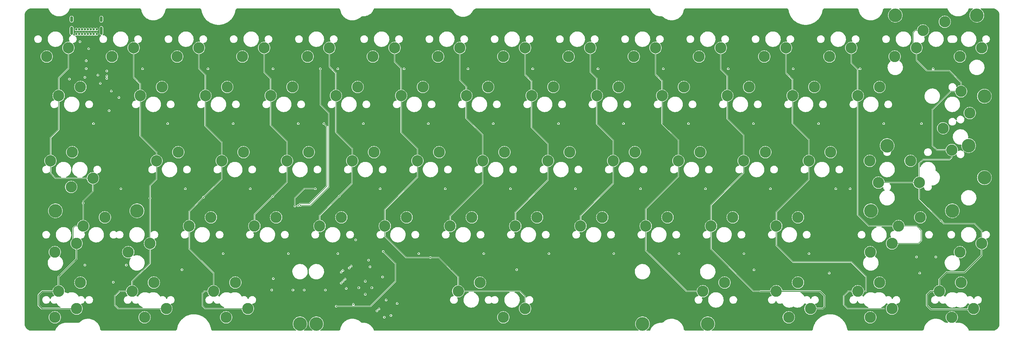
<source format=gbr>
%TF.GenerationSoftware,KiCad,Pcbnew,7.0.1*%
%TF.CreationDate,2023-05-13T17:15:19-04:00*%
%TF.ProjectId,PCB,5043422e-6b69-4636-9164-5f7063625858,rev?*%
%TF.SameCoordinates,Original*%
%TF.FileFunction,Copper,L2,Inr*%
%TF.FilePolarity,Positive*%
%FSLAX46Y46*%
G04 Gerber Fmt 4.6, Leading zero omitted, Abs format (unit mm)*
G04 Created by KiCad (PCBNEW 7.0.1) date 2023-05-13 17:15:19*
%MOMM*%
%LPD*%
G01*
G04 APERTURE LIST*
%TA.AperFunction,ComponentPad*%
%ADD10C,4.000000*%
%TD*%
%TA.AperFunction,ComponentPad*%
%ADD11C,3.300000*%
%TD*%
%TA.AperFunction,ComponentPad*%
%ADD12C,0.500000*%
%TD*%
%TA.AperFunction,ComponentPad*%
%ADD13C,0.700000*%
%TD*%
%TA.AperFunction,ComponentPad*%
%ADD14O,0.900000X1.700000*%
%TD*%
%TA.AperFunction,ComponentPad*%
%ADD15O,0.900000X2.400000*%
%TD*%
%TA.AperFunction,ViaPad*%
%ADD16C,0.450000*%
%TD*%
%TA.AperFunction,Conductor*%
%ADD17C,0.127000*%
%TD*%
%TA.AperFunction,Conductor*%
%ADD18C,0.250000*%
%TD*%
G04 APERTURE END LIST*
D10*
%TO.N,*%
%TO.C,S2*%
X0Y-50165000D03*
X23812500Y-50165000D03*
%TD*%
%TO.N,*%
%TO.C,S1*%
X171450000Y-83185000D03*
X71437500Y-83185000D03*
%TD*%
%TO.N,*%
%TO.C,S7*%
X271303750Y-16668750D03*
X271303750Y-40481250D03*
%TD*%
%TO.N,*%
%TO.C,S3*%
X238125000Y-50165000D03*
X261937500Y-50165000D03*
%TD*%
%TO.N,*%
%TO.C,S4*%
X242887500Y-31115000D03*
X266700000Y-31115000D03*
%TD*%
%TO.N,*%
%TO.C,S5*%
X245268750Y6985000D03*
X269081250Y6985000D03*
%TD*%
%TO.N,*%
%TO.C,S6*%
X190500000Y-83185000D03*
X76200000Y-83185000D03*
%TD*%
D11*
%TO.N,GP7*%
%TO.C,SW36*%
X143827500Y-35560000D03*
%TO.N,Net-(D37-A)*%
X150177500Y-33020000D03*
%TD*%
D12*
%TO.N,GND*%
%TO.C,U1*%
X92396688Y-72628125D03*
X90487500Y-70718937D03*
X90487500Y-74537313D03*
X88578312Y-72628125D03*
%TD*%
D11*
%TO.N,GP5*%
%TO.C,SW65*%
X137160000Y-78740000D03*
%TO.N,Net-(D58-A)*%
X130810000Y-81280000D03*
%TD*%
%TO.N,GP7*%
%TO.C,SW8*%
X137160000Y-2540000D03*
%TO.N,Net-(D9-A)*%
X130810000Y-5080000D03*
%TD*%
%TO.N,GP12*%
%TO.C,SW74*%
X244316250Y-59690000D03*
%TO.N,Net-(D63-A)*%
X237966250Y-62230000D03*
%TD*%
%TO.N,GP5*%
%TO.C,SW46*%
X96202500Y-54610000D03*
%TO.N,Net-(D47-A)*%
X102552500Y-52070000D03*
%TD*%
%TO.N,GP0*%
%TO.C,SW42*%
X8096250Y-54610000D03*
%TO.N,Net-(D43-A)*%
X14446250Y-52070000D03*
%TD*%
%TO.N,GP5*%
%TO.C,SW6*%
X99060000Y-2540000D03*
%TO.N,Net-(D7-A)*%
X92710000Y-5080000D03*
%TD*%
D13*
%TO.N,GND*%
%TO.C,J1*%
X6103125Y1496875D03*
%TO.N,VBUS*%
X6953125Y1496875D03*
%TO.N,Net-(J1-CC1)*%
X7803125Y1496875D03*
%TO.N,/D+*%
X8653125Y1496875D03*
%TO.N,/D-*%
X9503125Y1496875D03*
%TO.N,unconnected-(J1-SBU1-PadA8)*%
X10353125Y1496875D03*
%TO.N,VBUS*%
X11203125Y1496875D03*
%TO.N,GND*%
X12053125Y1496875D03*
X12053125Y2846875D03*
%TO.N,VBUS*%
X11203125Y2846875D03*
%TO.N,Net-(J1-CC2)*%
X10353125Y2846875D03*
%TO.N,/D+*%
X9503125Y2846875D03*
%TO.N,/D-*%
X8653125Y2846875D03*
%TO.N,unconnected-(J1-SBU2-PadB8)*%
X7803125Y2846875D03*
%TO.N,VBUS*%
X6953125Y2846875D03*
%TO.N,GND*%
X6103125Y2846875D03*
D14*
X4753125Y5856875D03*
D15*
X4753125Y2476875D03*
D14*
X13403125Y5856875D03*
D15*
X13403125Y2476875D03*
%TD*%
D11*
%TO.N,GP10*%
%TO.C,SW51*%
X191452500Y-54610000D03*
%TO.N,Net-(D52-A)*%
X197802500Y-52070000D03*
%TD*%
%TO.N,GP5*%
%TO.C,SW57*%
X117633750Y-73660000D03*
%TO.N,Net-(D58-A)*%
X123983750Y-71120000D03*
%TD*%
%TO.N,GP0*%
%TO.C,SW62*%
X952500Y-73660000D03*
%TO.N,Net-(D55-A)*%
X7302500Y-71120000D03*
%TD*%
%TO.N,GP0*%
%TO.C,SW1*%
X3810000Y-2540000D03*
%TO.N,Net-(D2-A)*%
X-2540000Y-5080000D03*
%TD*%
%TO.N,GP9*%
%TO.C,SW38*%
X181927500Y-35560000D03*
%TO.N,Net-(D39-A)*%
X188277500Y-33020000D03*
%TD*%
%TO.N,GP2*%
%TO.C,SW3*%
X41910000Y-2540000D03*
%TO.N,Net-(D4-A)*%
X35560000Y-5080000D03*
%TD*%
%TO.N,GP1*%
%TO.C,SW30*%
X29527500Y-35560000D03*
%TO.N,Net-(D31-A)*%
X35877500Y-33020000D03*
%TD*%
%TO.N,GP5*%
%TO.C,SW20*%
X100965000Y-16510000D03*
%TO.N,Net-(D21-A)*%
X107315000Y-13970000D03*
%TD*%
%TO.N,GP8*%
%TO.C,SW37*%
X162877500Y-35560000D03*
%TO.N,Net-(D38-A)*%
X169227500Y-33020000D03*
%TD*%
%TO.N,GP1*%
%TO.C,SW79*%
X27622500Y-59690000D03*
%TO.N,Net-(D64-A)*%
X21272500Y-62230000D03*
%TD*%
%TO.N,GP12*%
%TO.C,SW27*%
X234315000Y-16510000D03*
%TO.N,Net-(D28-A)*%
X240665000Y-13970000D03*
%TD*%
%TO.N,GP6*%
%TO.C,SW35*%
X124777500Y-35560000D03*
%TO.N,Net-(D36-A)*%
X131127500Y-33020000D03*
%TD*%
%TO.N,GP0*%
%TO.C,SW69*%
X-1428750Y-35560000D03*
%TO.N,Net-(D30-A)*%
X4921250Y-33020000D03*
%TD*%
%TO.N,GP13*%
%TO.C,SW28*%
X264477500Y-15240000D03*
%TO.N,Net-(D29-A)*%
X267017500Y-21590000D03*
%TD*%
%TO.N,GP12*%
%TO.C,SW75*%
X246221250Y-54610000D03*
%TO.N,Net-(D63-A)*%
X252571250Y-52070000D03*
%TD*%
%TO.N,GP13*%
%TO.C,SW14*%
X253365000Y2540000D03*
%TO.N,Net-(D15-A)*%
X259715000Y5080000D03*
%TD*%
%TO.N,GP1*%
%TO.C,SW63*%
X32385000Y-78740000D03*
%TO.N,Net-(D56-A)*%
X26035000Y-81280000D03*
%TD*%
%TO.N,GP13*%
%TO.C,SW70*%
X251460000Y-2540000D03*
%TO.N,Net-(D15-A)*%
X245110000Y-5080000D03*
%TD*%
%TO.N,GP1*%
%TO.C,SW2*%
X22860000Y-2540000D03*
%TO.N,Net-(D3-A)*%
X16510000Y-5080000D03*
%TD*%
%TO.N,GP0*%
%TO.C,SW54*%
X6191250Y-78740000D03*
%TO.N,Net-(D55-A)*%
X-158750Y-81280000D03*
%TD*%
%TO.N,GP0*%
%TO.C,SW29*%
X10953750Y-40640000D03*
%TO.N,Net-(D30-A)*%
X4603750Y-43180000D03*
%TD*%
%TO.N,GP2*%
%TO.C,SW31*%
X48577500Y-35560000D03*
%TO.N,Net-(D32-A)*%
X54927500Y-33020000D03*
%TD*%
%TO.N,GP8*%
%TO.C,SW9*%
X156210000Y-2540000D03*
%TO.N,Net-(D10-A)*%
X149860000Y-5080000D03*
%TD*%
%TO.N,GP4*%
%TO.C,SW19*%
X81915000Y-16510000D03*
%TO.N,Net-(D20-A)*%
X88265000Y-13970000D03*
%TD*%
%TO.N,GP11*%
%TO.C,SW40*%
X220027500Y-35560000D03*
%TO.N,Net-(D41-A)*%
X226377500Y-33020000D03*
%TD*%
%TO.N,GP6*%
%TO.C,SW7*%
X118110000Y-2540000D03*
%TO.N,Net-(D8-A)*%
X111760000Y-5080000D03*
%TD*%
%TO.N,GP9*%
%TO.C,SW58*%
X189071250Y-73660000D03*
%TO.N,Net-(D59-A)*%
X195421250Y-71120000D03*
%TD*%
%TO.N,GP14*%
%TO.C,SW71*%
X270510000Y-2540000D03*
%TO.N,Net-(D1-A)*%
X264160000Y-5080000D03*
%TD*%
%TO.N,GP8*%
%TO.C,SW23*%
X158115000Y-16510000D03*
%TO.N,Net-(D24-A)*%
X164465000Y-13970000D03*
%TD*%
%TO.N,GP0*%
%TO.C,SW78*%
X6191250Y-59690000D03*
%TO.N,Net-(D43-A)*%
X-158750Y-62230000D03*
%TD*%
%TO.N,GP1*%
%TO.C,SW16*%
X24765000Y-16510000D03*
%TO.N,Net-(D17-A)*%
X31115000Y-13970000D03*
%TD*%
%TO.N,GP11*%
%TO.C,SW52*%
X210502500Y-54610000D03*
%TO.N,Net-(D53-A)*%
X216852500Y-52070000D03*
%TD*%
%TO.N,GP1*%
%TO.C,SW55*%
X22383750Y-73660000D03*
%TO.N,Net-(D56-A)*%
X28733750Y-71120000D03*
%TD*%
%TO.N,GP2*%
%TO.C,SW43*%
X39052500Y-54610000D03*
%TO.N,Net-(D44-A)*%
X45402500Y-52070000D03*
%TD*%
%TO.N,GP10*%
%TO.C,SW25*%
X196215000Y-16510000D03*
%TO.N,Net-(D26-A)*%
X202565000Y-13970000D03*
%TD*%
%TO.N,GP13*%
%TO.C,SW53*%
X270510000Y-59690000D03*
%TO.N,Net-(D54-A)*%
X264160000Y-62230000D03*
%TD*%
%TO.N,GP4*%
%TO.C,SW45*%
X77152500Y-54610000D03*
%TO.N,Net-(D46-A)*%
X83502500Y-52070000D03*
%TD*%
%TO.N,GP10*%
%TO.C,SW11*%
X194310000Y-2540000D03*
%TO.N,Net-(D12-A)*%
X187960000Y-5080000D03*
%TD*%
%TO.N,GP5*%
%TO.C,SW34*%
X105727500Y-35560000D03*
%TO.N,Net-(D35-A)*%
X112077500Y-33020000D03*
%TD*%
%TO.N,GP9*%
%TO.C,SW10*%
X175260000Y-2540000D03*
%TO.N,Net-(D11-A)*%
X168910000Y-5080000D03*
%TD*%
%TO.N,GP8*%
%TO.C,SW49*%
X153352500Y-54610000D03*
%TO.N,Net-(D50-A)*%
X159702500Y-52070000D03*
%TD*%
%TO.N,GP7*%
%TO.C,SW48*%
X134302500Y-54610000D03*
%TO.N,Net-(D49-A)*%
X140652500Y-52070000D03*
%TD*%
%TO.N,GP3*%
%TO.C,SW32*%
X67627500Y-35560000D03*
%TO.N,Net-(D33-A)*%
X73977500Y-33020000D03*
%TD*%
%TO.N,GP3*%
%TO.C,SW18*%
X62865000Y-16510000D03*
%TO.N,Net-(D19-A)*%
X69215000Y-13970000D03*
%TD*%
%TO.N,GP9*%
%TO.C,SW50*%
X172402500Y-54610000D03*
%TO.N,Net-(D51-A)*%
X178752500Y-52070000D03*
%TD*%
%TO.N,GP10*%
%TO.C,SW61*%
X220503750Y-78740000D03*
%TO.N,Net-(D60-A)*%
X214153750Y-81280000D03*
%TD*%
%TO.N,GP6*%
%TO.C,SW47*%
X115252500Y-54610000D03*
%TO.N,Net-(D48-A)*%
X121602500Y-52070000D03*
%TD*%
%TO.N,GP11*%
%TO.C,SW12*%
X213360000Y-2540000D03*
%TO.N,Net-(D13-A)*%
X207010000Y-5080000D03*
%TD*%
%TO.N,GP2*%
%TO.C,SW64*%
X56197500Y-78740000D03*
%TO.N,Net-(D57-A)*%
X49847500Y-81280000D03*
%TD*%
%TO.N,GP11*%
%TO.C,SW59*%
X244316250Y-78740000D03*
%TO.N,Net-(D61-A)*%
X237966250Y-81280000D03*
%TD*%
%TO.N,GP9*%
%TO.C,SW24*%
X177165000Y-16510000D03*
%TO.N,Net-(D25-A)*%
X183515000Y-13970000D03*
%TD*%
%TO.N,GP13*%
%TO.C,SW76*%
X261778750Y-32385000D03*
%TO.N,Net-(D29-A)*%
X259238750Y-26035000D03*
%TD*%
%TO.N,GP11*%
%TO.C,SW67*%
X234315000Y-73660000D03*
%TO.N,Net-(D61-A)*%
X240665000Y-71120000D03*
%TD*%
%TO.N,GP13*%
%TO.C,SW41*%
X252253750Y-41910000D03*
%TO.N,Net-(D42-A)*%
X249713750Y-35560000D03*
%TD*%
%TO.N,GP4*%
%TO.C,SW33*%
X86677500Y-35560000D03*
%TO.N,Net-(D34-A)*%
X93027500Y-33020000D03*
%TD*%
%TO.N,GP2*%
%TO.C,SW17*%
X43815000Y-16510000D03*
%TO.N,Net-(D18-A)*%
X50165000Y-13970000D03*
%TD*%
%TO.N,GP3*%
%TO.C,SW4*%
X60960000Y-2540000D03*
%TO.N,Net-(D5-A)*%
X54610000Y-5080000D03*
%TD*%
%TO.N,GP0*%
%TO.C,SW15*%
X952500Y-16510000D03*
%TO.N,Net-(D16-A)*%
X7302500Y-13970000D03*
%TD*%
%TO.N,GP10*%
%TO.C,SW39*%
X200977500Y-35560000D03*
%TO.N,Net-(D40-A)*%
X207327500Y-33020000D03*
%TD*%
%TO.N,GP3*%
%TO.C,SW44*%
X58102500Y-54610000D03*
%TO.N,Net-(D45-A)*%
X64452500Y-52070000D03*
%TD*%
%TO.N,GP13*%
%TO.C,SW77*%
X240347500Y-41910000D03*
%TO.N,Net-(D42-A)*%
X237807500Y-35560000D03*
%TD*%
%TO.N,GP6*%
%TO.C,SW21*%
X120015000Y-16510000D03*
%TO.N,Net-(D22-A)*%
X126365000Y-13970000D03*
%TD*%
%TO.N,GP12*%
%TO.C,SW13*%
X232410000Y-2540000D03*
%TO.N,Net-(D14-A)*%
X226060000Y-5080000D03*
%TD*%
%TO.N,GP10*%
%TO.C,SW66*%
X210502500Y-73660000D03*
%TO.N,Net-(D60-A)*%
X216852500Y-71120000D03*
%TD*%
%TO.N,GP13*%
%TO.C,SW60*%
X268128750Y-78740000D03*
%TO.N,Net-(D62-A)*%
X261778750Y-81280000D03*
%TD*%
%TO.N,GP4*%
%TO.C,SW5*%
X80010000Y-2540000D03*
%TO.N,Net-(D6-A)*%
X73660000Y-5080000D03*
%TD*%
%TO.N,GP7*%
%TO.C,SW22*%
X139065000Y-16510000D03*
%TO.N,Net-(D23-A)*%
X145415000Y-13970000D03*
%TD*%
%TO.N,GP13*%
%TO.C,SW68*%
X258127500Y-73660000D03*
%TO.N,Net-(D62-A)*%
X264477500Y-71120000D03*
%TD*%
%TO.N,GP11*%
%TO.C,SW26*%
X215265000Y-16510000D03*
%TO.N,Net-(D27-A)*%
X221615000Y-13970000D03*
%TD*%
%TO.N,GP2*%
%TO.C,SW56*%
X46196250Y-73660000D03*
%TO.N,Net-(D57-A)*%
X52546250Y-71120000D03*
%TD*%
D16*
%TO.N,GND*%
X87020000Y-77487500D03*
X86360000Y-66307500D03*
X83990000Y-70707500D03*
X99790000Y-77227500D03*
X95540000Y-69472500D03*
X84940000Y-72837500D03*
X85800000Y-66847500D03*
X16320000Y-15170000D03*
X96580000Y-76227500D03*
X83430000Y-71277500D03*
X87690000Y-58640000D03*
X84580000Y-70127500D03*
X96050000Y-81247500D03*
X69370000Y-73307500D03*
X63170000Y-73297500D03*
X18540000Y-17050000D03*
X15000000Y-9297500D03*
X7160000Y-740000D03*
X72670000Y-73307500D03*
X91870000Y-66507500D03*
X93890000Y-79397500D03*
X94490000Y-78837500D03*
X15680000Y-20870000D03*
X78850000Y-73307500D03*
X97980000Y-80727500D03*
X9000000Y-8590000D03*
X91440000Y-64570000D03*
%TO.N,/VFused_*%
X9000000Y-6300000D03*
X9715000Y-2790000D03*
X13110000Y-12897500D03*
%TO.N,+3.3V*%
X89390000Y-60770000D03*
X87080000Y-72937500D03*
X92940000Y-71587500D03*
X92170000Y-74597500D03*
X90480000Y-68957500D03*
X88560000Y-70977500D03*
X87080000Y-72477500D03*
X18610000Y-18950000D03*
X87050000Y-58640000D03*
X89410000Y-75117500D03*
X16320000Y-20880000D03*
X88150000Y-71437500D03*
X87620000Y-72322500D03*
%TO.N,/DN*%
X83452512Y-68074988D03*
X14995922Y-11448125D03*
%TO.N,/DP*%
X8600000Y-11147500D03*
X14995922Y-10748125D03*
X12400000Y-10497500D03*
X83947488Y-67580012D03*
%TO.N,GP0*%
X8096250Y-47907500D03*
%TO.N,GP2*%
X43226250Y-46193750D03*
%TO.N,GP4*%
X82881250Y-45858750D03*
%TO.N,GP13*%
X258678750Y-53088750D03*
%TO.N,/CS_*%
X95730000Y-62027500D03*
X81990000Y-78047500D03*
%TO.N,GP1*%
X27622500Y-46467500D03*
%TO.N,GP3*%
X63451250Y-45908750D03*
%TO.N,GP5*%
X109480000Y-63810000D03*
%TO.N,GP25*%
X134700000Y-67347500D03*
X63620000Y-69967500D03*
X225990000Y-68350000D03*
X252410000Y-68337500D03*
X36960000Y-67347500D03*
X16900000Y-71017500D03*
X204000000Y-67397500D03*
%TO.N,GP26*%
X8610000Y-65997500D03*
X48990000Y-62647500D03*
X163060000Y-62647500D03*
X257110000Y-63647500D03*
X20690000Y-65997500D03*
X251460000Y-63647500D03*
X201070000Y-62647500D03*
X220070000Y-62647500D03*
X125090000Y-62647500D03*
X182110000Y-62647500D03*
X82470000Y-62647500D03*
X68040000Y-62647500D03*
X106110000Y-62647500D03*
X144130000Y-62647500D03*
%TO.N,GP27*%
X37930000Y-43697500D03*
X19120000Y-43693750D03*
X132880000Y-43697500D03*
X170860000Y-43697500D03*
X189850000Y-43697500D03*
X56890000Y-43697500D03*
X208810000Y-43697500D03*
X113840000Y-43697500D03*
X69920000Y-48767500D03*
X227890000Y-43697500D03*
X232080000Y-43697500D03*
X151870000Y-43697500D03*
X75890000Y-43697500D03*
X94830000Y-43697500D03*
%TO.N,GP28*%
X78390000Y-24647500D03*
X146910000Y-24647500D03*
X70850000Y-48637500D03*
X51900000Y-24647500D03*
X241890000Y-24647500D03*
X32790000Y-24647500D03*
X70910000Y-24647500D03*
X184870000Y-24647500D03*
X11120000Y-24647500D03*
X252910000Y-24647500D03*
X165890000Y-24647500D03*
X203860000Y-24647500D03*
X108900000Y-24647500D03*
X222870000Y-24647500D03*
X127860000Y-24647500D03*
X89910000Y-24647500D03*
%TO.N,GP29*%
X101800000Y-8647500D03*
X158440000Y-8647500D03*
X120490000Y-8647500D03*
X63530000Y-8647500D03*
X25450000Y-8647500D03*
X77360000Y-8647500D03*
X44560000Y-8647500D03*
X4080000Y-11657500D03*
X256320000Y-8667500D03*
X234980000Y-8647500D03*
X71520000Y-48597500D03*
X215460000Y-8647500D03*
X82470000Y-8647500D03*
X139390000Y-8647500D03*
X196460000Y-8647500D03*
X177530000Y-8647500D03*
%TD*%
D17*
%TO.N,GP0*%
X3810000Y-8540000D02*
X952500Y-11397500D01*
D18*
X6191250Y-59690000D02*
X6191250Y-64131250D01*
D17*
X-1428750Y-35560000D02*
X-1428750Y-39151250D01*
X5760000Y-54610000D02*
X5200000Y-55170000D01*
X-1428750Y-28788750D02*
X-1428750Y-35560000D01*
X10953750Y-40640000D02*
X10953750Y-44446250D01*
X3810000Y-2540000D02*
X3810000Y-8540000D01*
D18*
X-4925000Y-74747500D02*
X-4925000Y-77747500D01*
X952500Y-73660000D02*
X-3837500Y-73660000D01*
D17*
X952500Y-26407500D02*
X-1428750Y-28788750D01*
X5200000Y-55170000D02*
X5200000Y-58698750D01*
D18*
X6191250Y-64131250D02*
X952500Y-69370000D01*
D17*
X10953750Y-44446250D02*
X8096250Y-47303750D01*
D18*
X-4925000Y-77747500D02*
X-3932500Y-78740000D01*
D17*
X-1428750Y-39151250D02*
X60000Y-40640000D01*
X8096250Y-47303750D02*
X8096250Y-47907500D01*
D18*
X-3932500Y-78740000D02*
X6191250Y-78740000D01*
X-3837500Y-73660000D02*
X-4925000Y-74747500D01*
D17*
X952500Y-16510000D02*
X952500Y-26407500D01*
X5200000Y-58698750D02*
X6191250Y-59690000D01*
X952500Y-11397500D02*
X952500Y-16510000D01*
D18*
X952500Y-69370000D02*
X952500Y-73660000D01*
D17*
X8096250Y-47907500D02*
X8096250Y-54610000D01*
X8096250Y-54610000D02*
X5760000Y-54610000D01*
X60000Y-40640000D02*
X10953750Y-40640000D01*
%TO.N,GP2*%
X48577500Y-35560000D02*
X48577500Y-40842500D01*
X42930000Y-74210000D02*
X42930000Y-77920000D01*
X39052500Y-50367500D02*
X39052500Y-54610000D01*
X43815000Y-16510000D02*
X43733500Y-16591500D01*
X43480000Y-73660000D02*
X42930000Y-74210000D01*
X46196250Y-68386250D02*
X46196250Y-73660000D01*
X41910000Y-2540000D02*
X41910000Y-8570000D01*
X43226250Y-46193750D02*
X39052500Y-50367500D01*
X41910000Y-8570000D02*
X43815000Y-10475000D01*
X48577500Y-30127500D02*
X48577500Y-35560000D01*
X42930000Y-77920000D02*
X43750000Y-78740000D01*
X39052500Y-61242500D02*
X46196250Y-68386250D01*
X43733500Y-25283500D02*
X48577500Y-30127500D01*
X48577500Y-40842500D02*
X43226250Y-46193750D01*
X43733500Y-16591500D02*
X43733500Y-25283500D01*
X43750000Y-78740000D02*
X56197500Y-78740000D01*
X43815000Y-10475000D02*
X43815000Y-16510000D01*
X46196250Y-73660000D02*
X43480000Y-73660000D01*
X39052500Y-54610000D02*
X39052500Y-61242500D01*
%TO.N,GP4*%
X81915000Y-16510000D02*
X81915000Y-27215000D01*
X77152500Y-51587500D02*
X77152500Y-54610000D01*
X86677500Y-31977500D02*
X86677500Y-35560000D01*
X86596000Y-42144000D02*
X82881250Y-45858750D01*
X81915000Y-27215000D02*
X86677500Y-31977500D01*
X81915000Y-9932500D02*
X81915000Y-16510000D01*
X80010000Y-2540000D02*
X80010000Y-8027500D01*
X82881250Y-45858750D02*
X77152500Y-51587500D01*
X86596000Y-35641500D02*
X86596000Y-42144000D01*
X80010000Y-8027500D02*
X81915000Y-9932500D01*
X86677500Y-35560000D02*
X86596000Y-35641500D01*
%TO.N,GP6*%
X119933500Y-23133500D02*
X124777500Y-27977500D01*
X120015000Y-16510000D02*
X119933500Y-16591500D01*
X120015000Y-16510000D02*
X120015000Y-13875000D01*
X124777500Y-42162500D02*
X124777500Y-35560000D01*
X115252500Y-51687500D02*
X124777500Y-42162500D01*
X115252500Y-54610000D02*
X115252500Y-51687500D01*
X124777500Y-27977500D02*
X124777500Y-35560000D01*
X120015000Y-13875000D02*
X118110000Y-11970000D01*
X118110000Y-11970000D02*
X118110000Y-2540000D01*
X119933500Y-16591500D02*
X119933500Y-23133500D01*
%TO.N,GP8*%
X158115000Y-11475000D02*
X156210000Y-9570000D01*
X158115000Y-16510000D02*
X158115000Y-11475000D01*
X153352500Y-54610000D02*
X153352500Y-51657500D01*
X162877500Y-42132500D02*
X162877500Y-35560000D01*
X158115000Y-24795000D02*
X162877500Y-29557500D01*
X153352500Y-51657500D02*
X162877500Y-42132500D01*
X158115000Y-16510000D02*
X158115000Y-24795000D01*
X156210000Y-9570000D02*
X156210000Y-2540000D01*
X162877500Y-29557500D02*
X162877500Y-35560000D01*
%TO.N,GP10*%
X194310000Y-2540000D02*
X194310000Y-8830000D01*
X200977500Y-39022500D02*
X191452500Y-48547500D01*
X191452500Y-61252500D02*
X203860000Y-73660000D01*
X194310000Y-8830000D02*
X196215000Y-10735000D01*
D18*
X223287500Y-73660000D02*
X224625000Y-74997500D01*
D17*
X196215000Y-10735000D02*
X196215000Y-16510000D01*
X196215000Y-23265000D02*
X200977500Y-28027500D01*
X205800000Y-73660000D02*
X206010000Y-73660000D01*
X191452500Y-54610000D02*
X191452500Y-61252500D01*
X200977500Y-28027500D02*
X200977500Y-35560000D01*
D18*
X205800000Y-73660000D02*
X210502500Y-73660000D01*
D17*
X196215000Y-16510000D02*
X196215000Y-23265000D01*
X191452500Y-48547500D02*
X191452500Y-54610000D01*
D18*
X223982500Y-78740000D02*
X220503750Y-78740000D01*
X224625000Y-78097500D02*
X223982500Y-78740000D01*
X210502500Y-73660000D02*
X223287500Y-73660000D01*
X224625000Y-74997500D02*
X224625000Y-78097500D01*
D17*
X203860000Y-73660000D02*
X205800000Y-73660000D01*
X200977500Y-35560000D02*
X200977500Y-39022500D01*
%TO.N,GP11*%
X215265000Y-24615000D02*
X220027500Y-29377500D01*
X220027500Y-41012500D02*
X210502500Y-50537500D01*
X213360000Y-2540000D02*
X213360000Y-9870000D01*
X220027500Y-35560000D02*
X220027500Y-41012500D01*
X210502500Y-60222500D02*
X215420000Y-65140000D01*
X213360000Y-9870000D02*
X215265000Y-11775000D01*
X210502500Y-50537500D02*
X210502500Y-54610000D01*
X231550000Y-73660000D02*
X230250000Y-74960000D01*
X230250000Y-77650000D02*
X231340000Y-78740000D01*
X220027500Y-29377500D02*
X220027500Y-35560000D01*
X236696250Y-73660000D02*
X231550000Y-73660000D01*
X232470000Y-65140000D02*
X236696250Y-69366250D01*
X236696250Y-69366250D02*
X236696250Y-73660000D01*
X215420000Y-65140000D02*
X232470000Y-65140000D01*
X215265000Y-16510000D02*
X215265000Y-24615000D01*
X215265000Y-11775000D02*
X215265000Y-16510000D01*
X210502500Y-54610000D02*
X210502500Y-60222500D01*
X230250000Y-74960000D02*
X230250000Y-77650000D01*
X231340000Y-78740000D02*
X241935000Y-78740000D01*
%TO.N,GP12*%
X234315000Y-8875000D02*
X234315000Y-16510000D01*
X234315000Y-51365000D02*
X237560000Y-54610000D01*
X237560000Y-54610000D02*
X246221250Y-54610000D01*
X252830000Y-58910000D02*
X252050000Y-59690000D01*
X232410000Y-2540000D02*
X232410000Y-6970000D01*
X234315000Y-16510000D02*
X234315000Y-51365000D01*
X252050000Y-59690000D02*
X244316250Y-59690000D01*
X246221250Y-54610000D02*
X251510000Y-54610000D01*
X251510000Y-54610000D02*
X252830000Y-55930000D01*
X232410000Y-6970000D02*
X234315000Y-8875000D01*
X252830000Y-55930000D02*
X252830000Y-58910000D01*
%TO.N,GP13*%
X254510000Y-9200000D02*
X251460000Y-6150000D01*
D18*
X255537500Y-73660000D02*
X254500000Y-74697500D01*
D17*
X252253750Y-46663750D02*
X252253750Y-41910000D01*
X256090000Y-31080000D02*
X256090000Y-20590000D01*
D18*
X254500000Y-77772500D02*
X255700000Y-78972500D01*
X270510000Y-63087500D02*
X265425000Y-68172500D01*
X255700000Y-78972500D02*
X267896250Y-78972500D01*
D17*
X261030000Y-9200000D02*
X254510000Y-9200000D01*
X256090000Y-20590000D02*
X261440000Y-15240000D01*
X252253750Y-36306250D02*
X253400000Y-35160000D01*
X250510000Y1910000D02*
X250510000Y-1590000D01*
X251460000Y-6150000D02*
X251460000Y-2540000D01*
X268490000Y-53940000D02*
X259530000Y-53940000D01*
X261440000Y-15240000D02*
X264477500Y-15240000D01*
X270510000Y-59690000D02*
X270510000Y-55960000D01*
D18*
X267896250Y-78972500D02*
X268128750Y-78740000D01*
D17*
X250510000Y-1590000D02*
X251460000Y-2540000D01*
D18*
X258127500Y-70195000D02*
X258127500Y-73660000D01*
D17*
X252253750Y-41910000D02*
X252253750Y-36306250D01*
X264477500Y-15240000D02*
X264477500Y-12647500D01*
X261778750Y-32385000D02*
X257395000Y-32385000D01*
D18*
X254500000Y-74697500D02*
X254500000Y-77772500D01*
D17*
X253365000Y2540000D02*
X251140000Y2540000D01*
D18*
X258127500Y-73660000D02*
X255537500Y-73660000D01*
X265425000Y-68172500D02*
X260350000Y-68172500D01*
D17*
X252253750Y-41910000D02*
X240347500Y-41910000D01*
X261780000Y-34490000D02*
X261780000Y-32386250D01*
X264477500Y-12647500D02*
X261030000Y-9200000D01*
X251140000Y2540000D02*
X250510000Y1910000D01*
X261780000Y-32386250D02*
X261778750Y-32385000D01*
X270510000Y-55960000D02*
X268490000Y-53940000D01*
X258678750Y-53088750D02*
X252253750Y-46663750D01*
X259530000Y-53940000D02*
X258678750Y-53088750D01*
X261110000Y-35160000D02*
X261780000Y-34490000D01*
D18*
X260250000Y-68072500D02*
X258127500Y-70195000D01*
D17*
X257395000Y-32385000D02*
X256090000Y-31080000D01*
D18*
X260350000Y-68172500D02*
X260250000Y-68072500D01*
X270510000Y-59690000D02*
X270510000Y-63087500D01*
D17*
X253400000Y-35160000D02*
X261110000Y-35160000D01*
%TO.N,/CS_*%
X92010000Y-78047500D02*
X99280000Y-70777500D01*
X99280000Y-65577500D02*
X95730000Y-62027500D01*
X99280000Y-70777500D02*
X99280000Y-65577500D01*
X81990000Y-78047500D02*
X92010000Y-78047500D01*
%TO.N,GP1*%
X22383750Y-70776250D02*
X27622500Y-65537500D01*
X22860000Y-11160000D02*
X22860000Y-2540000D01*
X18700000Y-73660000D02*
X17330000Y-75030000D01*
X27622500Y-42827500D02*
X29527500Y-40922500D01*
X24765000Y-16510000D02*
X24765000Y-13065000D01*
X24765000Y-28255000D02*
X24765000Y-16510000D01*
X22383750Y-73660000D02*
X18700000Y-73660000D01*
X17330000Y-77700000D02*
X18370000Y-78740000D01*
X18370000Y-78740000D02*
X32385000Y-78740000D01*
X29527500Y-35560000D02*
X29527500Y-33017500D01*
X27622500Y-65537500D02*
X27622500Y-59690000D01*
X29527500Y-33017500D02*
X24765000Y-28255000D01*
X27622500Y-46467500D02*
X27622500Y-42827500D01*
X24765000Y-13065000D02*
X22860000Y-11160000D01*
X17330000Y-75030000D02*
X17330000Y-77700000D01*
X22383750Y-73660000D02*
X22383750Y-70776250D01*
X27622500Y-59690000D02*
X27622500Y-46467500D01*
X29527500Y-40922500D02*
X29527500Y-35560000D01*
%TO.N,GP3*%
X67627500Y-35560000D02*
X67627500Y-41732500D01*
X62865000Y-11575000D02*
X62865000Y-16510000D01*
X60960000Y-9670000D02*
X62865000Y-11575000D01*
X67627500Y-29887500D02*
X67627500Y-35560000D01*
X62865000Y-16510000D02*
X62865000Y-25125000D01*
X58102500Y-51257500D02*
X58102500Y-54610000D01*
X62865000Y-25125000D02*
X67627500Y-29887500D01*
X67627500Y-41732500D02*
X63451250Y-45908750D01*
X60960000Y-2540000D02*
X60960000Y-9670000D01*
X63451250Y-45908750D02*
X58102500Y-51257500D01*
%TO.N,GP5*%
X96202500Y-57602500D02*
X102410000Y-63810000D01*
X96202500Y-54610000D02*
X96202500Y-57602500D01*
X105727500Y-35560000D02*
X105727500Y-40292500D01*
X100965000Y-8505000D02*
X100965000Y-16510000D01*
X111930000Y-63810000D02*
X117633750Y-69513750D01*
X96202500Y-49817500D02*
X96202500Y-54610000D01*
X135690000Y-73660000D02*
X137160000Y-75130000D01*
X117633750Y-69513750D02*
X117633750Y-73660000D01*
X105727500Y-35560000D02*
X105727500Y-32027500D01*
X105727500Y-40292500D02*
X96202500Y-49817500D01*
X99060000Y-6600000D02*
X100965000Y-8505000D01*
X100965000Y-27265000D02*
X100965000Y-16510000D01*
X117633750Y-73660000D02*
X135690000Y-73660000D01*
X102410000Y-63810000D02*
X109480000Y-63810000D01*
X109480000Y-63810000D02*
X111930000Y-63810000D01*
X105727500Y-32027500D02*
X100965000Y-27265000D01*
X137160000Y-75130000D02*
X137160000Y-78740000D01*
X99060000Y-2540000D02*
X99060000Y-6600000D01*
%TO.N,GP7*%
X137160000Y-2540000D02*
X137160000Y-10400000D01*
X139065000Y-16510000D02*
X139065000Y-25815000D01*
X143827500Y-35560000D02*
X143827500Y-41122500D01*
X143827500Y-30577500D02*
X143827500Y-35560000D01*
X139065000Y-25815000D02*
X143827500Y-30577500D01*
X137160000Y-10400000D02*
X139065000Y-12305000D01*
X143827500Y-41122500D02*
X134302500Y-50647500D01*
X139065000Y-12305000D02*
X139065000Y-16510000D01*
X134302500Y-50647500D02*
X134302500Y-54610000D01*
%TO.N,GP9*%
X172402500Y-49597500D02*
X172402500Y-54610000D01*
X184320000Y-73660000D02*
X189071250Y-73660000D01*
X177165000Y-24745000D02*
X181927500Y-29507500D01*
X181927500Y-29507500D02*
X181927500Y-35560000D01*
X177165000Y-12205000D02*
X177165000Y-16510000D01*
X177165000Y-16510000D02*
X177165000Y-24745000D01*
X172402500Y-61742500D02*
X184320000Y-73660000D01*
X181927500Y-35560000D02*
X181927500Y-40072500D01*
X175260000Y-2540000D02*
X175260000Y-10300000D01*
X172402500Y-54610000D02*
X172402500Y-61742500D01*
X175260000Y-10300000D02*
X177165000Y-12205000D01*
X181927500Y-40072500D02*
X172402500Y-49597500D01*
%TO.N,GP27*%
X69920000Y-46407500D02*
X72630000Y-43697500D01*
X69920000Y-48767500D02*
X69920000Y-46407500D01*
X72630000Y-43697500D02*
X75890000Y-43697500D01*
%TO.N,GP28*%
X79290000Y-25547500D02*
X78390000Y-24647500D01*
X74140000Y-48077500D02*
X79290000Y-42927500D01*
X79290000Y-42927500D02*
X79290000Y-25547500D01*
X71410000Y-48077500D02*
X74140000Y-48077500D01*
X70850000Y-48637500D02*
X71410000Y-48077500D01*
%TO.N,GP29*%
X71520000Y-48597500D02*
X74390000Y-48597500D01*
X79810000Y-43177500D02*
X79810000Y-21577500D01*
X79810000Y-21577500D02*
X77360000Y-19127500D01*
X77360000Y-19127500D02*
X77360000Y-8647500D01*
X74390000Y-48597500D02*
X79810000Y-43177500D01*
%TD*%
%TA.AperFunction,Conductor*%
%TO.N,+3.3V*%
G36*
X232489571Y-73863478D02*
G01*
X232533413Y-73898440D01*
X232557742Y-73948961D01*
X232560248Y-73959940D01*
X232611706Y-74185396D01*
X232709037Y-74433391D01*
X232842243Y-74664109D01*
X233011871Y-74876817D01*
X233038197Y-74938293D01*
X233029355Y-75004581D01*
X232987837Y-75057009D01*
X232925338Y-75080805D01*
X232831032Y-75089811D01*
X232624788Y-75150370D01*
X232433739Y-75248861D01*
X232264785Y-75381729D01*
X232124023Y-75544176D01*
X232016552Y-75730322D01*
X231946250Y-75933443D01*
X231915660Y-76146207D01*
X231925887Y-76360904D01*
X231976561Y-76569787D01*
X232065853Y-76765309D01*
X232190535Y-76940401D01*
X232333396Y-77076617D01*
X232346097Y-77088727D01*
X232499901Y-77187571D01*
X232526923Y-77204937D01*
X232726465Y-77284821D01*
X232726468Y-77284822D01*
X232937528Y-77325500D01*
X233098618Y-77325500D01*
X233098623Y-77325500D01*
X233187702Y-77316993D01*
X233258971Y-77310188D01*
X233465209Y-77249631D01*
X233605002Y-77177563D01*
X233656260Y-77151138D01*
X233825214Y-77018270D01*
X233825217Y-77018268D01*
X233965976Y-76855824D01*
X234073448Y-76669677D01*
X234114525Y-76550992D01*
X234150179Y-76497769D01*
X234207397Y-76468957D01*
X234271388Y-76472004D01*
X234325608Y-76506124D01*
X234356043Y-76562496D01*
X234357812Y-76569788D01*
X234447103Y-76765309D01*
X234571785Y-76940401D01*
X234714646Y-77076617D01*
X234727347Y-77088727D01*
X234881151Y-77187571D01*
X234908173Y-77204937D01*
X235107715Y-77284821D01*
X235107718Y-77284822D01*
X235318778Y-77325500D01*
X235479868Y-77325500D01*
X235479873Y-77325500D01*
X235568952Y-77316993D01*
X235640221Y-77310188D01*
X235846459Y-77249631D01*
X235966840Y-77187569D01*
X236029506Y-77173661D01*
X236090895Y-77192431D01*
X236135069Y-77239011D01*
X236228980Y-77410377D01*
X236407221Y-77652288D01*
X236407223Y-77652290D01*
X236616121Y-77868289D01*
X236851946Y-78054518D01*
X237110487Y-78207652D01*
X237191914Y-78242180D01*
X237344773Y-78306998D01*
X237398013Y-78349622D01*
X237421244Y-78413744D01*
X237407659Y-78480578D01*
X237361239Y-78530543D01*
X237295584Y-78549000D01*
X231471305Y-78549000D01*
X231423087Y-78539409D01*
X231382210Y-78512095D01*
X230477905Y-77607790D01*
X230450591Y-77566913D01*
X230441000Y-77518695D01*
X230441000Y-75091305D01*
X230450591Y-75043087D01*
X230477905Y-75002210D01*
X231592209Y-73887905D01*
X231633086Y-73860591D01*
X231681304Y-73851000D01*
X232434902Y-73851000D01*
X232489571Y-73863478D01*
G37*
%TD.AperFunction*%
%TA.AperFunction,Conductor*%
G36*
X223178939Y-73922091D02*
G01*
X223219816Y-73949405D01*
X224335595Y-75065183D01*
X224362909Y-75106060D01*
X224372500Y-75154278D01*
X224372500Y-77940721D01*
X224362909Y-77988939D01*
X224335595Y-78029816D01*
X223914816Y-78450595D01*
X223873939Y-78477909D01*
X223825721Y-78487500D01*
X222369812Y-78487500D01*
X222315143Y-78475022D01*
X222271301Y-78440060D01*
X222246971Y-78389538D01*
X222220920Y-78275405D01*
X222207043Y-78214604D01*
X222109713Y-77966609D01*
X221976507Y-77735891D01*
X221810403Y-77527603D01*
X221810402Y-77527602D01*
X221806878Y-77523183D01*
X221780552Y-77461706D01*
X221789394Y-77395417D01*
X221830913Y-77342990D01*
X221893412Y-77319194D01*
X221946740Y-77314101D01*
X221987721Y-77310188D01*
X222193959Y-77249631D01*
X222333752Y-77177563D01*
X222385010Y-77151138D01*
X222553964Y-77018270D01*
X222553967Y-77018268D01*
X222694726Y-76855824D01*
X222802198Y-76669677D01*
X222872500Y-76466554D01*
X222903089Y-76253797D01*
X222901836Y-76227500D01*
X222892862Y-76039095D01*
X222842188Y-75830212D01*
X222752896Y-75634690D01*
X222628214Y-75459598D01*
X222472654Y-75311274D01*
X222472653Y-75311273D01*
X222318849Y-75212429D01*
X222291826Y-75195062D01*
X222092284Y-75115178D01*
X221881222Y-75074500D01*
X221720132Y-75074500D01*
X221720127Y-75074500D01*
X221559782Y-75089811D01*
X221353538Y-75150370D01*
X221162489Y-75248861D01*
X220993535Y-75381729D01*
X220852773Y-75544176D01*
X220745302Y-75730321D01*
X220704224Y-75849008D01*
X220668568Y-75902232D01*
X220611349Y-75931043D01*
X220547358Y-75927994D01*
X220493138Y-75893872D01*
X220462705Y-75837499D01*
X220460937Y-75830212D01*
X220460937Y-75830210D01*
X220371646Y-75634690D01*
X220320952Y-75563500D01*
X220246964Y-75459598D01*
X220091404Y-75311274D01*
X220091403Y-75311273D01*
X219937599Y-75212429D01*
X219910576Y-75195062D01*
X219711034Y-75115178D01*
X219499972Y-75074500D01*
X219338882Y-75074500D01*
X219338877Y-75074500D01*
X219178532Y-75089811D01*
X219150800Y-75097954D01*
X218972291Y-75150369D01*
X218907326Y-75183861D01*
X218851911Y-75212429D01*
X218789241Y-75226338D01*
X218727852Y-75207567D01*
X218683682Y-75160991D01*
X218589771Y-74989625D01*
X218576781Y-74971995D01*
X218411528Y-74747711D01*
X218375253Y-74710203D01*
X218202629Y-74531711D01*
X217966804Y-74345482D01*
X217708263Y-74192348D01*
X217708260Y-74192347D01*
X217708259Y-74192346D01*
X217620438Y-74155107D01*
X217619010Y-74154501D01*
X217565771Y-74111878D01*
X217542540Y-74047756D01*
X217556125Y-73980922D01*
X217602545Y-73930957D01*
X217668200Y-73912500D01*
X223130721Y-73912500D01*
X223178939Y-73922091D01*
G37*
%TD.AperFunction*%
%TA.AperFunction,Conductor*%
G36*
X44370821Y-73863478D02*
G01*
X44414663Y-73898440D01*
X44438992Y-73948961D01*
X44441498Y-73959940D01*
X44492956Y-74185396D01*
X44590287Y-74433391D01*
X44723493Y-74664109D01*
X44893121Y-74876817D01*
X44919447Y-74938293D01*
X44910605Y-75004581D01*
X44869087Y-75057009D01*
X44806588Y-75080805D01*
X44712282Y-75089811D01*
X44506038Y-75150370D01*
X44314989Y-75248861D01*
X44146035Y-75381729D01*
X44005273Y-75544176D01*
X43897802Y-75730322D01*
X43827500Y-75933443D01*
X43796910Y-76146207D01*
X43807137Y-76360904D01*
X43857811Y-76569787D01*
X43947103Y-76765309D01*
X44071785Y-76940401D01*
X44214646Y-77076617D01*
X44227347Y-77088727D01*
X44381151Y-77187571D01*
X44408173Y-77204937D01*
X44607715Y-77284821D01*
X44607718Y-77284822D01*
X44818778Y-77325500D01*
X44979868Y-77325500D01*
X44979873Y-77325500D01*
X45068952Y-77316993D01*
X45140221Y-77310188D01*
X45346459Y-77249631D01*
X45486252Y-77177563D01*
X45537510Y-77151138D01*
X45706464Y-77018270D01*
X45706467Y-77018268D01*
X45847226Y-76855824D01*
X45954698Y-76669677D01*
X45995775Y-76550992D01*
X46031429Y-76497769D01*
X46088647Y-76468957D01*
X46152638Y-76472004D01*
X46206858Y-76506124D01*
X46237293Y-76562496D01*
X46239062Y-76569788D01*
X46328353Y-76765309D01*
X46453035Y-76940401D01*
X46595896Y-77076617D01*
X46608597Y-77088727D01*
X46762401Y-77187571D01*
X46789423Y-77204937D01*
X46988965Y-77284821D01*
X46988968Y-77284822D01*
X47200028Y-77325500D01*
X47361118Y-77325500D01*
X47361123Y-77325500D01*
X47450202Y-77316993D01*
X47521471Y-77310188D01*
X47727709Y-77249631D01*
X47848090Y-77187569D01*
X47910756Y-77173661D01*
X47972145Y-77192431D01*
X48016319Y-77239011D01*
X48110230Y-77410377D01*
X48288471Y-77652288D01*
X48288473Y-77652290D01*
X48497371Y-77868289D01*
X48733196Y-78054518D01*
X48991737Y-78207652D01*
X49073164Y-78242180D01*
X49226023Y-78306998D01*
X49279263Y-78349622D01*
X49302494Y-78413744D01*
X49288909Y-78480578D01*
X49242489Y-78530543D01*
X49176834Y-78549000D01*
X43881305Y-78549000D01*
X43833087Y-78539409D01*
X43792210Y-78512095D01*
X43157905Y-77877790D01*
X43130591Y-77836913D01*
X43121000Y-77788695D01*
X43121000Y-74341305D01*
X43130591Y-74293087D01*
X43157905Y-74252210D01*
X43522210Y-73887905D01*
X43563087Y-73860591D01*
X43611305Y-73851000D01*
X44316152Y-73851000D01*
X44370821Y-73863478D01*
G37*
%TD.AperFunction*%
%TA.AperFunction,Conductor*%
G36*
X20558321Y-73863478D02*
G01*
X20602163Y-73898440D01*
X20626492Y-73948961D01*
X20628998Y-73959940D01*
X20680456Y-74185396D01*
X20777787Y-74433391D01*
X20910993Y-74664109D01*
X21080621Y-74876817D01*
X21106947Y-74938293D01*
X21098105Y-75004581D01*
X21056587Y-75057009D01*
X20994088Y-75080805D01*
X20899782Y-75089811D01*
X20693538Y-75150370D01*
X20502489Y-75248861D01*
X20333535Y-75381729D01*
X20192773Y-75544176D01*
X20085302Y-75730322D01*
X20015000Y-75933443D01*
X19984410Y-76146207D01*
X19994637Y-76360904D01*
X20045311Y-76569787D01*
X20134603Y-76765309D01*
X20259285Y-76940401D01*
X20402146Y-77076617D01*
X20414847Y-77088727D01*
X20568651Y-77187571D01*
X20595673Y-77204937D01*
X20795215Y-77284821D01*
X20795218Y-77284822D01*
X21006278Y-77325500D01*
X21167368Y-77325500D01*
X21167373Y-77325500D01*
X21256452Y-77316993D01*
X21327721Y-77310188D01*
X21533959Y-77249631D01*
X21673752Y-77177563D01*
X21725010Y-77151138D01*
X21893964Y-77018270D01*
X21893967Y-77018268D01*
X22034726Y-76855824D01*
X22142198Y-76669677D01*
X22183275Y-76550992D01*
X22218929Y-76497769D01*
X22276147Y-76468957D01*
X22340138Y-76472004D01*
X22394358Y-76506124D01*
X22424793Y-76562496D01*
X22426562Y-76569788D01*
X22515853Y-76765309D01*
X22640535Y-76940401D01*
X22783396Y-77076617D01*
X22796097Y-77088727D01*
X22949901Y-77187571D01*
X22976923Y-77204937D01*
X23176465Y-77284821D01*
X23176468Y-77284822D01*
X23387528Y-77325500D01*
X23548618Y-77325500D01*
X23548623Y-77325500D01*
X23637702Y-77316993D01*
X23708971Y-77310188D01*
X23915209Y-77249631D01*
X24035590Y-77187569D01*
X24098256Y-77173661D01*
X24159645Y-77192431D01*
X24203819Y-77239011D01*
X24297730Y-77410377D01*
X24475971Y-77652288D01*
X24475973Y-77652290D01*
X24684871Y-77868289D01*
X24920696Y-78054518D01*
X25179237Y-78207652D01*
X25260664Y-78242180D01*
X25413523Y-78306998D01*
X25466763Y-78349622D01*
X25489994Y-78413744D01*
X25476409Y-78480578D01*
X25429989Y-78530543D01*
X25364334Y-78549000D01*
X18501305Y-78549000D01*
X18453087Y-78539409D01*
X18412210Y-78512095D01*
X17557905Y-77657790D01*
X17530591Y-77616913D01*
X17521000Y-77568695D01*
X17521000Y-75161305D01*
X17530591Y-75113087D01*
X17557905Y-75072210D01*
X18742209Y-73887905D01*
X18783086Y-73860591D01*
X18831304Y-73851000D01*
X20503652Y-73851000D01*
X20558321Y-73863478D01*
G37*
%TD.AperFunction*%
%TA.AperFunction,Conductor*%
G36*
X-858893Y-73924978D02*
G01*
X-815051Y-73959940D01*
X-790721Y-74010462D01*
X-750793Y-74185397D01*
X-653463Y-74433391D01*
X-520257Y-74664109D01*
X-350629Y-74876817D01*
X-324303Y-74938293D01*
X-333145Y-75004581D01*
X-374663Y-75057009D01*
X-437162Y-75080805D01*
X-531468Y-75089811D01*
X-737712Y-75150370D01*
X-928761Y-75248861D01*
X-1097715Y-75381729D01*
X-1238477Y-75544176D01*
X-1345948Y-75730321D01*
X-1387026Y-75849008D01*
X-1422682Y-75902232D01*
X-1479901Y-75931043D01*
X-1543892Y-75927994D01*
X-1598112Y-75893872D01*
X-1628545Y-75837499D01*
X-1630313Y-75830212D01*
X-1630313Y-75830210D01*
X-1719604Y-75634690D01*
X-1770298Y-75563500D01*
X-1844286Y-75459598D01*
X-1999846Y-75311274D01*
X-1999847Y-75311273D01*
X-2153651Y-75212429D01*
X-2180674Y-75195062D01*
X-2380216Y-75115178D01*
X-2591278Y-75074500D01*
X-2752368Y-75074500D01*
X-2752373Y-75074500D01*
X-2912718Y-75089811D01*
X-3118962Y-75150370D01*
X-3310011Y-75248861D01*
X-3478965Y-75381729D01*
X-3619727Y-75544176D01*
X-3727198Y-75730322D01*
X-3797500Y-75933443D01*
X-3828090Y-76146207D01*
X-3817863Y-76360904D01*
X-3767189Y-76569787D01*
X-3677897Y-76765309D01*
X-3553215Y-76940401D01*
X-3410354Y-77076617D01*
X-3397653Y-77088727D01*
X-3243849Y-77187571D01*
X-3216827Y-77204937D01*
X-3017285Y-77284821D01*
X-3017282Y-77284822D01*
X-2806222Y-77325500D01*
X-2645132Y-77325500D01*
X-2645127Y-77325500D01*
X-2556048Y-77316993D01*
X-2484779Y-77310188D01*
X-2278541Y-77249631D01*
X-2138748Y-77177563D01*
X-2087490Y-77151138D01*
X-1918536Y-77018270D01*
X-1918533Y-77018268D01*
X-1777774Y-76855824D01*
X-1670302Y-76669677D01*
X-1629225Y-76550992D01*
X-1593571Y-76497769D01*
X-1536353Y-76468957D01*
X-1472362Y-76472004D01*
X-1418142Y-76506124D01*
X-1387707Y-76562496D01*
X-1385938Y-76569788D01*
X-1296647Y-76765309D01*
X-1171965Y-76940401D01*
X-1029104Y-77076617D01*
X-1016403Y-77088727D01*
X-862599Y-77187571D01*
X-835577Y-77204937D01*
X-636035Y-77284821D01*
X-636032Y-77284822D01*
X-424972Y-77325500D01*
X-263882Y-77325500D01*
X-263877Y-77325500D01*
X-174798Y-77316993D01*
X-103529Y-77310188D01*
X102709Y-77249631D01*
X223090Y-77187569D01*
X285756Y-77173661D01*
X347145Y-77192431D01*
X391319Y-77239011D01*
X485230Y-77410377D01*
X663471Y-77652288D01*
X663473Y-77652290D01*
X872371Y-77868289D01*
X1108196Y-78054518D01*
X1366737Y-78207652D01*
X1448164Y-78242180D01*
X1455989Y-78245498D01*
X1509229Y-78288122D01*
X1532460Y-78352244D01*
X1518875Y-78419078D01*
X1472455Y-78469043D01*
X1406800Y-78487500D01*
X-3775721Y-78487500D01*
X-3823939Y-78477909D01*
X-3864816Y-78450595D01*
X-4635595Y-77679816D01*
X-4662909Y-77638939D01*
X-4672500Y-77590721D01*
X-4672500Y-74904279D01*
X-4662909Y-74856061D01*
X-4635595Y-74815184D01*
X-3769816Y-73949405D01*
X-3728939Y-73922091D01*
X-3680721Y-73912500D01*
X-913562Y-73912500D01*
X-858893Y-73924978D01*
G37*
%TD.AperFunction*%
%TA.AperFunction,Conductor*%
G36*
X-2081091Y8989022D02*
G01*
X-2039161Y8959352D01*
X-2012556Y8915413D01*
X-1936687Y8700371D01*
X-1935033Y8692956D01*
X-1934634Y8692143D01*
X-1929278Y8679545D01*
X-1928305Y8676858D01*
X-1923640Y8670104D01*
X-1857334Y8537978D01*
X-1719984Y8264281D01*
X-1719857Y8264029D01*
X-1716545Y8254761D01*
X-1710370Y8244483D01*
X-1703798Y8237263D01*
X-1445893Y7871957D01*
X-1441837Y7864450D01*
X-1432543Y7853182D01*
X-1425972Y7847844D01*
X-1380161Y7799826D01*
X-1121279Y7528473D01*
X-1115663Y7521037D01*
X-1105940Y7512243D01*
X-1097969Y7507544D01*
X-754312Y7238611D01*
X-747640Y7231904D01*
X-736534Y7224434D01*
X-727811Y7220814D01*
X-544040Y7115466D01*
X-349662Y7004037D01*
X-341416Y6997858D01*
X-331396Y6993049D01*
X-321506Y6990481D01*
X84374Y6829664D01*
X93275Y6824766D01*
X105459Y6820928D01*
X115545Y6819899D01*
X541751Y6718788D01*
X551639Y6715074D01*
X563823Y6713110D01*
X574334Y6713601D01*
X1015999Y6675258D01*
X1025849Y6673174D01*
X1038693Y6673034D01*
X1048480Y6674976D01*
X1497724Y6702965D01*
X1508582Y6702204D01*
X1520656Y6703878D01*
X1530896Y6707552D01*
X1983176Y6805473D01*
X1992305Y6806201D01*
X2007815Y6810704D01*
X2015894Y6814972D01*
X2366103Y6943425D01*
X2374822Y6945239D01*
X2376014Y6945862D01*
X2391738Y6952776D01*
X2392657Y6953108D01*
X2399803Y6958204D01*
X2726810Y7127085D01*
X2735070Y7129979D01*
X2735402Y7130210D01*
X2750482Y7139244D01*
X2751411Y7139716D01*
X2757920Y7145733D01*
X3059380Y7352296D01*
X3067842Y7356556D01*
X3081817Y7367469D01*
X3081903Y7367527D01*
X3087902Y7374704D01*
X3359871Y7615141D01*
X3366838Y7619774D01*
X3367750Y7620807D01*
X3378876Y7631933D01*
X3380991Y7633800D01*
X3385746Y7641176D01*
X3624978Y7911783D01*
X3632153Y7917781D01*
X3632211Y7917867D01*
X3643123Y7931840D01*
X3647381Y7940299D01*
X3853945Y8241764D01*
X3859962Y8248273D01*
X3860434Y8249201D01*
X3869468Y8264281D01*
X3869698Y8264611D01*
X3872591Y8272869D01*
X4041471Y8599879D01*
X4046567Y8607024D01*
X4046899Y8607943D01*
X4053813Y8623667D01*
X4054437Y8624860D01*
X4056253Y8633584D01*
X4058839Y8640632D01*
X4091885Y8730728D01*
X4160166Y8916882D01*
X4186954Y8960111D01*
X4228649Y8989229D01*
X4278459Y8999492D01*
X24450926Y8999492D01*
X24451124Y8999492D01*
X24523580Y8999492D01*
X24537905Y8998675D01*
X24543568Y8998027D01*
X24643503Y8986591D01*
X24661485Y8983194D01*
X24677769Y8978872D01*
X24718263Y8959913D01*
X24952975Y8793673D01*
X24952987Y8793665D01*
X24981438Y8765803D01*
X24999773Y8730453D01*
X25097310Y8435914D01*
X25101125Y8421638D01*
X25132494Y8268810D01*
X25132807Y8262386D01*
X25135196Y8253969D01*
X25137356Y8245161D01*
X25139337Y8235604D01*
X25142121Y8229695D01*
X25230537Y7920107D01*
X25231517Y7913105D01*
X25233528Y7907910D01*
X25236880Y7898060D01*
X25238456Y7892714D01*
X25241988Y7886522D01*
X25360468Y7588886D01*
X25362426Y7581269D01*
X25363124Y7579982D01*
X25369100Y7567335D01*
X25369768Y7565691D01*
X25374456Y7559304D01*
X25607845Y7135285D01*
X25611868Y7127977D01*
X25615076Y7120225D01*
X25622563Y7108741D01*
X25622574Y7108722D01*
X25628486Y7102716D01*
X25921926Y6716967D01*
X25926637Y6708883D01*
X25935327Y6699039D01*
X25942745Y6693390D01*
X26286473Y6356343D01*
X26292244Y6349097D01*
X26302060Y6340790D01*
X26310046Y6336309D01*
X26697681Y6052435D01*
X26704109Y6046376D01*
X26717007Y6038295D01*
X26725254Y6035221D01*
X26962957Y5908795D01*
X27149162Y5809759D01*
X27156462Y5804670D01*
X27169801Y5798777D01*
X27178479Y5796903D01*
X27632848Y5633872D01*
X27642042Y5629245D01*
X27653093Y5626180D01*
X27663297Y5625451D01*
X27902926Y5577332D01*
X28140223Y5529682D01*
X28148606Y5526734D01*
X28166743Y5524263D01*
X28167238Y5524159D01*
X28176177Y5524789D01*
X28489668Y5501387D01*
X28497336Y5499642D01*
X28501981Y5499776D01*
X28515298Y5499458D01*
X28521152Y5499008D01*
X28529068Y5500495D01*
X28846323Y5508654D01*
X28854520Y5507614D01*
X28858120Y5508108D01*
X28873406Y5509268D01*
X28877721Y5509333D01*
X28885834Y5511715D01*
X29206796Y5552603D01*
X29214480Y5552360D01*
X29220481Y5553717D01*
X29228783Y5555148D01*
X29235021Y5556950D01*
X29479226Y5610520D01*
X29487320Y5611071D01*
X29490279Y5612071D01*
X29505280Y5616131D01*
X29510198Y5617142D01*
X29517760Y5621061D01*
X29871030Y5735217D01*
X29879215Y5736642D01*
X29880906Y5737422D01*
X29895511Y5743090D01*
X29897518Y5743729D01*
X29904556Y5748241D01*
X30239856Y5901034D01*
X30248133Y5903414D01*
X30249903Y5904498D01*
X30264578Y5912214D01*
X30267480Y5913504D01*
X30274322Y5919266D01*
X30276931Y5920835D01*
X30584602Y6105865D01*
X30592650Y6109129D01*
X30595481Y6111325D01*
X30608438Y6120144D01*
X30611330Y6121860D01*
X30617304Y6128120D01*
X30904001Y6348042D01*
X30911629Y6352237D01*
X30913362Y6353938D01*
X30926041Y6364834D01*
X30927393Y6365849D01*
X30932637Y6372616D01*
X31193910Y6624295D01*
X31200849Y6629275D01*
X31201751Y6630387D01*
X31213415Y6642931D01*
X31214513Y6643963D01*
X31219016Y6651372D01*
X31233415Y6668753D01*
X31449718Y6929855D01*
X31456105Y6935502D01*
X31458257Y6938812D01*
X31467106Y6950807D01*
X31469327Y6953474D01*
X31472828Y6961132D01*
X31671192Y7264453D01*
X31676918Y7270790D01*
X31678748Y7274450D01*
X31686109Y7287241D01*
X31688211Y7290445D01*
X31690815Y7298497D01*
X31855091Y7625410D01*
X31860120Y7632554D01*
X31860686Y7634151D01*
X31867482Y7649869D01*
X31868061Y7650993D01*
X31869834Y7659403D01*
X31913499Y7778644D01*
X31997447Y8007892D01*
X32001545Y8015384D01*
X32002214Y8018216D01*
X32006712Y8033097D01*
X32007806Y8036047D01*
X32008523Y8044656D01*
X32098202Y8418837D01*
X32102438Y8431754D01*
X32102040Y8445388D01*
X32105163Y8477973D01*
X32108352Y8511246D01*
X32123861Y8560822D01*
X32129222Y8570388D01*
X32263536Y8810056D01*
X32288237Y8841270D01*
X32321440Y8863218D01*
X32589565Y8984702D01*
X32629090Y8995312D01*
X32649463Y8997337D01*
X32664925Y8998874D01*
X32677389Y8999492D01*
X42086310Y8999492D01*
X42105470Y8998027D01*
X42183985Y8985947D01*
X42234655Y8978151D01*
X42236157Y8977920D01*
X42290009Y8956075D01*
X42518048Y8793937D01*
X42518420Y8793673D01*
X42546786Y8765806D01*
X42565055Y8730486D01*
X42662371Y8435724D01*
X42666095Y8421823D01*
X42717923Y8172061D01*
X42764001Y7950002D01*
X42765474Y7942906D01*
X42765970Y7935604D01*
X42767271Y7931430D01*
X42770237Y7920078D01*
X42771385Y7914666D01*
X42774667Y7907919D01*
X42882654Y7565623D01*
X42912125Y7472203D01*
X42915621Y7461123D01*
X42916819Y7454292D01*
X42918652Y7449921D01*
X42922295Y7440109D01*
X42923940Y7435044D01*
X42927598Y7428984D01*
X42959989Y7353598D01*
X43109626Y7005339D01*
X43109658Y7005266D01*
X43111593Y6998138D01*
X43113863Y6994011D01*
X43119110Y6983302D01*
X43120968Y6979006D01*
X43125395Y6973124D01*
X43346297Y6573531D01*
X43348877Y6566977D01*
X43351048Y6563804D01*
X43357127Y6553981D01*
X43360509Y6547911D01*
X43365781Y6542381D01*
X43504605Y6340790D01*
X43619905Y6173359D01*
X43623246Y6166554D01*
X43626512Y6162688D01*
X43634036Y6152837D01*
X43636976Y6148568D01*
X43642617Y6143584D01*
X43930557Y5801779D01*
X43934445Y5795509D01*
X43938267Y5791760D01*
X43946276Y5783133D01*
X43950483Y5778154D01*
X43956657Y5773754D01*
X44044998Y5687305D01*
X44274457Y5462760D01*
X44278981Y5456874D01*
X44282446Y5454091D01*
X44291749Y5445831D01*
X44296259Y5441409D01*
X44302944Y5437569D01*
X44639935Y5165634D01*
X44648166Y5158992D01*
X44653261Y5153538D01*
X44656807Y5151214D01*
X44667034Y5143753D01*
X44671195Y5140384D01*
X44678069Y5137202D01*
X45048750Y4892460D01*
X45054448Y4887390D01*
X45058152Y4885449D01*
X45069581Y4878671D01*
X45075005Y4875055D01*
X45082619Y4872504D01*
X45473445Y4665075D01*
X45479893Y4660306D01*
X45483349Y4658924D01*
X45496671Y4652670D01*
X45500863Y4650395D01*
X45508784Y4648504D01*
X45920694Y4478326D01*
X45927467Y4474301D01*
X45930704Y4473351D01*
X45944453Y4468436D01*
X45947840Y4466999D01*
X45955705Y4465831D01*
X46385152Y4335441D01*
X46392471Y4331936D01*
X46396404Y4331192D01*
X46410771Y4327588D01*
X46415484Y4326107D01*
X46423790Y4325807D01*
X46866328Y4237610D01*
X46873543Y4234992D01*
X46879196Y4234434D01*
X46891238Y4232657D01*
X46898527Y4231219D01*
X46906435Y4231765D01*
X47361582Y4187232D01*
X47369353Y4185338D01*
X47371888Y4185372D01*
X47387142Y4184654D01*
X47391608Y4184171D01*
X47399907Y4185530D01*
X47864434Y4186779D01*
X47872314Y4185605D01*
X47876899Y4186100D01*
X47890442Y4186830D01*
X47895396Y4186830D01*
X47903095Y4188854D01*
X48375596Y4238023D01*
X48383258Y4237664D01*
X48388111Y4238659D01*
X48401408Y4240655D01*
X48407942Y4241282D01*
X48415403Y4244088D01*
X48771892Y4314287D01*
X48779664Y4314433D01*
X48787855Y4316842D01*
X48800103Y4319788D01*
X48808624Y4321392D01*
X48815480Y4324706D01*
X49161216Y4422214D01*
X49168801Y4423088D01*
X49174526Y4425301D01*
X49187506Y4429527D01*
X49193816Y4431210D01*
X49200509Y4435030D01*
X49533095Y4558252D01*
X49540521Y4559583D01*
X49548938Y4563564D01*
X49560019Y4568173D01*
X49568550Y4571254D01*
X49574736Y4575577D01*
X49893627Y4723431D01*
X49900807Y4725394D01*
X49907709Y4729367D01*
X49918559Y4734933D01*
X49926114Y4738358D01*
X49931882Y4743047D01*
X50236140Y4914400D01*
X50242969Y4916809D01*
X50250981Y4922240D01*
X50260263Y4927964D01*
X50269109Y4932904D01*
X50274309Y4937929D01*
X50562190Y5131168D01*
X50569045Y5134212D01*
X50575772Y5139637D01*
X50585711Y5146881D01*
X50592005Y5151015D01*
X50596964Y5156468D01*
X50869445Y5371912D01*
X50876070Y5375491D01*
X50882419Y5381487D01*
X50891683Y5389424D01*
X50898282Y5394546D01*
X50902787Y5400420D01*
X51156759Y5635429D01*
X51163304Y5639648D01*
X51168580Y5645520D01*
X51178112Y5655052D01*
X51183984Y5660327D01*
X51188202Y5666872D01*
X51423211Y5920847D01*
X51429084Y5925351D01*
X51434207Y5931951D01*
X51442144Y5941215D01*
X51448139Y5947563D01*
X51451720Y5954190D01*
X51667161Y6226673D01*
X51672613Y6231630D01*
X51676747Y6237925D01*
X51683991Y6247864D01*
X51689416Y6254591D01*
X51692461Y6261447D01*
X51885697Y6549329D01*
X51890722Y6554529D01*
X51895662Y6563375D01*
X51901386Y6572657D01*
X51906817Y6580668D01*
X51909225Y6587496D01*
X51924689Y6614954D01*
X52080578Y6891756D01*
X52085266Y6897524D01*
X52088692Y6905080D01*
X52094258Y6915930D01*
X52098231Y6922832D01*
X52100194Y6930012D01*
X52248046Y7248901D01*
X52252369Y7255090D01*
X52255451Y7263622D01*
X52260060Y7274703D01*
X52264041Y7283121D01*
X52265373Y7290548D01*
X52291850Y7362013D01*
X52388590Y7623129D01*
X52392411Y7629824D01*
X52394095Y7636136D01*
X52398321Y7649116D01*
X52400534Y7654841D01*
X52401409Y7662429D01*
X52402006Y7664545D01*
X52499105Y8008837D01*
X52502434Y8015821D01*
X52503801Y8023240D01*
X52506864Y8036063D01*
X52508845Y8042783D01*
X52509070Y8050408D01*
X52580991Y8415644D01*
X52584656Y8427445D01*
X52585969Y8440965D01*
X52586958Y8446014D01*
X52586828Y8451686D01*
X52604938Y8570349D01*
X52626731Y8624241D01*
X52788941Y8852860D01*
X52816774Y8881246D01*
X52852068Y8899549D01*
X53134260Y8993038D01*
X53173872Y8999429D01*
X82645487Y8999449D01*
X82664560Y8997997D01*
X82721815Y8989229D01*
X82794814Y8978050D01*
X82848713Y8956221D01*
X83077302Y8793825D01*
X83105687Y8765957D01*
X83123970Y8730625D01*
X83221330Y8435850D01*
X83225109Y8421692D01*
X83256650Y8268175D01*
X83256970Y8262248D01*
X83259506Y8253068D01*
X83261234Y8246030D01*
X83263031Y8237679D01*
X83265380Y8232398D01*
X83354646Y7920063D01*
X83355626Y7913067D01*
X83357644Y7907854D01*
X83360996Y7898004D01*
X83362566Y7892677D01*
X83366103Y7886478D01*
X83484660Y7588816D01*
X83486618Y7581200D01*
X83487323Y7579901D01*
X83493299Y7567254D01*
X83493961Y7565623D01*
X83498652Y7559234D01*
X83735769Y7128638D01*
X83739127Y7120372D01*
X83746140Y7109634D01*
X83752283Y7103310D01*
X84046362Y6716871D01*
X84051071Y6708791D01*
X84059762Y6698947D01*
X84067185Y6693295D01*
X84411031Y6356259D01*
X84416803Y6349013D01*
X84427099Y6340297D01*
X84435131Y6335844D01*
X84822351Y6052386D01*
X84828777Y6046331D01*
X84841676Y6038249D01*
X84849931Y6035174D01*
X85098158Y5903210D01*
X85273013Y5810253D01*
X85281372Y5804323D01*
X85293493Y5798986D01*
X85303391Y5796860D01*
X85757740Y5633932D01*
X85766929Y5629308D01*
X85777977Y5626243D01*
X85788183Y5625516D01*
X86265210Y5529821D01*
X86273590Y5526874D01*
X86291732Y5524405D01*
X86291911Y5524368D01*
X86300754Y5524964D01*
X86614710Y5501587D01*
X86622372Y5499844D01*
X86627037Y5499979D01*
X86640354Y5499661D01*
X86646189Y5499213D01*
X86654112Y5500701D01*
X86971419Y5508921D01*
X86979610Y5507882D01*
X86983228Y5508379D01*
X86998514Y5509539D01*
X87002809Y5509604D01*
X87010925Y5511988D01*
X87331460Y5552881D01*
X87338165Y5552645D01*
X87346560Y5554378D01*
X87357538Y5556145D01*
X87367739Y5557328D01*
X87374357Y5559922D01*
X87453757Y5575621D01*
X87460556Y5575722D01*
X87471684Y5578797D01*
X87481122Y5581019D01*
X87492881Y5583314D01*
X87498987Y5586259D01*
X87823155Y5674666D01*
X87831348Y5675625D01*
X87834647Y5676935D01*
X87848832Y5681619D01*
X87853655Y5682901D01*
X87861063Y5687303D01*
X88175514Y5810187D01*
X88183984Y5812136D01*
X88185079Y5812731D01*
X88201222Y5820089D01*
X88203231Y5820840D01*
X88210273Y5825996D01*
X88509956Y5981475D01*
X88518205Y5984251D01*
X88520341Y5985708D01*
X88535035Y5994343D01*
X88537484Y5995568D01*
X88543959Y6001486D01*
X88826203Y6188296D01*
X88834136Y6191975D01*
X88835578Y6193210D01*
X88849528Y6203588D01*
X88851664Y6204960D01*
X88857463Y6211511D01*
X89131249Y6438001D01*
X89137770Y6443044D01*
X89319817Y6574519D01*
X89364369Y6594938D01*
X89683769Y6671072D01*
X89712984Y6674505D01*
X89901829Y6674505D01*
X89906025Y6673766D01*
X89921563Y6674400D01*
X89926703Y6674505D01*
X89932688Y6674505D01*
X89936299Y6675001D01*
X90171772Y6684585D01*
X90179836Y6683644D01*
X90185026Y6684407D01*
X90198584Y6685657D01*
X90203378Y6685839D01*
X90211030Y6688166D01*
X90565033Y6739030D01*
X90573761Y6738997D01*
X90575566Y6739493D01*
X90591737Y6742824D01*
X90594175Y6743162D01*
X90602326Y6746771D01*
X90942428Y6838746D01*
X90951060Y6839756D01*
X90953101Y6840590D01*
X90968460Y6845748D01*
X90971118Y6846455D01*
X90978724Y6850986D01*
X91302240Y6981772D01*
X91310809Y6983845D01*
X91312036Y6984534D01*
X91327684Y6991970D01*
X91329609Y6992728D01*
X91336742Y6998223D01*
X91641402Y7165886D01*
X91649315Y7168888D01*
X91650472Y7169725D01*
X91664301Y7178431D01*
X91666653Y7179707D01*
X91672974Y7185889D01*
X91805906Y7281060D01*
X91953618Y7386813D01*
X91961468Y7390762D01*
X91963946Y7393037D01*
X91976107Y7402887D01*
X91978277Y7404432D01*
X91983687Y7411080D01*
X92239689Y7644592D01*
X92247084Y7649511D01*
X92248639Y7651336D01*
X92260272Y7663290D01*
X92261665Y7664545D01*
X92266335Y7671905D01*
X92494358Y7935766D01*
X92501084Y7941546D01*
X92501878Y7942747D01*
X92512518Y7956642D01*
X92513297Y7957526D01*
X92517123Y7965508D01*
X92714049Y8257703D01*
X92720093Y8264366D01*
X92729708Y8280696D01*
X92729709Y8280698D01*
X92732603Y8289182D01*
X92894910Y8607072D01*
X92900104Y8614376D01*
X92900332Y8615021D01*
X92907652Y8631778D01*
X92907733Y8631934D01*
X92909569Y8640625D01*
X93010267Y8916675D01*
X93037028Y8960002D01*
X93078758Y8989199D01*
X93128636Y8999492D01*
X114934141Y8999492D01*
X114942869Y8999189D01*
X114998702Y8995312D01*
X115133568Y8985947D01*
X115156957Y8982088D01*
X115475295Y8898167D01*
X115502994Y8887225D01*
X115787186Y8733911D01*
X115811455Y8716848D01*
X116050852Y8502250D01*
X116052742Y8500556D01*
X116072566Y8477973D01*
X116264866Y8197432D01*
X116269866Y8189524D01*
X116278399Y8174847D01*
X116280882Y8172061D01*
X116497291Y7811928D01*
X116501372Y7802872D01*
X116508107Y7793361D01*
X116515313Y7786597D01*
X116777703Y7468618D01*
X116783183Y7460194D01*
X116789821Y7453272D01*
X116797969Y7447497D01*
X117094917Y7179707D01*
X117095847Y7178869D01*
X117101710Y7172133D01*
X117112636Y7163628D01*
X117120580Y7159643D01*
X117443340Y6943269D01*
X117446230Y6941332D01*
X117453080Y6935342D01*
X117466428Y6927693D01*
X117474989Y6924860D01*
X117823262Y6755680D01*
X117830824Y6750721D01*
X117844665Y6745120D01*
X117853464Y6743424D01*
X118219102Y6622789D01*
X118227322Y6618783D01*
X118243613Y6614585D01*
X118252596Y6614119D01*
X118629352Y6541967D01*
X118637221Y6539364D01*
X118637626Y6539339D01*
X118653554Y6537335D01*
X118654840Y6537090D01*
X118663334Y6537740D01*
X118667096Y6537505D01*
X119044598Y6513922D01*
X119053483Y6512105D01*
X119071707Y6512124D01*
X119071806Y6512117D01*
X119080652Y6513979D01*
X119461227Y6538172D01*
X119469987Y6537505D01*
X119470325Y6537572D01*
X119487757Y6539809D01*
X119488571Y6539857D01*
X119496948Y6542761D01*
X119698231Y6581517D01*
X119871899Y6614955D01*
X119880550Y6615408D01*
X119881162Y6615611D01*
X119897447Y6619856D01*
X119898593Y6620075D01*
X119906480Y6624008D01*
X120270712Y6744511D01*
X120280727Y6746428D01*
X120293627Y6751681D01*
X120302041Y6757297D01*
X120648570Y6925877D01*
X120657839Y6928884D01*
X120671627Y6936826D01*
X120678870Y6943264D01*
X121003030Y7160715D01*
X121011814Y7165073D01*
X121022952Y7173759D01*
X121029308Y7181230D01*
X121324182Y7447169D01*
X121332370Y7452755D01*
X121342904Y7463758D01*
X121348113Y7472200D01*
X121608497Y7787646D01*
X121616757Y7795445D01*
X121621599Y7802297D01*
X121626279Y7812678D01*
X121854931Y8192981D01*
X121855256Y8193518D01*
X121956927Y8359557D01*
X121971111Y8378470D01*
X121978731Y8386858D01*
X122116240Y8538241D01*
X122191801Y8621425D01*
X122214227Y8640906D01*
X122480447Y8821883D01*
X122506695Y8835526D01*
X122808848Y8949851D01*
X122837895Y8957043D01*
X123171741Y8998530D01*
X123187281Y8999492D01*
X173567689Y8999492D01*
X173618352Y8988858D01*
X173660464Y8958749D01*
X173686915Y8914250D01*
X173738933Y8762086D01*
X173740415Y8754742D01*
X173741418Y8752584D01*
X173746505Y8739875D01*
X173747858Y8735877D01*
X173752180Y8729267D01*
X173903255Y8401102D01*
X173905586Y8393785D01*
X173906191Y8392793D01*
X173912762Y8380553D01*
X173913471Y8379037D01*
X173918370Y8372987D01*
X174106504Y8068091D01*
X174109829Y8060782D01*
X174109901Y8060692D01*
X174119123Y8047596D01*
X174120269Y8045726D01*
X174126559Y8039846D01*
X174345780Y7764789D01*
X174349986Y7757788D01*
X174350636Y7757150D01*
X174361175Y7745438D01*
X174361891Y7744534D01*
X174368448Y7739604D01*
X174593110Y7517816D01*
X174618770Y7492485D01*
X174623580Y7486330D01*
X174624885Y7485310D01*
X174635448Y7476058D01*
X174637265Y7474278D01*
X174644202Y7470271D01*
X174910089Y7263613D01*
X174919942Y7255955D01*
X174925732Y7249990D01*
X174927463Y7248952D01*
X174939997Y7240364D01*
X174942403Y7238493D01*
X174950246Y7235234D01*
X175249052Y7055076D01*
X175255372Y7050011D01*
X175256673Y7049425D01*
X175270046Y7042415D01*
X175272597Y7040877D01*
X175280764Y7038562D01*
X175475302Y6950769D01*
X175593286Y6897524D01*
X175600045Y6894474D01*
X175606870Y6890201D01*
X175609028Y6889516D01*
X175622247Y6884487D01*
X175624412Y6883521D01*
X175632321Y6882178D01*
X175969945Y6776151D01*
X175977811Y6772388D01*
X175978637Y6772242D01*
X175995486Y6768055D01*
X175996264Y6767804D01*
X176004945Y6767441D01*
X176355944Y6702361D01*
X176364586Y6699393D01*
X176365122Y6699367D01*
X176383598Y6697125D01*
X176383644Y6697116D01*
X176392468Y6697828D01*
X176751675Y6675877D01*
X176757358Y6674505D01*
X176770267Y6674505D01*
X176777939Y6674271D01*
X176789032Y6673595D01*
X176794645Y6674505D01*
X177018869Y6674505D01*
X177037214Y6673163D01*
X177185275Y6651372D01*
X177214086Y6647132D01*
X177260501Y6630559D01*
X177522450Y6473606D01*
X177530612Y6468716D01*
X177549712Y6454671D01*
X177662478Y6354107D01*
X177662602Y6353997D01*
X177666698Y6349005D01*
X177673765Y6343587D01*
X177680813Y6337766D01*
X177689068Y6330429D01*
X177695014Y6327339D01*
X177942008Y6138588D01*
X177949101Y6133168D01*
X177954362Y6127781D01*
X177958694Y6125099D01*
X177968527Y6118349D01*
X177973389Y6114660D01*
X177980448Y6111689D01*
X178251605Y5944745D01*
X178257897Y5939653D01*
X178258531Y5939364D01*
X178272088Y5932152D01*
X178273604Y5931223D01*
X178281618Y5928841D01*
X178726927Y5725935D01*
X178735605Y5720577D01*
X178746932Y5716401D01*
X178756959Y5714844D01*
X179056384Y5628613D01*
X179223042Y5580618D01*
X179232193Y5576734D01*
X179245013Y5574034D01*
X179254900Y5574029D01*
X179730005Y5509252D01*
X179739551Y5506681D01*
X179753626Y5505794D01*
X179763338Y5507194D01*
X180241599Y5511014D01*
X180251493Y5509835D01*
X180264825Y5510903D01*
X180274358Y5513680D01*
X180748175Y5585906D01*
X180757948Y5586145D01*
X180771718Y5589285D01*
X180780537Y5593332D01*
X181240592Y5733417D01*
X181251067Y5735130D01*
X181262721Y5739650D01*
X181271612Y5745349D01*
X181710819Y5953147D01*
X181719340Y5955769D01*
X181719712Y5956009D01*
X181735636Y5964782D01*
X181736008Y5964954D01*
X181742780Y5970760D01*
X182007189Y6138589D01*
X182014787Y6141849D01*
X182018908Y6145130D01*
X182030484Y6153328D01*
X182035297Y6156346D01*
X182040899Y6162462D01*
X182288667Y6357068D01*
X182296188Y6361172D01*
X182299909Y6364825D01*
X182311452Y6374857D01*
X182314332Y6377069D01*
X182319370Y6383674D01*
X182560652Y6616141D01*
X182564560Y6619378D01*
X182570846Y6625862D01*
X182573975Y6629888D01*
X182639037Y6701800D01*
X182644844Y6706317D01*
X182650219Y6713377D01*
X182658211Y6722867D01*
X182663242Y6728278D01*
X182666712Y6734612D01*
X182878226Y7005343D01*
X182884582Y7011238D01*
X182886680Y7014680D01*
X182895713Y7027607D01*
X182897280Y7029576D01*
X182900609Y7037255D01*
X183081820Y7329399D01*
X183087530Y7335938D01*
X183089461Y7340032D01*
X183096906Y7353598D01*
X183098434Y7356018D01*
X183100901Y7363994D01*
X183249777Y7674202D01*
X183254552Y7681126D01*
X183255989Y7685249D01*
X183261596Y7698758D01*
X183263342Y7702360D01*
X183264887Y7710527D01*
X183379875Y8035945D01*
X183383902Y8043528D01*
X183384337Y8045484D01*
X183389139Y8061802D01*
X183389919Y8063917D01*
X183390616Y8072603D01*
X183472170Y8418595D01*
X183476771Y8432711D01*
X183477470Y8438702D01*
X183477444Y8449158D01*
X183477827Y8451666D01*
X183495954Y8570421D01*
X183517771Y8624349D01*
X183680177Y8853086D01*
X183708045Y8881482D01*
X183743377Y8899773D01*
X184025945Y8993132D01*
X184065473Y8999492D01*
X213536174Y8999492D01*
X213555187Y8998049D01*
X213579459Y8994344D01*
X213685543Y8978151D01*
X213739468Y8956334D01*
X213968202Y8793936D01*
X213996603Y8766066D01*
X214014896Y8730728D01*
X214112363Y8435744D01*
X214116097Y8421815D01*
X214155402Y8232398D01*
X214214001Y7950002D01*
X214215474Y7942906D01*
X214215970Y7935604D01*
X214217271Y7931430D01*
X214220237Y7920078D01*
X214221385Y7914666D01*
X214224667Y7907919D01*
X214332654Y7565623D01*
X214362125Y7472203D01*
X214365621Y7461123D01*
X214366819Y7454292D01*
X214368652Y7449921D01*
X214372295Y7440109D01*
X214373940Y7435044D01*
X214377598Y7428984D01*
X214409989Y7353598D01*
X214559626Y7005339D01*
X214559658Y7005266D01*
X214561593Y6998138D01*
X214563863Y6994011D01*
X214569110Y6983302D01*
X214570968Y6979006D01*
X214575395Y6973124D01*
X214648662Y6840590D01*
X214796005Y6574059D01*
X214798641Y6567268D01*
X214800844Y6564068D01*
X214807280Y6553672D01*
X214809959Y6548835D01*
X214815149Y6543295D01*
X215071327Y6171291D01*
X215074602Y6164938D01*
X215076425Y6162783D01*
X215084106Y6152720D01*
X215087226Y6148176D01*
X215093016Y6143111D01*
X215379916Y5802538D01*
X215380342Y5802033D01*
X215384269Y5795663D01*
X215388167Y5791848D01*
X215396336Y5783053D01*
X215400453Y5778173D01*
X215406658Y5773752D01*
X215494997Y5687305D01*
X215724456Y5462760D01*
X215728980Y5456874D01*
X215732445Y5454091D01*
X215741748Y5445831D01*
X215746258Y5441409D01*
X215752941Y5437571D01*
X215994261Y5242837D01*
X216097548Y5159489D01*
X216102562Y5154055D01*
X216107253Y5150951D01*
X216116661Y5144081D01*
X216122117Y5139697D01*
X216129017Y5136575D01*
X216465517Y4914399D01*
X216498746Y4892460D01*
X216504443Y4887390D01*
X216508148Y4885449D01*
X216519577Y4878671D01*
X216525001Y4875055D01*
X216532615Y4872504D01*
X216923440Y4665075D01*
X216929888Y4660306D01*
X216933344Y4658924D01*
X216946666Y4652670D01*
X216950858Y4650395D01*
X216958779Y4648505D01*
X217370687Y4478326D01*
X217377460Y4474301D01*
X217380697Y4473351D01*
X217394446Y4468436D01*
X217397834Y4466999D01*
X217405697Y4465831D01*
X217835140Y4335442D01*
X217842461Y4331937D01*
X217846395Y4331192D01*
X217860762Y4327588D01*
X217865475Y4326107D01*
X217873781Y4325807D01*
X218316316Y4237610D01*
X218323532Y4234992D01*
X218329185Y4234434D01*
X218341227Y4232657D01*
X218348516Y4231219D01*
X218356424Y4231765D01*
X218811568Y4187232D01*
X218819339Y4185338D01*
X218821874Y4185372D01*
X218837128Y4184654D01*
X218841594Y4184171D01*
X218849893Y4185530D01*
X219314416Y4186779D01*
X219322296Y4185605D01*
X219326881Y4186100D01*
X219340424Y4186830D01*
X219345378Y4186830D01*
X219353077Y4188854D01*
X219825575Y4238023D01*
X219833237Y4237664D01*
X219838090Y4238659D01*
X219851387Y4240655D01*
X219857921Y4241282D01*
X219865382Y4244088D01*
X220221872Y4314287D01*
X220229644Y4314433D01*
X220237835Y4316842D01*
X220250083Y4319788D01*
X220258604Y4321392D01*
X220265459Y4324706D01*
X220611195Y4422213D01*
X220618781Y4423087D01*
X220624506Y4425300D01*
X220637486Y4429526D01*
X220643797Y4431209D01*
X220650488Y4435029D01*
X220983076Y4558250D01*
X220990714Y4559619D01*
X220998598Y4563384D01*
X221010335Y4568279D01*
X221018443Y4571190D01*
X221024721Y4575576D01*
X221343914Y4723569D01*
X221350969Y4725517D01*
X221357921Y4729506D01*
X221368284Y4734832D01*
X221376006Y4738360D01*
X221381631Y4742912D01*
X221686128Y4914399D01*
X221692955Y4916805D01*
X221700965Y4922236D01*
X221710247Y4927960D01*
X221719093Y4932900D01*
X221724293Y4937925D01*
X222012175Y5131161D01*
X222019030Y5134206D01*
X222025757Y5139631D01*
X222035696Y5146875D01*
X222041992Y5151010D01*
X222046952Y5156463D01*
X222319434Y5371904D01*
X222326058Y5375483D01*
X222332407Y5381479D01*
X222341671Y5389416D01*
X222348269Y5394537D01*
X222352772Y5400409D01*
X222606752Y5635424D01*
X222613296Y5639642D01*
X222618570Y5645512D01*
X222628102Y5655044D01*
X222633974Y5660320D01*
X222638193Y5666865D01*
X222873203Y5920839D01*
X222879076Y5925343D01*
X222884198Y5931942D01*
X222892135Y5941206D01*
X222898130Y5947554D01*
X222901708Y5954177D01*
X223117155Y6226664D01*
X223122607Y6231622D01*
X223126741Y6237916D01*
X223133985Y6247855D01*
X223139410Y6254582D01*
X223142455Y6261437D01*
X223343392Y6560790D01*
X223347139Y6565616D01*
X223349990Y6570241D01*
X223352623Y6575775D01*
X223530574Y6891748D01*
X223535263Y6897516D01*
X223538688Y6905071D01*
X223544254Y6915921D01*
X223548227Y6922823D01*
X223550190Y6930003D01*
X223698045Y7248896D01*
X223702368Y7255082D01*
X223705449Y7263613D01*
X223710058Y7274694D01*
X223714039Y7283112D01*
X223715371Y7290539D01*
X223718320Y7298499D01*
X223838592Y7623127D01*
X223842410Y7629818D01*
X223844094Y7636130D01*
X223848320Y7649110D01*
X223850533Y7654835D01*
X223851408Y7662423D01*
X223851653Y7663290D01*
X223949105Y8008833D01*
X223952434Y8015817D01*
X223953801Y8023236D01*
X223956864Y8036059D01*
X223958845Y8042779D01*
X223959069Y8050403D01*
X224030991Y8415641D01*
X224034656Y8427444D01*
X224035969Y8440965D01*
X224036963Y8446039D01*
X224036834Y8451659D01*
X224054957Y8570393D01*
X224076774Y8624317D01*
X224083121Y8633256D01*
X224149547Y8726818D01*
X224239178Y8853063D01*
X224267047Y8881464D01*
X224302379Y8899757D01*
X224584944Y8993130D01*
X224624478Y8999492D01*
X234000926Y8999492D01*
X234001124Y8999492D01*
X234022377Y8999492D01*
X234035182Y8998841D01*
X234080800Y8994180D01*
X234092554Y8992415D01*
X234165447Y8977927D01*
X234212494Y8958016D01*
X234437286Y8802735D01*
X234448161Y8795223D01*
X234477230Y8767310D01*
X234495998Y8731646D01*
X234593562Y8440965D01*
X234595181Y8436143D01*
X234599157Y8421385D01*
X234630542Y8268480D01*
X234630849Y8262513D01*
X234633452Y8253094D01*
X234635183Y8246045D01*
X234636983Y8237679D01*
X234639327Y8232407D01*
X234698357Y8025723D01*
X234726814Y7926082D01*
X234728521Y7920107D01*
X234729501Y7913105D01*
X234731512Y7907910D01*
X234734864Y7898060D01*
X234736439Y7892716D01*
X234739973Y7886521D01*
X234848005Y7615138D01*
X234858454Y7588891D01*
X234860413Y7581268D01*
X234861111Y7579982D01*
X234867087Y7567335D01*
X234867755Y7565690D01*
X234872444Y7559301D01*
X235109855Y7127980D01*
X235113065Y7120227D01*
X235120552Y7108741D01*
X235120563Y7108722D01*
X235126475Y7102716D01*
X235419915Y6716967D01*
X235424626Y6708883D01*
X235433316Y6699039D01*
X235440732Y6693392D01*
X235460747Y6673766D01*
X235784467Y6356340D01*
X235790237Y6349094D01*
X235800050Y6340790D01*
X235808036Y6336309D01*
X236195671Y6052435D01*
X236202099Y6046376D01*
X236214995Y6038296D01*
X236223241Y6035222D01*
X236520724Y5877002D01*
X236647153Y5809759D01*
X236654453Y5804670D01*
X236667792Y5798777D01*
X236676470Y5796903D01*
X237130839Y5633872D01*
X237140033Y5629245D01*
X237151084Y5626180D01*
X237161288Y5625451D01*
X237400918Y5577332D01*
X237638216Y5529682D01*
X237646599Y5526734D01*
X237664736Y5524263D01*
X237665231Y5524159D01*
X237674170Y5524789D01*
X237987663Y5501387D01*
X237995331Y5499642D01*
X237999976Y5499776D01*
X238013293Y5499458D01*
X238019147Y5499008D01*
X238027063Y5500495D01*
X238344320Y5508654D01*
X238352517Y5507614D01*
X238356117Y5508108D01*
X238371403Y5509268D01*
X238375718Y5509333D01*
X238383831Y5511715D01*
X238704797Y5552603D01*
X238712481Y5552360D01*
X238718482Y5553717D01*
X238726784Y5555148D01*
X238733022Y5556950D01*
X238977226Y5610520D01*
X238985319Y5611071D01*
X238988279Y5612071D01*
X239003280Y5616131D01*
X239008198Y5617142D01*
X239015760Y5621061D01*
X239369030Y5735217D01*
X239377215Y5736642D01*
X239378906Y5737422D01*
X239393511Y5743090D01*
X239395518Y5743729D01*
X239402558Y5748242D01*
X239737367Y5900813D01*
X239745832Y5903210D01*
X239747637Y5904320D01*
X239762866Y5912314D01*
X239764408Y5912994D01*
X239771180Y5918581D01*
X240082598Y6105865D01*
X240090645Y6109129D01*
X240093476Y6111325D01*
X240106433Y6120144D01*
X240109323Y6121859D01*
X240115295Y6128117D01*
X240402165Y6348173D01*
X240409708Y6352338D01*
X240411515Y6354107D01*
X240423825Y6364705D01*
X240426301Y6366574D01*
X240431582Y6373536D01*
X240691899Y6624295D01*
X240698838Y6629275D01*
X240699740Y6630387D01*
X240711404Y6642931D01*
X240712502Y6643963D01*
X240717005Y6651372D01*
X240947704Y6929854D01*
X240954091Y6935502D01*
X240956243Y6938812D01*
X240965092Y6950807D01*
X240967313Y6953474D01*
X240970814Y6961134D01*
X241169173Y7264450D01*
X241174900Y7270789D01*
X241176731Y7274450D01*
X241184092Y7287241D01*
X241186194Y7290445D01*
X241188799Y7298499D01*
X241353072Y7625408D01*
X241358101Y7632553D01*
X241358667Y7634151D01*
X241365463Y7649869D01*
X241366041Y7650992D01*
X241367815Y7659403D01*
X241495250Y8007409D01*
X241499460Y8015033D01*
X241500175Y8018082D01*
X241504735Y8033203D01*
X241505667Y8035714D01*
X241506408Y8044262D01*
X241507881Y8050408D01*
X241596181Y8418837D01*
X241599781Y8429816D01*
X241599120Y8441971D01*
X241599840Y8457899D01*
X241610073Y8502247D01*
X241725639Y8769302D01*
X241746895Y8802735D01*
X241777484Y8827916D01*
X242022887Y8971974D01*
X242072447Y8988506D01*
X242145293Y8996781D01*
X242162078Y8998687D01*
X242176299Y8999492D01*
X244037119Y8999492D01*
X244099622Y8982897D01*
X244145660Y8937483D01*
X244163107Y8875213D01*
X244147367Y8812490D01*
X244102586Y8765835D01*
X244038994Y8727165D01*
X243813227Y8543489D01*
X243614568Y8330778D01*
X243446722Y8092995D01*
X243312823Y7834583D01*
X243215358Y7560338D01*
X243215357Y7560334D01*
X243201258Y7492485D01*
X243156140Y7275367D01*
X243136279Y6985001D01*
X243156140Y6694634D01*
X243156140Y6694630D01*
X243156141Y6694629D01*
X243208923Y6440627D01*
X243215358Y6409663D01*
X243312823Y6135418D01*
X243446722Y5877006D01*
X243542271Y5741644D01*
X243614568Y5639223D01*
X243791066Y5450240D01*
X243813227Y5426512D01*
X243863494Y5385617D01*
X244038996Y5242835D01*
X244287675Y5091611D01*
X244554629Y4975656D01*
X244834886Y4897132D01*
X244834888Y4897132D01*
X244834891Y4897131D01*
X245123222Y4857500D01*
X245123225Y4857500D01*
X245414275Y4857500D01*
X245414278Y4857500D01*
X245702608Y4897131D01*
X245702609Y4897132D01*
X245702614Y4897132D01*
X245982871Y4975656D01*
X246223094Y5080000D01*
X257932516Y5080000D01*
X257952425Y4814334D01*
X258011707Y4554603D01*
X258109037Y4306609D01*
X258242243Y4075891D01*
X258408343Y3867607D01*
X258603642Y3686395D01*
X258812338Y3544110D01*
X258823758Y3536324D01*
X259063785Y3420732D01*
X259318360Y3342207D01*
X259581795Y3302500D01*
X259848203Y3302500D01*
X259848205Y3302500D01*
X260111640Y3342207D01*
X260366215Y3420732D01*
X260606242Y3536324D01*
X260826361Y3686398D01*
X261021653Y3867603D01*
X261187757Y4075891D01*
X261320963Y4306609D01*
X261418293Y4554604D01*
X261477575Y4814335D01*
X261497484Y5080000D01*
X261477575Y5345665D01*
X261418293Y5605396D01*
X261320963Y5853391D01*
X261187757Y6084109D01*
X261136353Y6148568D01*
X261021656Y6292394D01*
X260983994Y6327339D01*
X260923277Y6383677D01*
X260826357Y6473606D01*
X260606244Y6623675D01*
X260593343Y6629888D01*
X260366215Y6739268D01*
X260358369Y6741688D01*
X260136775Y6810040D01*
X260111640Y6817793D01*
X259848205Y6857500D01*
X259581795Y6857500D01*
X259318360Y6817793D01*
X259318357Y6817793D01*
X259318356Y6817792D01*
X259063787Y6739269D01*
X258823755Y6623675D01*
X258603642Y6473606D01*
X258408343Y6292394D01*
X258242243Y6084110D01*
X258109037Y5853392D01*
X258011707Y5605398D01*
X257952425Y5345667D01*
X257932516Y5080000D01*
X246223094Y5080000D01*
X246249825Y5091611D01*
X246498504Y5242835D01*
X246724275Y5426514D01*
X246922932Y5639223D01*
X247090775Y5877002D01*
X247119247Y5931951D01*
X247224676Y6135418D01*
X247247213Y6198832D01*
X247322143Y6409666D01*
X247381359Y6694629D01*
X247401221Y6985000D01*
X247381359Y7275371D01*
X247322143Y7560334D01*
X247256679Y7744534D01*
X247224676Y7834583D01*
X247090777Y8092995D01*
X247072961Y8118234D01*
X246922932Y8330777D01*
X246724275Y8543486D01*
X246724274Y8543487D01*
X246724272Y8543489D01*
X246498505Y8727165D01*
X246434914Y8765835D01*
X246390133Y8812490D01*
X246374393Y8875213D01*
X246391840Y8937483D01*
X246437878Y8982897D01*
X246500381Y8999492D01*
X260418606Y8999492D01*
X260468891Y8989023D01*
X260510821Y8959355D01*
X260537426Y8915419D01*
X260613250Y8700536D01*
X260614904Y8693060D01*
X260615397Y8692058D01*
X260620718Y8679566D01*
X260621696Y8676876D01*
X260626313Y8670178D01*
X260830480Y8263367D01*
X260833591Y8254814D01*
X260840114Y8243951D01*
X260846219Y8237245D01*
X261082158Y7903066D01*
X261103943Y7872211D01*
X261108412Y7863889D01*
X261116020Y7854645D01*
X261123277Y7848644D01*
X261283101Y7681126D01*
X261428742Y7528473D01*
X261434358Y7521036D01*
X261444084Y7512240D01*
X261452055Y7507541D01*
X261795710Y7238612D01*
X261802382Y7231905D01*
X261813488Y7224435D01*
X261822211Y7220815D01*
X262005983Y7115466D01*
X262200355Y7004040D01*
X262208601Y6997861D01*
X262218621Y6993052D01*
X262228511Y6990484D01*
X262634386Y6829668D01*
X262643287Y6824770D01*
X262655472Y6820932D01*
X262665557Y6819903D01*
X263091759Y6718789D01*
X263101646Y6715076D01*
X263113484Y6713168D01*
X263124007Y6713632D01*
X263565999Y6675260D01*
X263575849Y6673176D01*
X263588693Y6673036D01*
X263598481Y6674978D01*
X264047720Y6702965D01*
X264058542Y6702206D01*
X264070706Y6703898D01*
X264080888Y6707551D01*
X264533080Y6805453D01*
X264543210Y6806253D01*
X264557382Y6810378D01*
X264566286Y6815118D01*
X264916091Y6943424D01*
X264924810Y6945238D01*
X264926002Y6945862D01*
X264941726Y6952776D01*
X264942645Y6953108D01*
X264949791Y6958204D01*
X265276797Y7127085D01*
X265285056Y7129979D01*
X265285388Y7130210D01*
X265300468Y7139244D01*
X265301397Y7139716D01*
X265307906Y7145733D01*
X265609365Y7352296D01*
X265617827Y7356556D01*
X265631802Y7367469D01*
X265631890Y7367528D01*
X265637889Y7374704D01*
X265863045Y7573756D01*
X265909855Y7615140D01*
X265916826Y7619775D01*
X265917739Y7620809D01*
X265928860Y7631930D01*
X265929894Y7632843D01*
X265934530Y7639814D01*
X265937051Y7642665D01*
X266046374Y7766325D01*
X266174965Y7911780D01*
X266182141Y7917779D01*
X266182200Y7917867D01*
X266193113Y7931842D01*
X266197373Y7940304D01*
X266403936Y8241763D01*
X266409953Y8248272D01*
X266410425Y8249201D01*
X266419459Y8264281D01*
X266419690Y8264613D01*
X266422584Y8272873D01*
X266591434Y8599819D01*
X266596564Y8607005D01*
X266596850Y8607799D01*
X266603888Y8623798D01*
X266604335Y8624651D01*
X266606163Y8633355D01*
X266699359Y8887433D01*
X266710161Y8916882D01*
X266736949Y8960111D01*
X266778644Y8989229D01*
X266828454Y8999492D01*
X267849619Y8999492D01*
X267912122Y8982897D01*
X267958160Y8937483D01*
X267975607Y8875213D01*
X267959867Y8812490D01*
X267915086Y8765835D01*
X267851494Y8727165D01*
X267625727Y8543489D01*
X267427068Y8330778D01*
X267259222Y8092995D01*
X267125323Y7834583D01*
X267027858Y7560338D01*
X267027857Y7560334D01*
X267013758Y7492485D01*
X266968640Y7275367D01*
X266948779Y6985001D01*
X266968640Y6694634D01*
X266968640Y6694630D01*
X266968641Y6694629D01*
X267021423Y6440627D01*
X267027858Y6409663D01*
X267125323Y6135418D01*
X267259222Y5877006D01*
X267354771Y5741644D01*
X267427068Y5639223D01*
X267603566Y5450240D01*
X267625727Y5426512D01*
X267675994Y5385617D01*
X267851496Y5242835D01*
X268100175Y5091611D01*
X268367129Y4975656D01*
X268647386Y4897132D01*
X268647388Y4897132D01*
X268647391Y4897131D01*
X268935722Y4857500D01*
X268935725Y4857500D01*
X269226775Y4857500D01*
X269226778Y4857500D01*
X269515108Y4897131D01*
X269515109Y4897132D01*
X269515114Y4897132D01*
X269795371Y4975656D01*
X270062325Y5091611D01*
X270311004Y5242835D01*
X270536775Y5426514D01*
X270735432Y5639223D01*
X270903275Y5877002D01*
X270931747Y5931951D01*
X271037176Y6135418D01*
X271059713Y6198832D01*
X271134643Y6409666D01*
X271193859Y6694629D01*
X271213721Y6985000D01*
X271193859Y7275371D01*
X271134643Y7560334D01*
X271069179Y7744534D01*
X271037176Y7834583D01*
X270903277Y8092995D01*
X270885461Y8118234D01*
X270735432Y8330777D01*
X270536775Y8543486D01*
X270536774Y8543487D01*
X270536772Y8543489D01*
X270311005Y8727165D01*
X270247414Y8765835D01*
X270202633Y8812490D01*
X270186893Y8875213D01*
X270204340Y8937483D01*
X270250378Y8982897D01*
X270312881Y8999492D01*
X273449013Y8999492D01*
X273449211Y8999492D01*
X273692733Y8999492D01*
X273705408Y8998854D01*
X274089421Y8960025D01*
X274114119Y8954993D01*
X274465449Y8845852D01*
X274488181Y8836260D01*
X274806194Y8663597D01*
X274826260Y8650055D01*
X275094099Y8429049D01*
X275103456Y8421328D01*
X275120449Y8404335D01*
X275349172Y8127145D01*
X275362717Y8107074D01*
X275535379Y7789067D01*
X275544975Y7766326D01*
X275654116Y7415010D01*
X275659149Y7390308D01*
X275697986Y7006304D01*
X275698626Y6993625D01*
X275698626Y-83193629D01*
X275697986Y-83206308D01*
X275659150Y-83590294D01*
X275654117Y-83614996D01*
X275544975Y-83966317D01*
X275535379Y-83989058D01*
X275362717Y-84307065D01*
X275349172Y-84327136D01*
X275120449Y-84604326D01*
X275103456Y-84621319D01*
X274826263Y-84850044D01*
X274806191Y-84863590D01*
X274488185Y-85036249D01*
X274465444Y-85045845D01*
X274114122Y-85154983D01*
X274089418Y-85160016D01*
X273705408Y-85198847D01*
X273692732Y-85199486D01*
X273449642Y-85199486D01*
X266830553Y-85199486D01*
X266779890Y-85188852D01*
X266737779Y-85158744D01*
X266711328Y-85114245D01*
X266711328Y-85114244D01*
X266659996Y-84964094D01*
X266658513Y-84956059D01*
X266657278Y-84953443D01*
X266651491Y-84938918D01*
X266650546Y-84936038D01*
X266645974Y-84929070D01*
X266496279Y-84603902D01*
X266493815Y-84595468D01*
X266492882Y-84593975D01*
X266484963Y-84579201D01*
X266484619Y-84578443D01*
X266479188Y-84571874D01*
X266427487Y-84488085D01*
X266292495Y-84269310D01*
X266289077Y-84261564D01*
X266288626Y-84261005D01*
X266278916Y-84247182D01*
X266278299Y-84246165D01*
X266271990Y-84240222D01*
X266053118Y-83965601D01*
X266048852Y-83958363D01*
X266047711Y-83957244D01*
X266036986Y-83945294D01*
X266036806Y-83945066D01*
X266030376Y-83940166D01*
X265779999Y-83692993D01*
X265775179Y-83686751D01*
X265773211Y-83685205D01*
X265762909Y-83676161D01*
X265761618Y-83674897D01*
X265754946Y-83670963D01*
X265682946Y-83615001D01*
X265478407Y-83456022D01*
X265472744Y-83450176D01*
X265470411Y-83448759D01*
X265458568Y-83440609D01*
X265456983Y-83439380D01*
X265449593Y-83436182D01*
X265149131Y-83255027D01*
X265143120Y-83250215D01*
X265140330Y-83248924D01*
X265129266Y-83243123D01*
X265127128Y-83241863D01*
X265119955Y-83239665D01*
X264798189Y-83094457D01*
X264791538Y-83090293D01*
X264788675Y-83089367D01*
X264776472Y-83084707D01*
X264775194Y-83084141D01*
X264767874Y-83082776D01*
X264426693Y-82975634D01*
X264419788Y-82972441D01*
X264417093Y-82971910D01*
X264405086Y-82968923D01*
X264402851Y-82968249D01*
X264395371Y-82967812D01*
X264039380Y-82901808D01*
X264031849Y-82899413D01*
X264031473Y-82899390D01*
X264016212Y-82897511D01*
X264015981Y-82897468D01*
X264008111Y-82897958D01*
X263646059Y-82875839D01*
X263640412Y-82874499D01*
X263627956Y-82874499D01*
X263620284Y-82874265D01*
X263609190Y-82873588D01*
X263603578Y-82874499D01*
X262994638Y-82874499D01*
X262936597Y-82860335D01*
X262891605Y-82821027D01*
X262869778Y-82765412D01*
X262876023Y-82705995D01*
X262908934Y-82656136D01*
X263085403Y-82492397D01*
X263251507Y-82284109D01*
X263384713Y-82053391D01*
X263482043Y-81805396D01*
X263541325Y-81545665D01*
X263561234Y-81280000D01*
X263541325Y-81014335D01*
X263482043Y-80754604D01*
X263384713Y-80506609D01*
X263251507Y-80275891D01*
X263138038Y-80133605D01*
X263085406Y-80067606D01*
X262890107Y-79886394D01*
X262669994Y-79736325D01*
X262565978Y-79686233D01*
X262429965Y-79620732D01*
X262386344Y-79607277D01*
X262175393Y-79542208D01*
X262175390Y-79542207D01*
X261911955Y-79502500D01*
X261645545Y-79502500D01*
X261382110Y-79542207D01*
X261382107Y-79542207D01*
X261382106Y-79542208D01*
X261127537Y-79620731D01*
X260887505Y-79736325D01*
X260667392Y-79886394D01*
X260472093Y-80067606D01*
X260305993Y-80275890D01*
X260172787Y-80506608D01*
X260075457Y-80754602D01*
X260016175Y-81014333D01*
X259996266Y-81280000D01*
X260016175Y-81545666D01*
X260075457Y-81805397D01*
X260172787Y-82053391D01*
X260305993Y-82284109D01*
X260472093Y-82492393D01*
X260472096Y-82492395D01*
X260472097Y-82492397D01*
X260648565Y-82656136D01*
X260681477Y-82705995D01*
X260687722Y-82765412D01*
X260665895Y-82821027D01*
X260620903Y-82860335D01*
X260562862Y-82874499D01*
X260179618Y-82874499D01*
X260154933Y-82872057D01*
X259842230Y-82809585D01*
X259796883Y-82790772D01*
X259796757Y-82790688D01*
X259654524Y-82695591D01*
X259527471Y-82610643D01*
X259515863Y-82601871D01*
X259397798Y-82501438D01*
X259393638Y-82496530D01*
X259385505Y-82490566D01*
X259378632Y-82485149D01*
X259372430Y-82479902D01*
X259366881Y-82476992D01*
X259178920Y-82340193D01*
X259105871Y-82287027D01*
X259100385Y-82281619D01*
X259095982Y-82279045D01*
X259085356Y-82272092D01*
X259082684Y-82270144D01*
X259075878Y-82267301D01*
X258798536Y-82105365D01*
X258792285Y-82100544D01*
X258790875Y-82099930D01*
X258778279Y-82093583D01*
X258777302Y-82093020D01*
X258769797Y-82090865D01*
X258317056Y-81897222D01*
X258309602Y-81892946D01*
X258297603Y-81888813D01*
X258289016Y-81887600D01*
X257817947Y-81763786D01*
X257809134Y-81760340D01*
X257799300Y-81758494D01*
X257789779Y-81758473D01*
X257309870Y-81704437D01*
X257300964Y-81702270D01*
X257287659Y-81701729D01*
X257278588Y-81703111D01*
X256796923Y-81718224D01*
X256787946Y-81717477D01*
X256775920Y-81718711D01*
X256767242Y-81721349D01*
X256292011Y-81805202D01*
X256283897Y-81805698D01*
X256271686Y-81808782D01*
X256264359Y-81812140D01*
X255802674Y-81964607D01*
X255794318Y-81966320D01*
X255783578Y-81970751D01*
X255776406Y-81975369D01*
X255337884Y-82195536D01*
X255330401Y-82198158D01*
X255329246Y-82198923D01*
X255316917Y-82206107D01*
X255316089Y-82206528D01*
X255310233Y-82211584D01*
X255044071Y-82389392D01*
X255038188Y-82392320D01*
X255034165Y-82395539D01*
X255026848Y-82400971D01*
X255022695Y-82403825D01*
X255018166Y-82408637D01*
X254767626Y-82615072D01*
X254761616Y-82618835D01*
X254758909Y-82621543D01*
X254750480Y-82629241D01*
X254747424Y-82631787D01*
X254743139Y-82637425D01*
X254512088Y-82870695D01*
X254507462Y-82874139D01*
X254501103Y-82881442D01*
X254495955Y-82887005D01*
X254489145Y-82893934D01*
X254486074Y-82898804D01*
X254430315Y-82963308D01*
X254426136Y-82966887D01*
X254419737Y-82975255D01*
X254415787Y-82980162D01*
X254409513Y-82987566D01*
X254406928Y-82992285D01*
X254206727Y-83259187D01*
X254201664Y-83264322D01*
X254199295Y-83268211D01*
X254193139Y-83277381D01*
X254190833Y-83280510D01*
X254188031Y-83286924D01*
X254015439Y-83574878D01*
X254011230Y-83580270D01*
X254009717Y-83583440D01*
X254004673Y-83592935D01*
X254001861Y-83597722D01*
X253999744Y-83604700D01*
X253858474Y-83907443D01*
X253854775Y-83913399D01*
X253854114Y-83915299D01*
X253849439Y-83926844D01*
X253848129Y-83929667D01*
X253846656Y-83936806D01*
X253737013Y-84253610D01*
X253733904Y-84259876D01*
X253733010Y-84263564D01*
X253729931Y-84274197D01*
X253728552Y-84278277D01*
X253727859Y-84285415D01*
X253649859Y-84619377D01*
X253645517Y-84633096D01*
X253644727Y-84640032D01*
X253644764Y-84649286D01*
X253626289Y-84770358D01*
X253604473Y-84824290D01*
X253442075Y-85053043D01*
X253414206Y-85081445D01*
X253378869Y-85099741D01*
X253096294Y-85193123D01*
X253056758Y-85199486D01*
X231741107Y-85199486D01*
X231725264Y-85198486D01*
X231624023Y-85185654D01*
X231569612Y-85165250D01*
X231323874Y-85000195D01*
X231293839Y-84971875D01*
X231274569Y-84935368D01*
X231273028Y-84930736D01*
X231179925Y-84650833D01*
X231176114Y-84636670D01*
X231175372Y-84633096D01*
X231111886Y-84327136D01*
X231077428Y-84161070D01*
X231077071Y-84152704D01*
X231075467Y-84147745D01*
X231071796Y-84133668D01*
X231071004Y-84129712D01*
X231067423Y-84122423D01*
X230927426Y-83678653D01*
X230926247Y-83670994D01*
X230924020Y-83665797D01*
X230919682Y-83654108D01*
X230918405Y-83650064D01*
X230914512Y-83643654D01*
X230897129Y-83603198D01*
X230785602Y-83343630D01*
X230733035Y-83221287D01*
X230731063Y-83213763D01*
X230728686Y-83209484D01*
X230722918Y-83197695D01*
X230721414Y-83194167D01*
X230716852Y-83188106D01*
X230496908Y-82790244D01*
X230494248Y-82783166D01*
X230491525Y-82779217D01*
X230484877Y-82768460D01*
X230482680Y-82764471D01*
X230477541Y-82758917D01*
X230392709Y-82635731D01*
X230221899Y-82387692D01*
X230218534Y-82380940D01*
X230216039Y-82378001D01*
X230207984Y-82367432D01*
X230205477Y-82363755D01*
X230199693Y-82358638D01*
X230192972Y-82350660D01*
X229976410Y-82093583D01*
X229912917Y-82018212D01*
X229908946Y-82011592D01*
X229904124Y-82006870D01*
X229895861Y-81997958D01*
X229892415Y-81993862D01*
X229886320Y-81989446D01*
X229865749Y-81969316D01*
X229568322Y-81678259D01*
X229564078Y-81672671D01*
X229558818Y-81668350D01*
X229551335Y-81661688D01*
X229546857Y-81657370D01*
X229540843Y-81653790D01*
X229195220Y-81374889D01*
X229190279Y-81369477D01*
X229184681Y-81365745D01*
X229175862Y-81359297D01*
X229171294Y-81355642D01*
X229164800Y-81352589D01*
X229054858Y-81280000D01*
X236183766Y-81280000D01*
X236203675Y-81545666D01*
X236262957Y-81805397D01*
X236360287Y-82053391D01*
X236493493Y-82284109D01*
X236659593Y-82492393D01*
X236659596Y-82492395D01*
X236659597Y-82492397D01*
X236749670Y-82575973D01*
X236854892Y-82673605D01*
X237070364Y-82820510D01*
X237075008Y-82823676D01*
X237315035Y-82939268D01*
X237569610Y-83017793D01*
X237833045Y-83057500D01*
X238099453Y-83057500D01*
X238099455Y-83057500D01*
X238362890Y-83017793D01*
X238617465Y-82939268D01*
X238857492Y-82823676D01*
X239045773Y-82695309D01*
X239077607Y-82673605D01*
X239077608Y-82673603D01*
X239077611Y-82673602D01*
X239272903Y-82492397D01*
X239439007Y-82284109D01*
X239572213Y-82053391D01*
X239669543Y-81805396D01*
X239728825Y-81545665D01*
X239748734Y-81280000D01*
X239728825Y-81014335D01*
X239669543Y-80754604D01*
X239572213Y-80506609D01*
X239439007Y-80275891D01*
X239325538Y-80133605D01*
X239272906Y-80067606D01*
X239077607Y-79886394D01*
X238857494Y-79736325D01*
X238753478Y-79686233D01*
X238617465Y-79620732D01*
X238573844Y-79607277D01*
X238362893Y-79542208D01*
X238362890Y-79542207D01*
X238099455Y-79502500D01*
X237833045Y-79502500D01*
X237569610Y-79542207D01*
X237569607Y-79542207D01*
X237569606Y-79542208D01*
X237315037Y-79620731D01*
X237075005Y-79736325D01*
X236854892Y-79886394D01*
X236659593Y-80067606D01*
X236493493Y-80275890D01*
X236360287Y-80506608D01*
X236262957Y-80754602D01*
X236203675Y-81014333D01*
X236183766Y-81280000D01*
X229054858Y-81280000D01*
X228794439Y-81108058D01*
X228788691Y-81102851D01*
X228784025Y-81100400D01*
X228772735Y-81093695D01*
X228769623Y-81091620D01*
X228762609Y-81089064D01*
X228368805Y-80880053D01*
X228362802Y-80875614D01*
X228357563Y-80873444D01*
X228346761Y-80868356D01*
X228342988Y-80866355D01*
X228335999Y-80864529D01*
X228303262Y-80851004D01*
X227921213Y-80693162D01*
X227914811Y-80689383D01*
X227910564Y-80688098D01*
X227898723Y-80683859D01*
X227894074Y-80681928D01*
X227886544Y-80680810D01*
X227456457Y-80550224D01*
X227449650Y-80547008D01*
X227444619Y-80546002D01*
X227432644Y-80542990D01*
X227428654Y-80541775D01*
X227421265Y-80541343D01*
X226974863Y-80452376D01*
X226967856Y-80449900D01*
X226962954Y-80449410D01*
X226951104Y-80447652D01*
X226946560Y-80446755D01*
X226939176Y-80447071D01*
X226479283Y-80402073D01*
X226472304Y-80400453D01*
X226468741Y-80400453D01*
X226456714Y-80399878D01*
X226452717Y-80399494D01*
X226445479Y-80400499D01*
X225976181Y-80401761D01*
X225969286Y-80400823D01*
X225963462Y-80401360D01*
X225953717Y-80401878D01*
X225949002Y-80401945D01*
X225942437Y-80403491D01*
X225465541Y-80453119D01*
X225459125Y-80452874D01*
X225451816Y-80454212D01*
X225443254Y-80455475D01*
X225436317Y-80456256D01*
X225430338Y-80458279D01*
X225122870Y-80517010D01*
X225116464Y-80517295D01*
X225108918Y-80519344D01*
X225100632Y-80521295D01*
X225094292Y-80522563D01*
X225088520Y-80525056D01*
X224835434Y-80596470D01*
X224624489Y-80655992D01*
X224617555Y-80656951D01*
X224612177Y-80659008D01*
X224602930Y-80662138D01*
X224598652Y-80663403D01*
X224592749Y-80666654D01*
X224148754Y-80842882D01*
X224142026Y-80844574D01*
X224137743Y-80846748D01*
X224128437Y-80851004D01*
X224124601Y-80852573D01*
X224119030Y-80856424D01*
X223699744Y-81074541D01*
X223693061Y-81076923D01*
X223688753Y-81079699D01*
X223679485Y-81085123D01*
X223675794Y-81087076D01*
X223670512Y-81091610D01*
X223278747Y-81348614D01*
X223272242Y-81351660D01*
X223267706Y-81355273D01*
X223259111Y-81361542D01*
X223255395Y-81364018D01*
X223250600Y-81369070D01*
X222886275Y-81664145D01*
X222880362Y-81667812D01*
X222877912Y-81670219D01*
X222869439Y-81677817D01*
X222865927Y-81680690D01*
X222861564Y-81686374D01*
X222529735Y-82014966D01*
X222524479Y-82018960D01*
X222520777Y-82023306D01*
X222514780Y-82029862D01*
X222510832Y-82033883D01*
X222507306Y-82039505D01*
X222209511Y-82399835D01*
X222204312Y-82404619D01*
X222201399Y-82408893D01*
X222195143Y-82417294D01*
X222192871Y-82420093D01*
X222189862Y-82426021D01*
X221928030Y-82816427D01*
X221923137Y-82821910D01*
X221921070Y-82825758D01*
X221914920Y-82836005D01*
X221913388Y-82838302D01*
X221910883Y-82844807D01*
X221688032Y-83262302D01*
X221683978Y-83267938D01*
X221682036Y-83272542D01*
X221677655Y-83281846D01*
X221675059Y-83286821D01*
X221673301Y-83293712D01*
X221493480Y-83732373D01*
X221490949Y-83736673D01*
X221487342Y-83747014D01*
X221485714Y-83751413D01*
X221480822Y-83763916D01*
X221480030Y-83768779D01*
X221440499Y-83886947D01*
X221437927Y-83894635D01*
X221435904Y-83898649D01*
X221432822Y-83909507D01*
X221431278Y-83914544D01*
X221426711Y-83928396D01*
X221426236Y-83933141D01*
X221336740Y-84254937D01*
X221334215Y-84260668D01*
X221332708Y-84268205D01*
X221330648Y-84276889D01*
X221328499Y-84284705D01*
X221328199Y-84291009D01*
X221261945Y-84627087D01*
X221260232Y-84632101D01*
X221259055Y-84640768D01*
X221258044Y-84647026D01*
X221256083Y-84657483D01*
X221256216Y-84662948D01*
X221244792Y-84753083D01*
X221224388Y-84807494D01*
X221059333Y-85053232D01*
X221031014Y-85083267D01*
X220994507Y-85102537D01*
X220889467Y-85137477D01*
X220722410Y-85193045D01*
X220682643Y-85199486D01*
X219718878Y-85199486D01*
X191731641Y-85199486D01*
X191669138Y-85182891D01*
X191623100Y-85137477D01*
X191605653Y-85075207D01*
X191621393Y-85012484D01*
X191666173Y-84965829D01*
X191729754Y-84927165D01*
X191955525Y-84743486D01*
X192154182Y-84530777D01*
X192322025Y-84292998D01*
X192342013Y-84254423D01*
X192455926Y-84034582D01*
X192480187Y-83966317D01*
X192553393Y-83760334D01*
X192612609Y-83475371D01*
X192632471Y-83185000D01*
X192612609Y-82894629D01*
X192553393Y-82609666D01*
X192490673Y-82433188D01*
X192455926Y-82335417D01*
X192322027Y-82077005D01*
X192322025Y-82077002D01*
X192154182Y-81839223D01*
X191955525Y-81626514D01*
X191955524Y-81626513D01*
X191955522Y-81626511D01*
X191747508Y-81457279D01*
X191729754Y-81442835D01*
X191481075Y-81291611D01*
X191454344Y-81280000D01*
X212371266Y-81280000D01*
X212391175Y-81545666D01*
X212450457Y-81805397D01*
X212547787Y-82053391D01*
X212680993Y-82284109D01*
X212847093Y-82492393D01*
X212847096Y-82492395D01*
X212847097Y-82492397D01*
X212937170Y-82575973D01*
X213042392Y-82673605D01*
X213257864Y-82820510D01*
X213262508Y-82823676D01*
X213502535Y-82939268D01*
X213757110Y-83017793D01*
X214020545Y-83057500D01*
X214286953Y-83057500D01*
X214286955Y-83057500D01*
X214550390Y-83017793D01*
X214804965Y-82939268D01*
X215044992Y-82823676D01*
X215233273Y-82695309D01*
X215265107Y-82673605D01*
X215265108Y-82673603D01*
X215265111Y-82673602D01*
X215460403Y-82492397D01*
X215626507Y-82284109D01*
X215759713Y-82053391D01*
X215857043Y-81805396D01*
X215916325Y-81545665D01*
X215936234Y-81280000D01*
X215916325Y-81014335D01*
X215857043Y-80754604D01*
X215759713Y-80506609D01*
X215626507Y-80275891D01*
X215513038Y-80133605D01*
X215460406Y-80067606D01*
X215265107Y-79886394D01*
X215044994Y-79736325D01*
X214940978Y-79686233D01*
X214804965Y-79620732D01*
X214761344Y-79607277D01*
X214550393Y-79542208D01*
X214550390Y-79542207D01*
X214286955Y-79502500D01*
X214020545Y-79502500D01*
X213757110Y-79542207D01*
X213757107Y-79542207D01*
X213757106Y-79542208D01*
X213502537Y-79620731D01*
X213262505Y-79736325D01*
X213042392Y-79886394D01*
X212847093Y-80067606D01*
X212680993Y-80275890D01*
X212547787Y-80506608D01*
X212450457Y-80754602D01*
X212391175Y-81014333D01*
X212371266Y-81280000D01*
X191454344Y-81280000D01*
X191214121Y-81175656D01*
X191125619Y-81150859D01*
X190933858Y-81097130D01*
X190645528Y-81057500D01*
X190645525Y-81057500D01*
X190354475Y-81057500D01*
X190354472Y-81057500D01*
X190066141Y-81097130D01*
X189785878Y-81175656D01*
X189518922Y-81291612D01*
X189270244Y-81442836D01*
X189044477Y-81626511D01*
X188845818Y-81839222D01*
X188677972Y-82077005D01*
X188544073Y-82335417D01*
X188447429Y-82607353D01*
X188446607Y-82609666D01*
X188433144Y-82674455D01*
X188387390Y-82894633D01*
X188367529Y-83185000D01*
X188387390Y-83475366D01*
X188387390Y-83475370D01*
X188387391Y-83475371D01*
X188446129Y-83758036D01*
X188446608Y-83760337D01*
X188544073Y-84034582D01*
X188677972Y-84292994D01*
X188815683Y-84488085D01*
X188845818Y-84530777D01*
X188954922Y-84647599D01*
X189044477Y-84743488D01*
X189185992Y-84858619D01*
X189270246Y-84927165D01*
X189333827Y-84965829D01*
X189378607Y-85012484D01*
X189394347Y-85075207D01*
X189376900Y-85137477D01*
X189330862Y-85182891D01*
X189268359Y-85199486D01*
X184053095Y-85199486D01*
X184034087Y-85198044D01*
X183903726Y-85178150D01*
X183849795Y-85156334D01*
X183790509Y-85114245D01*
X183621049Y-84993940D01*
X183592648Y-84966072D01*
X183574354Y-84930739D01*
X183476905Y-84635860D01*
X183473116Y-84621661D01*
X183442434Y-84472076D01*
X183442265Y-84464658D01*
X183439506Y-84455299D01*
X183436686Y-84443754D01*
X183435520Y-84437772D01*
X183432636Y-84431418D01*
X183344539Y-84122786D01*
X183343611Y-84114911D01*
X183341222Y-84108889D01*
X183337183Y-84097021D01*
X183335952Y-84092715D01*
X183332178Y-84086143D01*
X183214555Y-83790538D01*
X183212554Y-83782276D01*
X183211706Y-83780733D01*
X183204993Y-83766486D01*
X183204353Y-83764873D01*
X183199221Y-83758041D01*
X182963904Y-83330374D01*
X182960697Y-83322127D01*
X182952331Y-83309249D01*
X182946134Y-83302924D01*
X182681050Y-82954347D01*
X182652983Y-82917440D01*
X182648298Y-82909303D01*
X182639923Y-82899780D01*
X182632433Y-82893991D01*
X182623920Y-82885641D01*
X182287717Y-82555876D01*
X182281491Y-82548126D01*
X182273814Y-82541588D01*
X182265094Y-82536633D01*
X181877376Y-82252612D01*
X181870942Y-82246501D01*
X181858576Y-82238714D01*
X181850193Y-82235523D01*
X181425433Y-82009530D01*
X181418739Y-82004873D01*
X181405691Y-81999087D01*
X181397688Y-81997258D01*
X180941494Y-81833497D01*
X180933309Y-81829414D01*
X180922382Y-81826369D01*
X180913267Y-81825587D01*
X180432733Y-81729024D01*
X180425228Y-81726507D01*
X180424676Y-81726465D01*
X180409631Y-81724389D01*
X180408932Y-81724249D01*
X180400914Y-81724671D01*
X180083621Y-81700940D01*
X180076848Y-81699484D01*
X180071181Y-81699565D01*
X180061229Y-81699314D01*
X180055697Y-81698954D01*
X180048801Y-81700082D01*
X179726391Y-81708327D01*
X179719106Y-81707524D01*
X179715265Y-81708005D01*
X179702994Y-81708933D01*
X179700041Y-81709011D01*
X179693096Y-81710811D01*
X179367785Y-81752205D01*
X179361838Y-81752030D01*
X179351979Y-81753951D01*
X179344063Y-81755233D01*
X179335316Y-81756365D01*
X179329786Y-81758328D01*
X179239875Y-81776111D01*
X179233843Y-81776366D01*
X179224561Y-81778865D01*
X179216823Y-81780689D01*
X179208309Y-81782413D01*
X179202851Y-81784807D01*
X178863574Y-81877983D01*
X178856158Y-81878982D01*
X178852766Y-81880302D01*
X178841222Y-81884160D01*
X178837408Y-81885232D01*
X178830840Y-81888941D01*
X178504224Y-82018201D01*
X178496850Y-82020019D01*
X178493875Y-82021576D01*
X178482278Y-82026911D01*
X178480242Y-82027725D01*
X178474267Y-82031893D01*
X178162623Y-82196275D01*
X178155675Y-82198797D01*
X178151792Y-82201365D01*
X178142252Y-82207085D01*
X178139529Y-82208557D01*
X178134267Y-82213136D01*
X177840105Y-82411789D01*
X177833809Y-82414985D01*
X177831349Y-82417028D01*
X177822327Y-82423857D01*
X177819587Y-82425743D01*
X177814757Y-82431011D01*
X177533403Y-82669413D01*
X177528098Y-82673667D01*
X177402055Y-82769280D01*
X177358193Y-82790688D01*
X177057923Y-82870292D01*
X177025635Y-82874499D01*
X176796400Y-82874499D01*
X176792203Y-82873759D01*
X176776666Y-82874394D01*
X176771526Y-82874499D01*
X176760165Y-82874499D01*
X176756193Y-82875226D01*
X176524652Y-82884647D01*
X176517638Y-82883928D01*
X176511304Y-82884754D01*
X176501556Y-82885641D01*
X176496789Y-82885888D01*
X176490202Y-82887722D01*
X176130426Y-82939414D01*
X176122930Y-82939548D01*
X176120857Y-82940084D01*
X176108413Y-82942634D01*
X176106281Y-82942959D01*
X176099226Y-82945858D01*
X175803834Y-83025743D01*
X175753869Y-83039255D01*
X175746495Y-83040234D01*
X175742727Y-83041684D01*
X175732362Y-83045162D01*
X175729706Y-83045926D01*
X175723453Y-83049376D01*
X175393988Y-83182568D01*
X175386586Y-83184491D01*
X175384133Y-83185813D01*
X175372867Y-83191178D01*
X175370330Y-83192235D01*
X175364231Y-83196701D01*
X175054669Y-83367065D01*
X175047991Y-83369746D01*
X175045782Y-83371282D01*
X175036198Y-83377321D01*
X175034094Y-83378517D01*
X175028848Y-83383307D01*
X174742329Y-83588442D01*
X174735836Y-83591889D01*
X174732468Y-83594853D01*
X174724272Y-83601478D01*
X174721315Y-83603669D01*
X174716635Y-83609168D01*
X174456475Y-83846480D01*
X174450313Y-83850777D01*
X174448000Y-83853386D01*
X174439970Y-83861648D01*
X174437841Y-83863645D01*
X174433803Y-83869702D01*
X174201597Y-84138409D01*
X174196309Y-84143210D01*
X174194727Y-84145477D01*
X174187936Y-84154340D01*
X174186204Y-84156403D01*
X174182922Y-84162829D01*
X173982495Y-84460228D01*
X173977556Y-84465940D01*
X173977162Y-84466702D01*
X173970084Y-84478708D01*
X173968646Y-84480864D01*
X173965990Y-84488500D01*
X173802172Y-84809359D01*
X173797788Y-84815792D01*
X173797226Y-84817306D01*
X173791815Y-84829769D01*
X173791261Y-84830875D01*
X173789555Y-84838221D01*
X173687992Y-85116663D01*
X173661230Y-85159995D01*
X173619500Y-85189193D01*
X173569621Y-85199486D01*
X172681641Y-85199486D01*
X172619138Y-85182891D01*
X172573100Y-85137477D01*
X172555653Y-85075207D01*
X172571393Y-85012484D01*
X172616173Y-84965829D01*
X172679754Y-84927165D01*
X172905525Y-84743486D01*
X173104182Y-84530777D01*
X173272025Y-84292998D01*
X173292013Y-84254423D01*
X173405926Y-84034582D01*
X173430187Y-83966317D01*
X173503393Y-83760334D01*
X173562609Y-83475371D01*
X173582471Y-83185000D01*
X173562609Y-82894629D01*
X173503393Y-82609666D01*
X173440673Y-82433188D01*
X173405926Y-82335417D01*
X173272027Y-82077005D01*
X173272025Y-82077002D01*
X173104182Y-81839223D01*
X172905525Y-81626514D01*
X172905524Y-81626513D01*
X172905522Y-81626511D01*
X172697508Y-81457279D01*
X172679754Y-81442835D01*
X172431075Y-81291611D01*
X172164121Y-81175656D01*
X172075619Y-81150859D01*
X171883858Y-81097130D01*
X171595528Y-81057500D01*
X171595525Y-81057500D01*
X171304475Y-81057500D01*
X171304472Y-81057500D01*
X171016141Y-81097130D01*
X170735878Y-81175656D01*
X170468922Y-81291612D01*
X170220244Y-81442836D01*
X169994477Y-81626511D01*
X169795818Y-81839222D01*
X169627972Y-82077005D01*
X169494073Y-82335417D01*
X169397429Y-82607353D01*
X169396607Y-82609666D01*
X169383144Y-82674455D01*
X169337390Y-82894633D01*
X169317529Y-83185000D01*
X169337390Y-83475366D01*
X169337390Y-83475370D01*
X169337391Y-83475371D01*
X169396129Y-83758036D01*
X169396608Y-83760337D01*
X169494073Y-84034582D01*
X169627972Y-84292994D01*
X169765683Y-84488085D01*
X169795818Y-84530777D01*
X169904922Y-84647599D01*
X169994477Y-84743488D01*
X170135992Y-84858619D01*
X170220246Y-84927165D01*
X170283827Y-84965829D01*
X170328607Y-85012484D01*
X170344347Y-85075207D01*
X170326900Y-85137477D01*
X170280862Y-85182891D01*
X170218359Y-85199486D01*
X93130562Y-85199486D01*
X93079899Y-85188852D01*
X93037787Y-85158744D01*
X93011336Y-85114244D01*
X93006383Y-85099757D01*
X92962259Y-84970685D01*
X92959947Y-84963922D01*
X92958520Y-84956251D01*
X92956780Y-84952490D01*
X92951776Y-84939954D01*
X92950291Y-84935563D01*
X92945901Y-84928894D01*
X92945105Y-84927165D01*
X92795674Y-84602570D01*
X92793276Y-84594695D01*
X92792483Y-84593409D01*
X92785220Y-84579841D01*
X92784957Y-84579269D01*
X92779913Y-84573034D01*
X92622741Y-84318315D01*
X92593335Y-84270658D01*
X92589941Y-84262703D01*
X92588241Y-84260578D01*
X92579201Y-84247706D01*
X92578823Y-84247090D01*
X92572973Y-84241443D01*
X92353129Y-83965604D01*
X92348861Y-83958364D01*
X92347719Y-83957244D01*
X92336994Y-83945294D01*
X92336814Y-83945066D01*
X92330384Y-83940166D01*
X92080008Y-83692993D01*
X92075188Y-83686751D01*
X92073220Y-83685205D01*
X92062918Y-83676161D01*
X92061627Y-83674897D01*
X92054955Y-83670963D01*
X91778416Y-83456022D01*
X91772753Y-83450176D01*
X91770419Y-83448759D01*
X91758576Y-83440609D01*
X91756991Y-83439380D01*
X91749601Y-83436182D01*
X91449140Y-83255027D01*
X91443129Y-83250215D01*
X91440339Y-83248924D01*
X91429275Y-83243123D01*
X91427136Y-83241862D01*
X91419965Y-83239665D01*
X91098198Y-83094457D01*
X91091547Y-83090293D01*
X91088683Y-83089367D01*
X91076480Y-83084707D01*
X91075202Y-83084141D01*
X91067881Y-83082776D01*
X90726701Y-82975634D01*
X90719795Y-82972441D01*
X90717102Y-82971910D01*
X90705095Y-82968923D01*
X90702860Y-82968249D01*
X90695380Y-82967812D01*
X90339388Y-82901808D01*
X90331857Y-82899413D01*
X90331481Y-82899390D01*
X90316220Y-82897511D01*
X90315989Y-82897468D01*
X90308119Y-82897958D01*
X89946067Y-82875839D01*
X89940420Y-82874499D01*
X89927964Y-82874499D01*
X89920292Y-82874265D01*
X89909198Y-82873588D01*
X89903586Y-82874499D01*
X89661920Y-82874499D01*
X89646459Y-82873547D01*
X89511973Y-82856919D01*
X89465250Y-82841457D01*
X89181336Y-82680352D01*
X89159233Y-82664423D01*
X89049097Y-82565305D01*
X89045116Y-82560307D01*
X89036638Y-82553699D01*
X89030281Y-82548399D01*
X89024223Y-82543002D01*
X89018934Y-82540016D01*
X88762816Y-82342449D01*
X88757425Y-82336855D01*
X88753655Y-82334522D01*
X88742741Y-82326941D01*
X88739263Y-82324243D01*
X88732098Y-82321131D01*
X88460709Y-82152341D01*
X88454586Y-82147364D01*
X88453685Y-82146944D01*
X88440841Y-82140017D01*
X88439794Y-82139371D01*
X88432156Y-82136980D01*
X87985594Y-81931055D01*
X87977933Y-81926368D01*
X87966616Y-81922115D01*
X87957694Y-81920607D01*
X87572215Y-81807701D01*
X87490632Y-81783805D01*
X87482258Y-81780244D01*
X87470346Y-81777666D01*
X87461195Y-81777482D01*
X86983870Y-81710201D01*
X86975307Y-81707896D01*
X86962586Y-81707019D01*
X86953762Y-81708066D01*
X86471661Y-81709735D01*
X86463750Y-81708831D01*
X86450346Y-81709822D01*
X86442593Y-81711875D01*
X85964408Y-81782556D01*
X85956482Y-81782808D01*
X85943149Y-81785762D01*
X85935804Y-81788926D01*
X85470869Y-81928205D01*
X85463093Y-81929566D01*
X85463014Y-81929602D01*
X85449695Y-81934665D01*
X85449583Y-81934700D01*
X85442796Y-81938918D01*
X84999192Y-82146349D01*
X84992083Y-82148660D01*
X84990225Y-82149794D01*
X84979439Y-82155673D01*
X84977485Y-82156617D01*
X84971681Y-82161353D01*
X84700570Y-82331723D01*
X84694355Y-82334614D01*
X84691276Y-82336975D01*
X84682488Y-82343137D01*
X84678533Y-82345665D01*
X84673627Y-82350660D01*
X84418503Y-82549185D01*
X84412311Y-82552796D01*
X84409288Y-82555656D01*
X84400570Y-82563175D01*
X84397805Y-82565347D01*
X84393378Y-82570806D01*
X84152973Y-82800344D01*
X84148843Y-82803423D01*
X84144045Y-82808591D01*
X84139373Y-82813362D01*
X84131991Y-82820510D01*
X84128865Y-82825181D01*
X84067102Y-82892846D01*
X84062223Y-82896802D01*
X84057042Y-82903378D01*
X84051163Y-82910309D01*
X84047231Y-82914619D01*
X84044191Y-82919694D01*
X83824923Y-83198148D01*
X83819484Y-83203423D01*
X83817807Y-83206090D01*
X83810426Y-83216595D01*
X83808722Y-83218774D01*
X83805621Y-83225566D01*
X83618428Y-83525353D01*
X83613855Y-83530946D01*
X83612481Y-83533742D01*
X83606727Y-83544166D01*
X83604433Y-83547893D01*
X83602119Y-83555112D01*
X83448713Y-83873011D01*
X83445035Y-83878778D01*
X83444045Y-83881473D01*
X83439874Y-83891469D01*
X83437973Y-83895524D01*
X83436483Y-83902604D01*
X83318785Y-84234317D01*
X83315436Y-84240771D01*
X83314157Y-84245890D01*
X83311270Y-84255720D01*
X83309642Y-84260527D01*
X83308953Y-84267634D01*
X83225839Y-84619535D01*
X83221345Y-84633673D01*
X83220758Y-84638698D01*
X83220785Y-84649150D01*
X83202273Y-84770409D01*
X83180453Y-84824340D01*
X83018053Y-85053065D01*
X82990184Y-85081464D01*
X82954848Y-85099757D01*
X82773357Y-85159727D01*
X82684183Y-85189193D01*
X82672286Y-85193124D01*
X82632754Y-85199486D01*
X77431641Y-85199486D01*
X77369138Y-85182891D01*
X77323100Y-85137477D01*
X77305653Y-85075207D01*
X77321393Y-85012484D01*
X77366173Y-84965829D01*
X77429754Y-84927165D01*
X77655525Y-84743486D01*
X77854182Y-84530777D01*
X78022025Y-84292998D01*
X78042013Y-84254423D01*
X78155926Y-84034582D01*
X78180187Y-83966317D01*
X78253393Y-83760334D01*
X78312609Y-83475371D01*
X78332471Y-83185000D01*
X78312609Y-82894629D01*
X78253393Y-82609666D01*
X78190673Y-82433188D01*
X78155926Y-82335417D01*
X78022027Y-82077005D01*
X78022025Y-82077002D01*
X77854182Y-81839223D01*
X77655525Y-81626514D01*
X77655524Y-81626513D01*
X77655522Y-81626511D01*
X77447508Y-81457279D01*
X77429754Y-81442835D01*
X77181075Y-81291611D01*
X77079522Y-81247500D01*
X95693105Y-81247500D01*
X95710574Y-81357786D01*
X95761268Y-81457279D01*
X95840220Y-81536231D01*
X95840222Y-81536232D01*
X95840223Y-81536233D01*
X95939714Y-81586926D01*
X96050000Y-81604394D01*
X96160286Y-81586926D01*
X96259777Y-81536233D01*
X96338733Y-81457277D01*
X96389426Y-81357786D01*
X96401747Y-81279999D01*
X129027516Y-81279999D01*
X129047425Y-81545666D01*
X129106707Y-81805397D01*
X129204037Y-82053391D01*
X129337243Y-82284109D01*
X129503343Y-82492393D01*
X129503346Y-82492395D01*
X129503347Y-82492397D01*
X129593420Y-82575973D01*
X129698642Y-82673605D01*
X129914114Y-82820510D01*
X129918758Y-82823676D01*
X130158785Y-82939268D01*
X130413360Y-83017793D01*
X130676795Y-83057500D01*
X130943203Y-83057500D01*
X130943205Y-83057500D01*
X131206640Y-83017793D01*
X131461215Y-82939268D01*
X131701242Y-82823676D01*
X131889523Y-82695309D01*
X131921357Y-82673605D01*
X131921358Y-82673603D01*
X131921361Y-82673602D01*
X132116653Y-82492397D01*
X132282757Y-82284109D01*
X132415963Y-82053391D01*
X132513293Y-81805396D01*
X132572575Y-81545665D01*
X132592484Y-81280000D01*
X132572575Y-81014335D01*
X132513293Y-80754604D01*
X132415963Y-80506609D01*
X132282757Y-80275891D01*
X132169288Y-80133605D01*
X132116656Y-80067606D01*
X131921357Y-79886394D01*
X131701244Y-79736325D01*
X131597228Y-79686233D01*
X131461215Y-79620732D01*
X131417594Y-79607277D01*
X131206643Y-79542208D01*
X131206640Y-79542207D01*
X130943205Y-79502500D01*
X130676795Y-79502500D01*
X130413360Y-79542207D01*
X130413357Y-79542207D01*
X130413356Y-79542208D01*
X130158787Y-79620731D01*
X129918755Y-79736325D01*
X129698642Y-79886394D01*
X129503343Y-80067606D01*
X129337243Y-80275890D01*
X129204037Y-80506608D01*
X129106707Y-80754602D01*
X129047425Y-81014333D01*
X129027516Y-81279999D01*
X96401747Y-81279999D01*
X96406894Y-81247500D01*
X96389426Y-81137214D01*
X96338733Y-81037723D01*
X96338732Y-81037722D01*
X96338731Y-81037720D01*
X96259779Y-80958768D01*
X96160286Y-80908074D01*
X96050000Y-80890605D01*
X95939713Y-80908074D01*
X95840220Y-80958768D01*
X95761268Y-81037720D01*
X95710574Y-81137213D01*
X95693105Y-81247500D01*
X77079522Y-81247500D01*
X76914121Y-81175656D01*
X76825619Y-81150859D01*
X76633858Y-81097130D01*
X76345528Y-81057500D01*
X76345525Y-81057500D01*
X76054475Y-81057500D01*
X76054472Y-81057500D01*
X75766141Y-81097130D01*
X75485878Y-81175656D01*
X75218922Y-81291612D01*
X74970244Y-81442836D01*
X74744477Y-81626511D01*
X74545818Y-81839222D01*
X74377972Y-82077005D01*
X74244073Y-82335417D01*
X74147429Y-82607353D01*
X74146607Y-82609666D01*
X74133144Y-82674455D01*
X74087390Y-82894633D01*
X74067529Y-83185000D01*
X74087390Y-83475366D01*
X74087390Y-83475370D01*
X74087391Y-83475371D01*
X74146129Y-83758036D01*
X74146608Y-83760337D01*
X74244073Y-84034582D01*
X74377972Y-84292994D01*
X74515683Y-84488085D01*
X74545818Y-84530777D01*
X74654922Y-84647599D01*
X74744477Y-84743488D01*
X74885992Y-84858619D01*
X74970246Y-84927165D01*
X75033827Y-84965829D01*
X75078607Y-85012484D01*
X75094347Y-85075207D01*
X75076900Y-85137477D01*
X75030862Y-85182891D01*
X74968359Y-85199486D01*
X72669141Y-85199486D01*
X72606638Y-85182891D01*
X72560600Y-85137477D01*
X72543153Y-85075207D01*
X72558893Y-85012484D01*
X72603673Y-84965829D01*
X72667254Y-84927165D01*
X72893025Y-84743486D01*
X73091682Y-84530777D01*
X73259525Y-84292998D01*
X73279513Y-84254423D01*
X73393426Y-84034582D01*
X73417687Y-83966317D01*
X73490893Y-83760334D01*
X73550109Y-83475371D01*
X73569971Y-83185000D01*
X73550109Y-82894629D01*
X73490893Y-82609666D01*
X73428173Y-82433188D01*
X73393426Y-82335417D01*
X73259527Y-82077005D01*
X73259525Y-82077002D01*
X73091682Y-81839223D01*
X72893025Y-81626514D01*
X72893024Y-81626513D01*
X72893022Y-81626511D01*
X72685008Y-81457279D01*
X72667254Y-81442835D01*
X72418575Y-81291611D01*
X72151621Y-81175656D01*
X72063119Y-81150859D01*
X71871358Y-81097130D01*
X71583028Y-81057500D01*
X71583025Y-81057500D01*
X71291975Y-81057500D01*
X71291972Y-81057500D01*
X71003641Y-81097130D01*
X70723378Y-81175656D01*
X70456422Y-81291612D01*
X70207744Y-81442836D01*
X69981977Y-81626511D01*
X69783318Y-81839222D01*
X69615472Y-82077005D01*
X69481573Y-82335417D01*
X69384929Y-82607353D01*
X69384107Y-82609666D01*
X69370644Y-82674455D01*
X69324890Y-82894633D01*
X69305029Y-83185000D01*
X69324890Y-83475366D01*
X69324890Y-83475370D01*
X69324891Y-83475371D01*
X69383629Y-83758036D01*
X69384108Y-83760337D01*
X69481573Y-84034582D01*
X69615472Y-84292994D01*
X69753183Y-84488085D01*
X69783318Y-84530777D01*
X69892422Y-84647599D01*
X69981977Y-84743488D01*
X70123492Y-84858619D01*
X70207746Y-84927165D01*
X70271327Y-84965829D01*
X70316107Y-85012484D01*
X70331847Y-85075207D01*
X70314400Y-85137477D01*
X70268362Y-85182891D01*
X70205859Y-85199486D01*
X46984525Y-85199486D01*
X46003111Y-85199486D01*
X45987269Y-85198486D01*
X45954461Y-85194327D01*
X45886027Y-85185654D01*
X45831617Y-85165250D01*
X45585879Y-85000195D01*
X45555844Y-84971875D01*
X45536575Y-84935370D01*
X45442557Y-84652718D01*
X45438006Y-84634684D01*
X45437316Y-84630740D01*
X45413337Y-84493775D01*
X45413406Y-84488085D01*
X45410080Y-84473949D01*
X45408617Y-84466809D01*
X45406649Y-84455565D01*
X45404557Y-84450497D01*
X45404400Y-84449831D01*
X45331641Y-84140882D01*
X45327774Y-84124464D01*
X45327335Y-84117531D01*
X45324539Y-84108820D01*
X45321627Y-84098162D01*
X45319724Y-84089769D01*
X45316565Y-84083526D01*
X45218218Y-83770060D01*
X45217338Y-83763232D01*
X45213268Y-83753055D01*
X45210052Y-83744037D01*
X45207120Y-83734708D01*
X45203580Y-83728907D01*
X45055044Y-83358832D01*
X45053480Y-83351550D01*
X45049467Y-83343630D01*
X45044873Y-83333471D01*
X45042808Y-83328309D01*
X45038769Y-83322547D01*
X44858844Y-82968096D01*
X44856547Y-82960738D01*
X44852516Y-82954347D01*
X44846386Y-82943469D01*
X44843393Y-82937483D01*
X44838411Y-82931762D01*
X44631436Y-82599348D01*
X44628540Y-82592306D01*
X44623925Y-82586214D01*
X44616933Y-82575973D01*
X44613915Y-82571049D01*
X44608618Y-82565845D01*
X44373677Y-82252418D01*
X44370325Y-82246134D01*
X44365686Y-82240949D01*
X44358589Y-82232270D01*
X44354631Y-82226964D01*
X44349128Y-82222412D01*
X44089669Y-81931806D01*
X44085797Y-81925811D01*
X44080534Y-81920852D01*
X44072774Y-81912864D01*
X44068630Y-81908203D01*
X44062863Y-81904169D01*
X43779421Y-81636422D01*
X43775280Y-81631158D01*
X43769481Y-81626503D01*
X43762241Y-81620224D01*
X43756538Y-81614885D01*
X43750706Y-81611533D01*
X43447989Y-81370593D01*
X43443327Y-81365450D01*
X43435830Y-81360414D01*
X43427965Y-81354678D01*
X43422889Y-81350666D01*
X43416947Y-81347811D01*
X43315154Y-81279999D01*
X48065016Y-81279999D01*
X48084925Y-81545666D01*
X48144207Y-81805397D01*
X48241537Y-82053391D01*
X48374743Y-82284109D01*
X48540843Y-82492393D01*
X48540846Y-82492395D01*
X48540847Y-82492397D01*
X48630920Y-82575973D01*
X48736142Y-82673605D01*
X48951614Y-82820510D01*
X48956258Y-82823676D01*
X49196285Y-82939268D01*
X49450860Y-83017793D01*
X49714295Y-83057500D01*
X49980703Y-83057500D01*
X49980705Y-83057500D01*
X50244140Y-83017793D01*
X50498715Y-82939268D01*
X50738742Y-82823676D01*
X50927023Y-82695309D01*
X50958857Y-82673605D01*
X50958858Y-82673603D01*
X50958861Y-82673602D01*
X51154153Y-82492397D01*
X51320257Y-82284109D01*
X51453463Y-82053391D01*
X51550793Y-81805396D01*
X51610075Y-81545665D01*
X51629984Y-81280000D01*
X51610075Y-81014335D01*
X51550793Y-80754604D01*
X51540155Y-80727499D01*
X97623105Y-80727499D01*
X97640574Y-80837786D01*
X97691268Y-80937279D01*
X97770220Y-81016231D01*
X97770222Y-81016232D01*
X97770223Y-81016233D01*
X97869714Y-81066926D01*
X97980000Y-81084394D01*
X98090286Y-81066926D01*
X98189777Y-81016233D01*
X98268733Y-80937277D01*
X98319426Y-80837786D01*
X98336894Y-80727500D01*
X98319426Y-80617214D01*
X98268733Y-80517723D01*
X98268732Y-80517722D01*
X98268731Y-80517720D01*
X98189779Y-80438768D01*
X98090286Y-80388074D01*
X97980000Y-80370605D01*
X97869713Y-80388074D01*
X97770220Y-80438768D01*
X97691268Y-80517720D01*
X97640574Y-80617213D01*
X97623105Y-80727499D01*
X51540155Y-80727499D01*
X51453463Y-80506609D01*
X51320257Y-80275891D01*
X51206788Y-80133605D01*
X51154156Y-80067606D01*
X50958857Y-79886394D01*
X50738744Y-79736325D01*
X50634728Y-79686233D01*
X50498715Y-79620732D01*
X50455094Y-79607277D01*
X50244143Y-79542208D01*
X50244140Y-79542207D01*
X49980705Y-79502500D01*
X49714295Y-79502500D01*
X49450860Y-79542207D01*
X49450857Y-79542207D01*
X49450856Y-79542208D01*
X49196287Y-79620731D01*
X48956255Y-79736325D01*
X48736142Y-79886394D01*
X48540843Y-80067606D01*
X48374743Y-80275890D01*
X48241537Y-80506608D01*
X48144207Y-80754602D01*
X48084925Y-81014333D01*
X48065016Y-81279999D01*
X43315154Y-81279999D01*
X43092548Y-81131704D01*
X43087717Y-81127310D01*
X43080430Y-81123225D01*
X43072882Y-81118638D01*
X43066540Y-81114473D01*
X43060433Y-81112185D01*
X42717894Y-80923760D01*
X42712673Y-80919838D01*
X42706412Y-80917017D01*
X42697965Y-80912823D01*
X42692003Y-80909579D01*
X42685665Y-80907779D01*
X42327671Y-80748882D01*
X42322283Y-80745460D01*
X42314270Y-80742598D01*
X42306645Y-80739592D01*
X42299205Y-80736375D01*
X42292888Y-80735181D01*
X41922791Y-80607620D01*
X41916540Y-80604267D01*
X41908406Y-80602206D01*
X41898527Y-80599268D01*
X41892375Y-80597161D01*
X41885553Y-80596470D01*
X41500468Y-80500061D01*
X41494405Y-80497604D01*
X41487738Y-80496493D01*
X41478676Y-80494638D01*
X41471718Y-80492945D01*
X41465070Y-80492852D01*
X41069733Y-80429936D01*
X41063234Y-80427917D01*
X41056677Y-80427432D01*
X41046700Y-80426292D01*
X41041817Y-80425535D01*
X41035298Y-80425923D01*
X40630716Y-80397779D01*
X40623936Y-80396227D01*
X40615783Y-80396336D01*
X40606046Y-80396089D01*
X40599938Y-80395697D01*
X40593333Y-80396747D01*
X40181100Y-80404861D01*
X40174427Y-80404034D01*
X40167601Y-80404734D01*
X40158115Y-80405346D01*
X40150724Y-80405543D01*
X40144129Y-80407277D01*
X39727407Y-80453031D01*
X39720799Y-80452823D01*
X39714294Y-80454078D01*
X39704751Y-80455541D01*
X39698839Y-80456216D01*
X39692719Y-80458306D01*
X39328460Y-80530034D01*
X39322003Y-80530355D01*
X39314854Y-80532347D01*
X39305765Y-80534518D01*
X39299374Y-80535796D01*
X39293555Y-80538337D01*
X38940226Y-80637986D01*
X38933893Y-80638861D01*
X38927878Y-80641078D01*
X38918726Y-80644057D01*
X38913369Y-80645577D01*
X38907825Y-80648497D01*
X38568270Y-80774299D01*
X38562156Y-80775546D01*
X38553440Y-80779497D01*
X38546217Y-80782504D01*
X38538756Y-80785341D01*
X38533688Y-80788619D01*
X38207296Y-80939951D01*
X38201562Y-80941696D01*
X38194699Y-80945486D01*
X38187673Y-80949083D01*
X38180880Y-80952295D01*
X38176107Y-80955918D01*
X37865719Y-81130723D01*
X37859860Y-81132929D01*
X37852176Y-81138013D01*
X37845182Y-81142318D01*
X37837599Y-81146651D01*
X37832989Y-81150859D01*
X37538792Y-81348335D01*
X37533366Y-81350946D01*
X37526795Y-81356057D01*
X37520433Y-81360693D01*
X37514854Y-81364496D01*
X37510774Y-81368682D01*
X37231310Y-81589647D01*
X37226215Y-81592631D01*
X37220243Y-81598060D01*
X37214388Y-81603064D01*
X37208266Y-81607979D01*
X37204486Y-81612594D01*
X36944398Y-81853263D01*
X36939245Y-81856827D01*
X36934213Y-81862232D01*
X36927865Y-81868580D01*
X36922460Y-81873612D01*
X36918896Y-81878765D01*
X36678229Y-82138853D01*
X36673614Y-82142633D01*
X36668699Y-82148755D01*
X36663695Y-82154610D01*
X36658267Y-82160580D01*
X36655282Y-82165678D01*
X36434749Y-82444601D01*
X36430518Y-82448681D01*
X36426346Y-82454787D01*
X36421701Y-82461147D01*
X36416099Y-82468334D01*
X36413455Y-82473932D01*
X36216496Y-82767358D01*
X36212288Y-82771968D01*
X36207955Y-82779551D01*
X36203650Y-82786545D01*
X36198568Y-82794226D01*
X36196361Y-82800088D01*
X36021559Y-83110472D01*
X36017991Y-83115174D01*
X36014601Y-83122311D01*
X36011266Y-83128835D01*
X36007520Y-83135664D01*
X36005820Y-83141167D01*
X35854388Y-83467778D01*
X35850981Y-83473017D01*
X35848251Y-83480269D01*
X35844985Y-83488125D01*
X35841331Y-83496139D01*
X35840052Y-83502332D01*
X35714138Y-83842189D01*
X35711218Y-83847733D01*
X35709698Y-83853090D01*
X35706719Y-83862242D01*
X35704502Y-83868257D01*
X35703627Y-83874590D01*
X35603979Y-84227916D01*
X35601438Y-84233735D01*
X35600160Y-84240126D01*
X35597989Y-84249215D01*
X35595997Y-84256364D01*
X35595676Y-84262821D01*
X35524556Y-84623993D01*
X35522519Y-84629515D01*
X35521124Y-84640171D01*
X35519924Y-84647599D01*
X35517960Y-84657810D01*
X35518133Y-84663635D01*
X35506790Y-84753085D01*
X35486385Y-84807491D01*
X35321317Y-85053234D01*
X35292998Y-85083267D01*
X35256493Y-85102536D01*
X35098822Y-85154983D01*
X34984393Y-85193045D01*
X34944626Y-85199486D01*
X13629070Y-85199486D01*
X13610055Y-85198043D01*
X13577316Y-85193045D01*
X13479700Y-85178142D01*
X13425771Y-85156323D01*
X13197046Y-84993926D01*
X13168647Y-84966057D01*
X13150353Y-84930721D01*
X13149806Y-84929067D01*
X13052919Y-84635861D01*
X13049130Y-84621660D01*
X13018433Y-84472076D01*
X13018264Y-84464665D01*
X13015502Y-84455296D01*
X13012682Y-84443751D01*
X13011518Y-84437779D01*
X13008633Y-84431424D01*
X12920470Y-84122672D01*
X12919521Y-84114685D01*
X12917304Y-84109141D01*
X12913077Y-84096739D01*
X12912044Y-84093101D01*
X12908284Y-84086510D01*
X12790480Y-83790532D01*
X12788480Y-83782274D01*
X12787628Y-83780724D01*
X12780915Y-83766477D01*
X12780277Y-83764871D01*
X12775143Y-83758036D01*
X12770246Y-83749139D01*
X12539775Y-83330374D01*
X12536569Y-83322130D01*
X12528203Y-83309251D01*
X12522001Y-83302922D01*
X12504954Y-83280510D01*
X12228804Y-82917453D01*
X12224119Y-82909317D01*
X12215742Y-82899792D01*
X12208250Y-82894001D01*
X11863490Y-82555909D01*
X11857884Y-82548932D01*
X11848644Y-82541086D01*
X11840860Y-82536663D01*
X11452142Y-82251965D01*
X11445668Y-82245930D01*
X11435653Y-82239623D01*
X11427343Y-82236339D01*
X11001111Y-82009617D01*
X10994419Y-82004962D01*
X10981371Y-81999176D01*
X10973365Y-81997346D01*
X10516664Y-81833453D01*
X10508974Y-81829654D01*
X10497488Y-81826450D01*
X10488905Y-81825714D01*
X10009281Y-81729383D01*
X10001574Y-81726735D01*
X10000278Y-81726636D01*
X9985236Y-81724561D01*
X9984540Y-81724421D01*
X9976523Y-81724844D01*
X9659213Y-81701142D01*
X9652445Y-81699688D01*
X9646767Y-81699769D01*
X9636815Y-81699518D01*
X9631293Y-81699159D01*
X9624391Y-81700288D01*
X9301972Y-81708566D01*
X9294689Y-81707764D01*
X9290837Y-81708246D01*
X9278566Y-81709174D01*
X9275623Y-81709252D01*
X9268676Y-81711053D01*
X8941518Y-81752716D01*
X8935707Y-81752629D01*
X8927526Y-81754230D01*
X8919632Y-81755516D01*
X8912199Y-81756485D01*
X8906840Y-81758319D01*
X8813433Y-81776831D01*
X8807785Y-81777071D01*
X8797333Y-81779822D01*
X8791156Y-81781282D01*
X8783159Y-81782960D01*
X8778152Y-81785081D01*
X8431425Y-81880878D01*
X8424357Y-81881836D01*
X8419591Y-81883652D01*
X8410029Y-81886862D01*
X8405507Y-81888181D01*
X8399273Y-81891683D01*
X8066990Y-82024439D01*
X8059957Y-82026185D01*
X8055421Y-82028525D01*
X8046019Y-82032893D01*
X8042696Y-82034273D01*
X8037028Y-82038259D01*
X7720576Y-82207190D01*
X7713422Y-82209838D01*
X7710563Y-82211777D01*
X7699709Y-82218362D01*
X7697303Y-82219660D01*
X7691741Y-82224633D01*
X7395615Y-82427502D01*
X7388930Y-82430871D01*
X7386203Y-82433188D01*
X7376556Y-82440608D01*
X7373458Y-82442760D01*
X7368445Y-82448433D01*
X7084013Y-82693574D01*
X7081614Y-82695591D01*
X7008716Y-82755325D01*
X6965461Y-82778431D01*
X6666941Y-82869065D01*
X6630336Y-82874499D01*
X3096408Y-82874499D01*
X3092211Y-82873759D01*
X3076674Y-82874394D01*
X3071534Y-82874499D01*
X3060173Y-82874499D01*
X3056201Y-82875226D01*
X2824660Y-82884647D01*
X2817646Y-82883928D01*
X2811312Y-82884754D01*
X2801564Y-82885641D01*
X2796797Y-82885888D01*
X2790210Y-82887722D01*
X2430433Y-82939414D01*
X2422937Y-82939548D01*
X2420864Y-82940084D01*
X2408420Y-82942634D01*
X2406287Y-82942959D01*
X2399232Y-82945858D01*
X2053876Y-83039255D01*
X2046500Y-83040234D01*
X2042732Y-83041684D01*
X2032367Y-83045162D01*
X2029711Y-83045926D01*
X2023456Y-83049377D01*
X1693992Y-83182568D01*
X1686588Y-83184492D01*
X1684136Y-83185813D01*
X1672870Y-83191178D01*
X1670334Y-83192234D01*
X1664236Y-83196700D01*
X1355538Y-83366586D01*
X1348312Y-83369422D01*
X1346769Y-83370517D01*
X1335094Y-83377869D01*
X1333596Y-83378700D01*
X1327929Y-83383967D01*
X1042326Y-83588442D01*
X1035830Y-83591890D01*
X1032464Y-83594853D01*
X1024268Y-83601478D01*
X1021311Y-83603670D01*
X1016632Y-83609167D01*
X756409Y-83846534D01*
X750106Y-83850934D01*
X748480Y-83852788D01*
X739382Y-83862132D01*
X737464Y-83863907D01*
X733211Y-83870382D01*
X501591Y-84138407D01*
X496299Y-84143211D01*
X494718Y-84145477D01*
X487927Y-84154340D01*
X486195Y-84156403D01*
X482912Y-84162831D01*
X282484Y-84460228D01*
X277545Y-84465940D01*
X277151Y-84466702D01*
X270073Y-84478708D01*
X268634Y-84480864D01*
X265978Y-84488503D01*
X102159Y-84809358D01*
X97775Y-84815791D01*
X97213Y-84817306D01*
X91802Y-84829769D01*
X91248Y-84830875D01*
X89542Y-84838221D01*
X-12021Y-85116663D01*
X-38783Y-85159995D01*
X-80513Y-85189193D01*
X-130392Y-85199486D01*
X-6750804Y-85199486D01*
X-6751214Y-85199486D01*
X-6994480Y-85199486D01*
X-7007156Y-85198847D01*
X-7391169Y-85160016D01*
X-7415873Y-85154983D01*
X-7767202Y-85045842D01*
X-7789938Y-85036248D01*
X-8107948Y-84863586D01*
X-8128013Y-84850045D01*
X-8405207Y-84621319D01*
X-8422200Y-84604326D01*
X-8436572Y-84586909D01*
X-8530220Y-84473416D01*
X-8650925Y-84327132D01*
X-8664470Y-84307061D01*
X-8754602Y-84141057D01*
X-8837133Y-83989052D01*
X-8846725Y-83966320D01*
X-8955869Y-83614995D01*
X-8960900Y-83590302D01*
X-8999147Y-83212105D01*
X-8999735Y-83206288D01*
X-9000374Y-83193611D01*
X-9000374Y-81280000D01*
X-1941234Y-81280000D01*
X-1921325Y-81545666D01*
X-1862043Y-81805397D01*
X-1764713Y-82053391D01*
X-1631507Y-82284109D01*
X-1465407Y-82492393D01*
X-1465404Y-82492395D01*
X-1465403Y-82492397D01*
X-1375330Y-82575973D01*
X-1270108Y-82673605D01*
X-1054636Y-82820510D01*
X-1049992Y-82823676D01*
X-809965Y-82939268D01*
X-555390Y-83017793D01*
X-291955Y-83057500D01*
X-25547Y-83057500D01*
X-25545Y-83057500D01*
X237890Y-83017793D01*
X492465Y-82939268D01*
X732492Y-82823676D01*
X920773Y-82695309D01*
X952607Y-82673605D01*
X952608Y-82673603D01*
X952611Y-82673602D01*
X1147903Y-82492397D01*
X1314007Y-82284109D01*
X1447213Y-82053391D01*
X1544543Y-81805396D01*
X1603825Y-81545665D01*
X1623734Y-81280000D01*
X24252516Y-81280000D01*
X24272425Y-81545666D01*
X24331707Y-81805397D01*
X24429037Y-82053391D01*
X24562243Y-82284109D01*
X24728343Y-82492393D01*
X24728346Y-82492395D01*
X24728347Y-82492397D01*
X24818420Y-82575973D01*
X24923642Y-82673605D01*
X25139114Y-82820510D01*
X25143758Y-82823676D01*
X25383785Y-82939268D01*
X25638360Y-83017793D01*
X25901795Y-83057500D01*
X26168203Y-83057500D01*
X26168205Y-83057500D01*
X26431640Y-83017793D01*
X26686215Y-82939268D01*
X26926242Y-82823676D01*
X27114523Y-82695309D01*
X27146357Y-82673605D01*
X27146358Y-82673603D01*
X27146361Y-82673602D01*
X27341653Y-82492397D01*
X27507757Y-82284109D01*
X27640963Y-82053391D01*
X27738293Y-81805396D01*
X27797575Y-81545665D01*
X27817484Y-81280000D01*
X27797575Y-81014335D01*
X27738293Y-80754604D01*
X27640963Y-80506609D01*
X27507757Y-80275891D01*
X27394288Y-80133605D01*
X27341656Y-80067606D01*
X27146357Y-79886394D01*
X26926244Y-79736325D01*
X26822228Y-79686233D01*
X26686215Y-79620732D01*
X26642594Y-79607277D01*
X26431643Y-79542208D01*
X26431640Y-79542207D01*
X26168205Y-79502500D01*
X25901795Y-79502500D01*
X25638360Y-79542207D01*
X25638357Y-79542207D01*
X25638356Y-79542208D01*
X25383787Y-79620731D01*
X25143755Y-79736325D01*
X24923642Y-79886394D01*
X24728343Y-80067606D01*
X24562243Y-80275890D01*
X24429037Y-80506608D01*
X24331707Y-80754602D01*
X24272425Y-81014333D01*
X24252516Y-81280000D01*
X1623734Y-81280000D01*
X1603825Y-81014335D01*
X1544543Y-80754604D01*
X1447213Y-80506609D01*
X1314007Y-80275891D01*
X1200538Y-80133605D01*
X1147906Y-80067606D01*
X952607Y-79886394D01*
X732494Y-79736325D01*
X628478Y-79686233D01*
X492465Y-79620732D01*
X448844Y-79607277D01*
X237893Y-79542208D01*
X237890Y-79542207D01*
X-25545Y-79502500D01*
X-291955Y-79502500D01*
X-555390Y-79542207D01*
X-555393Y-79542207D01*
X-555394Y-79542208D01*
X-809963Y-79620731D01*
X-1049995Y-79736325D01*
X-1270108Y-79886394D01*
X-1465407Y-80067606D01*
X-1631507Y-80275890D01*
X-1764713Y-80506608D01*
X-1862043Y-80754602D01*
X-1921325Y-81014333D01*
X-1941234Y-81280000D01*
X-9000374Y-81280000D01*
X-9000374Y-74747499D01*
X-5182449Y-74747499D01*
X-5179921Y-74760203D01*
X-5177500Y-74784786D01*
X-5177500Y-77710214D01*
X-5179921Y-77734796D01*
X-5182448Y-77747500D01*
X-5168685Y-77816690D01*
X-5168058Y-77819839D01*
X-5168058Y-77819848D01*
X-5162851Y-77846019D01*
X-5162851Y-77846020D01*
X-5162850Y-77846021D01*
X-5144728Y-77873143D01*
X-5107043Y-77929543D01*
X-5096272Y-77936740D01*
X-5077179Y-77952410D01*
X-4137411Y-78892178D01*
X-4121741Y-78911271D01*
X-4118240Y-78916511D01*
X-4114543Y-78922043D01*
X-4099952Y-78931792D01*
X-4031023Y-78977849D01*
X-4031021Y-78977850D01*
X-4015715Y-78980894D01*
X-3932500Y-78997448D01*
X-3919797Y-78994920D01*
X-3895214Y-78992500D01*
X4325188Y-78992500D01*
X4379857Y-79004978D01*
X4423699Y-79039940D01*
X4448029Y-79090462D01*
X4487957Y-79265397D01*
X4585287Y-79513391D01*
X4718493Y-79744109D01*
X4884593Y-79952393D01*
X5079892Y-80133605D01*
X5288588Y-80275890D01*
X5300008Y-80283676D01*
X5540035Y-80399268D01*
X5794610Y-80477793D01*
X6058045Y-80517500D01*
X6324453Y-80517500D01*
X6324455Y-80517500D01*
X6587890Y-80477793D01*
X6842465Y-80399268D01*
X7082492Y-80283676D01*
X7302611Y-80133602D01*
X7497903Y-79952397D01*
X7664007Y-79744109D01*
X7797213Y-79513391D01*
X7894543Y-79265396D01*
X7953825Y-79005665D01*
X7973734Y-78740000D01*
X7953825Y-78474335D01*
X7894543Y-78214604D01*
X7797213Y-77966609D01*
X7664007Y-77735891D01*
X7612970Y-77671892D01*
X17134624Y-77671892D01*
X17138208Y-77703696D01*
X17139000Y-77717804D01*
X17139000Y-77721521D01*
X17139828Y-77725151D01*
X17142194Y-77739073D01*
X17145777Y-77770878D01*
X17149616Y-77780146D01*
X17153488Y-77785002D01*
X17153489Y-77785003D01*
X17169575Y-77805174D01*
X17177743Y-77816686D01*
X17179725Y-77819840D01*
X17182359Y-77822474D01*
X17191759Y-77832992D01*
X17207851Y-77853170D01*
X17207852Y-77853170D01*
X17211726Y-77858028D01*
X17233028Y-77873143D01*
X18196857Y-78836972D01*
X18211975Y-78858276D01*
X18216829Y-78862147D01*
X18216830Y-78862149D01*
X18236999Y-78878233D01*
X18247527Y-78887642D01*
X18250160Y-78890275D01*
X18250161Y-78890276D01*
X18253302Y-78892249D01*
X18264830Y-78900429D01*
X18289854Y-78920385D01*
X18299118Y-78924222D01*
X18305293Y-78924917D01*
X18305294Y-78924918D01*
X18328582Y-78927541D01*
X18330914Y-78927804D01*
X18344856Y-78930172D01*
X18348479Y-78931000D01*
X18352196Y-78931000D01*
X18366302Y-78931791D01*
X18391935Y-78934680D01*
X18391935Y-78934679D01*
X18398107Y-78935375D01*
X18423861Y-78931000D01*
X30504902Y-78931000D01*
X30559571Y-78943478D01*
X30603413Y-78978440D01*
X30627743Y-79028963D01*
X30681706Y-79265396D01*
X30779037Y-79513391D01*
X30912243Y-79744109D01*
X31078343Y-79952393D01*
X31273642Y-80133605D01*
X31482338Y-80275890D01*
X31493758Y-80283676D01*
X31733785Y-80399268D01*
X31988360Y-80477793D01*
X32251795Y-80517500D01*
X32518203Y-80517500D01*
X32518205Y-80517500D01*
X32781640Y-80477793D01*
X33036215Y-80399268D01*
X33276242Y-80283676D01*
X33496361Y-80133602D01*
X33691653Y-79952397D01*
X33857757Y-79744109D01*
X33990963Y-79513391D01*
X34088293Y-79265396D01*
X34147575Y-79005665D01*
X34167484Y-78740000D01*
X34147575Y-78474335D01*
X34088293Y-78214604D01*
X33990963Y-77966609D01*
X33857757Y-77735891D01*
X33691653Y-77527603D01*
X33691652Y-77527602D01*
X33688128Y-77523183D01*
X33661802Y-77461706D01*
X33670644Y-77395417D01*
X33712163Y-77342990D01*
X33774662Y-77319194D01*
X33827990Y-77314101D01*
X33868971Y-77310188D01*
X34075209Y-77249631D01*
X34215002Y-77177563D01*
X34266260Y-77151138D01*
X34435214Y-77018270D01*
X34435217Y-77018268D01*
X34575976Y-76855824D01*
X34683448Y-76669677D01*
X34753750Y-76466554D01*
X34784339Y-76253797D01*
X34783086Y-76227500D01*
X34774112Y-76039095D01*
X34723438Y-75830212D01*
X34634146Y-75634690D01*
X34509464Y-75459598D01*
X34353904Y-75311274D01*
X34353903Y-75311273D01*
X34200099Y-75212429D01*
X34173076Y-75195062D01*
X33973534Y-75115178D01*
X33762472Y-75074500D01*
X33601382Y-75074500D01*
X33601377Y-75074500D01*
X33441032Y-75089811D01*
X33234788Y-75150370D01*
X33043739Y-75248861D01*
X32874785Y-75381729D01*
X32734023Y-75544176D01*
X32626552Y-75730321D01*
X32585474Y-75849008D01*
X32549818Y-75902232D01*
X32492599Y-75931043D01*
X32428608Y-75927994D01*
X32374388Y-75893872D01*
X32343955Y-75837499D01*
X32342187Y-75830212D01*
X32342187Y-75830210D01*
X32252896Y-75634690D01*
X32202202Y-75563500D01*
X32128214Y-75459598D01*
X31972654Y-75311274D01*
X31972653Y-75311273D01*
X31818849Y-75212429D01*
X31791826Y-75195062D01*
X31592284Y-75115178D01*
X31381222Y-75074500D01*
X31220132Y-75074500D01*
X31220127Y-75074500D01*
X31059782Y-75089811D01*
X31032050Y-75097954D01*
X30853541Y-75150369D01*
X30788576Y-75183861D01*
X30733161Y-75212429D01*
X30670491Y-75226338D01*
X30609102Y-75207567D01*
X30564932Y-75160991D01*
X30471021Y-74989625D01*
X30458031Y-74971995D01*
X30292778Y-74747711D01*
X30256503Y-74710203D01*
X30083879Y-74531711D01*
X29848054Y-74345482D01*
X29589513Y-74192348D01*
X29589510Y-74192347D01*
X29589509Y-74192346D01*
X29312864Y-74075038D01*
X29023058Y-73995653D01*
X29023057Y-73995652D01*
X29023054Y-73995652D01*
X28725245Y-73955600D01*
X28499967Y-73955600D01*
X28377356Y-73963807D01*
X28275176Y-73970648D01*
X27980712Y-74030501D01*
X27696848Y-74129068D01*
X27437176Y-74260287D01*
X27376139Y-74273760D01*
X27316139Y-74256241D01*
X27208267Y-74192350D01*
X27208264Y-74192349D01*
X27208263Y-74192348D01*
X27097296Y-74145294D01*
X26931614Y-74075038D01*
X26641808Y-73995653D01*
X26641807Y-73995652D01*
X26641804Y-73995652D01*
X26343995Y-73955600D01*
X26118717Y-73955600D01*
X25996106Y-73963807D01*
X25893926Y-73970648D01*
X25599462Y-74030501D01*
X25315601Y-74129067D01*
X25047408Y-74264592D01*
X24799669Y-74434654D01*
X24576809Y-74636219D01*
X24382805Y-74865689D01*
X24221119Y-75118965D01*
X24206960Y-75149477D01*
X24160357Y-75202710D01*
X24092413Y-75222436D01*
X24024549Y-75202435D01*
X24013078Y-75195063D01*
X23813534Y-75115178D01*
X23738976Y-75100808D01*
X23677749Y-75070029D01*
X23641686Y-75011758D01*
X23641455Y-74943230D01*
X23677122Y-74884719D01*
X23690403Y-74872397D01*
X23856507Y-74664109D01*
X23989713Y-74433391D01*
X24087043Y-74185396D01*
X24146325Y-73925665D01*
X24166234Y-73660000D01*
X24146325Y-73394335D01*
X24087043Y-73134604D01*
X23989713Y-72886609D01*
X23856507Y-72655891D01*
X23814980Y-72603818D01*
X23690406Y-72447606D01*
X23495107Y-72266394D01*
X23274994Y-72116325D01*
X23274992Y-72116324D01*
X23034965Y-72000732D01*
X22780390Y-71922207D01*
X22681966Y-71907371D01*
X22627198Y-71885084D01*
X22588626Y-71840262D01*
X22574750Y-71782780D01*
X22574750Y-71120000D01*
X26951266Y-71120000D01*
X26952657Y-71138557D01*
X26971175Y-71385666D01*
X27030457Y-71645397D01*
X27127787Y-71893391D01*
X27260993Y-72124109D01*
X27427093Y-72332393D01*
X27622392Y-72513605D01*
X27789770Y-72627720D01*
X27842508Y-72663676D01*
X28082535Y-72779268D01*
X28337110Y-72857793D01*
X28600545Y-72897500D01*
X28866953Y-72897500D01*
X28866955Y-72897500D01*
X29130390Y-72857793D01*
X29384965Y-72779268D01*
X29624992Y-72663676D01*
X29845111Y-72513602D01*
X30040403Y-72332397D01*
X30206507Y-72124109D01*
X30339713Y-71893391D01*
X30437043Y-71645396D01*
X30496325Y-71385665D01*
X30516234Y-71120000D01*
X30496325Y-70854335D01*
X30437043Y-70594604D01*
X30339713Y-70346609D01*
X30206507Y-70115891D01*
X30127814Y-70017213D01*
X30040406Y-69907606D01*
X29845107Y-69726394D01*
X29624994Y-69576325D01*
X29582704Y-69555959D01*
X29384965Y-69460732D01*
X29130390Y-69382207D01*
X28866955Y-69342500D01*
X28600545Y-69342500D01*
X28337110Y-69382207D01*
X28337107Y-69382207D01*
X28337106Y-69382208D01*
X28082537Y-69460731D01*
X27842505Y-69576325D01*
X27622392Y-69726394D01*
X27427093Y-69907606D01*
X27260993Y-70115890D01*
X27127787Y-70346608D01*
X27030457Y-70594602D01*
X26971175Y-70854333D01*
X26958149Y-71028148D01*
X26951266Y-71120000D01*
X22574750Y-71120000D01*
X22574750Y-70907555D01*
X22584341Y-70859337D01*
X22611655Y-70818460D01*
X23888258Y-69541857D01*
X26082614Y-67347500D01*
X36603105Y-67347500D01*
X36620574Y-67457786D01*
X36671268Y-67557279D01*
X36750220Y-67636231D01*
X36750222Y-67636232D01*
X36750223Y-67636233D01*
X36849714Y-67686926D01*
X36942530Y-67701627D01*
X36959999Y-67704394D01*
X36959999Y-67704393D01*
X36960000Y-67704394D01*
X37070286Y-67686926D01*
X37169777Y-67636233D01*
X37248733Y-67557277D01*
X37299426Y-67457786D01*
X37316894Y-67347500D01*
X37299426Y-67237214D01*
X37248733Y-67137723D01*
X37248732Y-67137722D01*
X37248731Y-67137720D01*
X37169779Y-67058768D01*
X37070286Y-67008074D01*
X36959999Y-66990605D01*
X36849713Y-67008074D01*
X36750220Y-67058768D01*
X36671268Y-67137720D01*
X36620574Y-67237213D01*
X36603105Y-67347500D01*
X26082614Y-67347500D01*
X27719471Y-65710642D01*
X27740774Y-65695527D01*
X27744646Y-65690671D01*
X27744649Y-65690670D01*
X27760731Y-65670502D01*
X27770145Y-65659969D01*
X27772775Y-65657340D01*
X27774749Y-65654197D01*
X27782919Y-65642679D01*
X27799011Y-65622503D01*
X27799011Y-65622499D01*
X27802888Y-65617639D01*
X27806721Y-65608385D01*
X27807416Y-65602207D01*
X27807418Y-65602206D01*
X27810305Y-65576576D01*
X27812672Y-65562643D01*
X27813500Y-65559021D01*
X27813500Y-65555304D01*
X27814292Y-65541196D01*
X27817180Y-65515565D01*
X27817179Y-65515564D01*
X27817875Y-65509392D01*
X27813500Y-65483639D01*
X27813500Y-61567220D01*
X27827376Y-61509738D01*
X27865948Y-61464916D01*
X27920716Y-61442628D01*
X28019140Y-61427793D01*
X28273715Y-61349268D01*
X28513742Y-61233676D01*
X28733861Y-61083602D01*
X28929153Y-60902397D01*
X29095257Y-60694109D01*
X29228463Y-60463391D01*
X29325793Y-60215396D01*
X29385075Y-59955665D01*
X29404984Y-59690000D01*
X29385075Y-59424335D01*
X29325793Y-59164604D01*
X29228463Y-58916609D01*
X29095257Y-58685891D01*
X28929153Y-58477603D01*
X28929152Y-58477602D01*
X28925628Y-58473183D01*
X28899302Y-58411706D01*
X28908144Y-58345417D01*
X28949663Y-58292990D01*
X29012162Y-58269194D01*
X29065490Y-58264101D01*
X29106471Y-58260188D01*
X29312709Y-58199631D01*
X29437411Y-58135342D01*
X29503760Y-58101138D01*
X29672714Y-57968270D01*
X29672717Y-57968268D01*
X29813476Y-57805824D01*
X29920948Y-57619677D01*
X29991250Y-57416554D01*
X30021839Y-57203797D01*
X30016714Y-57096207D01*
X36653160Y-57096207D01*
X36663387Y-57310904D01*
X36714061Y-57519787D01*
X36803353Y-57715309D01*
X36928035Y-57890401D01*
X37050698Y-58007358D01*
X37083597Y-58038727D01*
X37182836Y-58102504D01*
X37264423Y-58154937D01*
X37463965Y-58234821D01*
X37463968Y-58234822D01*
X37675028Y-58275500D01*
X37836118Y-58275500D01*
X37836123Y-58275500D01*
X37925203Y-58266993D01*
X37996471Y-58260188D01*
X38202709Y-58199631D01*
X38327411Y-58135342D01*
X38393760Y-58101138D01*
X38562714Y-57968270D01*
X38562717Y-57968268D01*
X38640276Y-57878759D01*
X38689787Y-57843858D01*
X38749863Y-57836094D01*
X38806620Y-57857264D01*
X38846939Y-57902473D01*
X38861500Y-57961273D01*
X38861500Y-61188639D01*
X38857124Y-61214392D01*
X38860708Y-61246196D01*
X38861500Y-61260304D01*
X38861500Y-61264021D01*
X38862328Y-61267651D01*
X38864694Y-61281573D01*
X38868277Y-61313378D01*
X38872116Y-61322646D01*
X38875988Y-61327502D01*
X38875989Y-61327503D01*
X38892075Y-61347674D01*
X38900243Y-61359186D01*
X38902225Y-61362340D01*
X38904859Y-61364974D01*
X38914259Y-61375492D01*
X38930351Y-61395670D01*
X38930352Y-61395670D01*
X38934226Y-61400528D01*
X38955528Y-61415643D01*
X45968345Y-68428460D01*
X45995659Y-68469337D01*
X46005250Y-68517555D01*
X46005250Y-71782780D01*
X45991374Y-71840262D01*
X45952802Y-71885084D01*
X45898033Y-71907371D01*
X45799610Y-71922207D01*
X45799607Y-71922207D01*
X45799606Y-71922208D01*
X45545037Y-72000731D01*
X45305005Y-72116325D01*
X45084892Y-72266394D01*
X44889593Y-72447606D01*
X44723493Y-72655890D01*
X44590287Y-72886608D01*
X44492956Y-73134603D01*
X44438993Y-73371037D01*
X44414663Y-73421560D01*
X44370821Y-73456522D01*
X44316152Y-73469000D01*
X43533861Y-73469000D01*
X43508107Y-73464624D01*
X43480481Y-73467737D01*
X43476302Y-73468208D01*
X43462196Y-73469000D01*
X43458478Y-73469000D01*
X43454845Y-73469829D01*
X43440924Y-73472194D01*
X43409126Y-73475777D01*
X43399846Y-73479621D01*
X43374821Y-73499577D01*
X43363310Y-73507745D01*
X43360159Y-73509724D01*
X43357522Y-73512362D01*
X43347000Y-73521764D01*
X43321975Y-73541721D01*
X43306858Y-73563025D01*
X42833025Y-74036858D01*
X42811721Y-74051975D01*
X42791764Y-74077000D01*
X42782362Y-74087522D01*
X42779724Y-74090159D01*
X42777745Y-74093310D01*
X42769577Y-74104821D01*
X42749621Y-74129846D01*
X42745777Y-74139126D01*
X42742194Y-74170924D01*
X42739829Y-74184845D01*
X42739000Y-74188478D01*
X42739000Y-74192196D01*
X42738208Y-74206304D01*
X42734624Y-74238107D01*
X42739000Y-74263861D01*
X42739000Y-77866139D01*
X42734624Y-77891892D01*
X42738208Y-77923696D01*
X42739000Y-77937804D01*
X42739000Y-77941521D01*
X42739828Y-77945151D01*
X42742194Y-77959073D01*
X42745777Y-77990878D01*
X42749616Y-78000146D01*
X42753488Y-78005002D01*
X42753489Y-78005003D01*
X42769575Y-78025174D01*
X42777743Y-78036686D01*
X42779725Y-78039840D01*
X42782359Y-78042474D01*
X42791759Y-78052992D01*
X42807851Y-78073170D01*
X42807852Y-78073170D01*
X42811726Y-78078028D01*
X42833028Y-78093143D01*
X43576857Y-78836972D01*
X43591975Y-78858276D01*
X43596829Y-78862147D01*
X43596830Y-78862149D01*
X43616999Y-78878233D01*
X43627527Y-78887642D01*
X43630160Y-78890275D01*
X43630161Y-78890276D01*
X43633302Y-78892249D01*
X43644830Y-78900429D01*
X43669854Y-78920385D01*
X43679118Y-78924222D01*
X43685293Y-78924917D01*
X43685294Y-78924918D01*
X43708582Y-78927541D01*
X43710914Y-78927804D01*
X43724856Y-78930172D01*
X43728479Y-78931000D01*
X43732196Y-78931000D01*
X43746302Y-78931791D01*
X43771935Y-78934680D01*
X43771935Y-78934679D01*
X43778107Y-78935375D01*
X43803861Y-78931000D01*
X54317402Y-78931000D01*
X54372071Y-78943478D01*
X54415913Y-78978440D01*
X54440243Y-79028963D01*
X54494206Y-79265396D01*
X54591537Y-79513391D01*
X54724743Y-79744109D01*
X54890843Y-79952393D01*
X55086142Y-80133605D01*
X55294838Y-80275890D01*
X55306258Y-80283676D01*
X55546285Y-80399268D01*
X55800860Y-80477793D01*
X56064295Y-80517500D01*
X56330703Y-80517500D01*
X56330705Y-80517500D01*
X56594140Y-80477793D01*
X56848715Y-80399268D01*
X57088742Y-80283676D01*
X57308861Y-80133602D01*
X57504153Y-79952397D01*
X57670257Y-79744109D01*
X57803463Y-79513391D01*
X57848946Y-79397500D01*
X93533105Y-79397500D01*
X93550574Y-79507786D01*
X93601268Y-79607279D01*
X93680220Y-79686231D01*
X93680222Y-79686232D01*
X93680223Y-79686233D01*
X93779714Y-79736926D01*
X93890000Y-79754394D01*
X94000286Y-79736926D01*
X94099777Y-79686233D01*
X94178733Y-79607277D01*
X94229426Y-79507786D01*
X94246894Y-79397500D01*
X94234771Y-79320961D01*
X94239387Y-79262315D01*
X94270124Y-79212156D01*
X94320284Y-79181418D01*
X94378931Y-79176802D01*
X94489999Y-79194394D01*
X94489999Y-79194393D01*
X94490000Y-79194394D01*
X94600286Y-79176926D01*
X94699777Y-79126233D01*
X94778733Y-79047277D01*
X94829426Y-78947786D01*
X94846894Y-78837500D01*
X94846810Y-78836972D01*
X94838356Y-78783595D01*
X94829426Y-78727214D01*
X94778733Y-78627723D01*
X94778732Y-78627722D01*
X94778731Y-78627720D01*
X94699779Y-78548768D01*
X94600286Y-78498074D01*
X94490000Y-78480605D01*
X94379713Y-78498074D01*
X94280220Y-78548768D01*
X94201268Y-78627720D01*
X94150574Y-78727213D01*
X94133105Y-78837500D01*
X94145228Y-78914037D01*
X94140612Y-78972684D01*
X94109874Y-79022843D01*
X94059715Y-79053581D01*
X94001069Y-79058197D01*
X93890000Y-79040605D01*
X93779713Y-79058074D01*
X93680220Y-79108768D01*
X93601268Y-79187720D01*
X93550574Y-79287213D01*
X93533105Y-79397500D01*
X57848946Y-79397500D01*
X57900793Y-79265396D01*
X57960075Y-79005665D01*
X57979984Y-78740000D01*
X57960075Y-78474335D01*
X57900793Y-78214604D01*
X57835210Y-78047499D01*
X81633105Y-78047499D01*
X81650574Y-78157786D01*
X81701268Y-78257279D01*
X81780220Y-78336231D01*
X81780222Y-78336232D01*
X81780223Y-78336233D01*
X81879714Y-78386926D01*
X81990000Y-78404394D01*
X82100286Y-78386926D01*
X82199777Y-78336233D01*
X82260607Y-78275402D01*
X82301481Y-78248091D01*
X82349700Y-78238500D01*
X91956139Y-78238500D01*
X91981892Y-78242875D01*
X91988064Y-78242179D01*
X91988065Y-78242180D01*
X92013697Y-78239291D01*
X92027804Y-78238500D01*
X92031519Y-78238500D01*
X92031521Y-78238500D01*
X92035143Y-78237672D01*
X92049076Y-78235305D01*
X92074706Y-78232418D01*
X92074707Y-78232416D01*
X92080885Y-78231721D01*
X92090139Y-78227888D01*
X92094999Y-78224011D01*
X92095003Y-78224011D01*
X92115179Y-78207919D01*
X92126697Y-78199749D01*
X92129840Y-78197775D01*
X92132469Y-78195145D01*
X92143002Y-78185731D01*
X92163170Y-78169649D01*
X92163171Y-78169646D01*
X92168027Y-78165774D01*
X92183142Y-78144471D01*
X93100113Y-77227500D01*
X99433105Y-77227500D01*
X99450574Y-77337786D01*
X99501268Y-77437279D01*
X99580220Y-77516231D01*
X99580222Y-77516232D01*
X99580223Y-77516233D01*
X99679714Y-77566926D01*
X99790000Y-77584394D01*
X99900286Y-77566926D01*
X99999777Y-77516233D01*
X100078733Y-77437277D01*
X100129426Y-77337786D01*
X100146894Y-77227500D01*
X100129426Y-77117214D01*
X100078733Y-77017723D01*
X100078732Y-77017722D01*
X100078731Y-77017720D01*
X99999779Y-76938768D01*
X99900286Y-76888074D01*
X99790000Y-76870605D01*
X99679713Y-76888074D01*
X99580220Y-76938768D01*
X99501268Y-77017720D01*
X99450574Y-77117213D01*
X99433105Y-77227500D01*
X93100113Y-77227500D01*
X94100113Y-76227500D01*
X96223105Y-76227500D01*
X96240574Y-76337786D01*
X96291268Y-76437279D01*
X96370220Y-76516231D01*
X96370222Y-76516232D01*
X96370223Y-76516233D01*
X96469714Y-76566926D01*
X96580000Y-76584394D01*
X96690286Y-76566926D01*
X96789777Y-76516233D01*
X96868733Y-76437277D01*
X96919426Y-76337786D01*
X96936894Y-76227500D01*
X96919426Y-76117214D01*
X96868733Y-76017723D01*
X96868732Y-76017722D01*
X96868731Y-76017720D01*
X96789779Y-75938768D01*
X96690286Y-75888074D01*
X96580000Y-75870605D01*
X96469713Y-75888074D01*
X96370220Y-75938768D01*
X96291268Y-76017720D01*
X96240574Y-76117213D01*
X96223105Y-76227500D01*
X94100113Y-76227500D01*
X99376970Y-70950642D01*
X99398275Y-70935526D01*
X99402146Y-70930671D01*
X99402149Y-70930670D01*
X99418234Y-70910498D01*
X99427653Y-70899961D01*
X99428322Y-70899290D01*
X99430275Y-70897339D01*
X99432259Y-70894180D01*
X99440423Y-70882675D01*
X99456511Y-70862503D01*
X99456511Y-70862501D01*
X99460386Y-70857643D01*
X99464223Y-70848381D01*
X99465500Y-70837045D01*
X99467807Y-70816569D01*
X99470173Y-70802642D01*
X99471000Y-70799019D01*
X99471000Y-70795305D01*
X99471792Y-70781200D01*
X99475375Y-70749392D01*
X99471000Y-70723640D01*
X99471000Y-65631361D01*
X99475375Y-65605607D01*
X99471792Y-65573804D01*
X99471000Y-65559696D01*
X99471000Y-65555979D01*
X99470173Y-65552357D01*
X99467804Y-65538414D01*
X99464222Y-65506618D01*
X99460385Y-65497354D01*
X99440429Y-65472330D01*
X99432249Y-65460802D01*
X99430276Y-65457661D01*
X99430275Y-65457660D01*
X99427642Y-65455027D01*
X99418233Y-65444499D01*
X99402149Y-65424330D01*
X99402147Y-65424329D01*
X99398276Y-65419475D01*
X99376972Y-65404357D01*
X96120425Y-62147810D01*
X96089686Y-62097649D01*
X96085072Y-62039000D01*
X96086894Y-62027500D01*
X96069426Y-61917214D01*
X96018733Y-61817723D01*
X96018732Y-61817722D01*
X96018731Y-61817720D01*
X95939779Y-61738768D01*
X95840286Y-61688074D01*
X95729999Y-61670605D01*
X95619713Y-61688074D01*
X95520220Y-61738768D01*
X95441268Y-61817720D01*
X95390574Y-61917213D01*
X95373105Y-62027499D01*
X95390574Y-62137786D01*
X95441268Y-62237279D01*
X95520220Y-62316231D01*
X95520222Y-62316232D01*
X95520223Y-62316233D01*
X95619714Y-62366926D01*
X95730000Y-62384394D01*
X95741501Y-62382572D01*
X95800149Y-62387186D01*
X95850310Y-62417925D01*
X99052095Y-65619710D01*
X99079409Y-65660587D01*
X99089000Y-65708805D01*
X99089000Y-70646196D01*
X99079409Y-70694414D01*
X99052095Y-70735291D01*
X91967790Y-77819595D01*
X91926913Y-77846909D01*
X91878695Y-77856500D01*
X87433218Y-77856500D01*
X87371652Y-77840434D01*
X87325785Y-77796335D01*
X87307315Y-77735446D01*
X87320951Y-77673297D01*
X87321857Y-77671519D01*
X87359426Y-77597786D01*
X87376894Y-77487500D01*
X87359426Y-77377214D01*
X87308733Y-77277723D01*
X87308732Y-77277722D01*
X87308731Y-77277720D01*
X87229779Y-77198768D01*
X87130286Y-77148074D01*
X87020000Y-77130605D01*
X86909713Y-77148074D01*
X86810220Y-77198768D01*
X86731268Y-77277720D01*
X86680574Y-77377213D01*
X86663105Y-77487500D01*
X86669458Y-77527605D01*
X86680574Y-77597786D01*
X86716304Y-77667911D01*
X86719049Y-77673297D01*
X86732685Y-77735446D01*
X86714215Y-77796335D01*
X86668348Y-77840434D01*
X86606782Y-77856500D01*
X82349700Y-77856500D01*
X82301481Y-77846909D01*
X82260607Y-77819597D01*
X82199777Y-77758767D01*
X82100286Y-77708074D01*
X82100285Y-77708073D01*
X81990000Y-77690605D01*
X81879713Y-77708074D01*
X81780220Y-77758768D01*
X81701268Y-77837720D01*
X81650574Y-77937213D01*
X81633105Y-78047499D01*
X57835210Y-78047499D01*
X57803463Y-77966609D01*
X57670257Y-77735891D01*
X57504153Y-77527603D01*
X57504152Y-77527602D01*
X57500628Y-77523183D01*
X57474302Y-77461706D01*
X57483144Y-77395417D01*
X57524663Y-77342990D01*
X57587162Y-77319194D01*
X57640490Y-77314101D01*
X57681471Y-77310188D01*
X57887709Y-77249631D01*
X58027502Y-77177563D01*
X58078760Y-77151138D01*
X58247714Y-77018270D01*
X58247717Y-77018268D01*
X58388476Y-76855824D01*
X58495948Y-76669677D01*
X58566250Y-76466554D01*
X58596839Y-76253797D01*
X58595586Y-76227500D01*
X58586612Y-76039095D01*
X58535938Y-75830212D01*
X58446646Y-75634690D01*
X58321964Y-75459598D01*
X58166404Y-75311274D01*
X58166403Y-75311273D01*
X58012599Y-75212429D01*
X57985576Y-75195062D01*
X57786034Y-75115178D01*
X57574972Y-75074500D01*
X57413882Y-75074500D01*
X57413877Y-75074500D01*
X57253532Y-75089811D01*
X57047288Y-75150370D01*
X56856239Y-75248861D01*
X56687285Y-75381729D01*
X56546523Y-75544176D01*
X56439052Y-75730321D01*
X56397974Y-75849008D01*
X56362318Y-75902232D01*
X56305099Y-75931043D01*
X56241108Y-75927994D01*
X56186888Y-75893872D01*
X56156455Y-75837499D01*
X56154687Y-75830212D01*
X56154687Y-75830210D01*
X56065396Y-75634690D01*
X56014702Y-75563500D01*
X55940714Y-75459598D01*
X55785154Y-75311274D01*
X55785153Y-75311273D01*
X55631349Y-75212429D01*
X55604326Y-75195062D01*
X55404784Y-75115178D01*
X55193722Y-75074500D01*
X55032632Y-75074500D01*
X55032627Y-75074500D01*
X54872282Y-75089811D01*
X54844550Y-75097954D01*
X54666041Y-75150369D01*
X54601076Y-75183861D01*
X54545661Y-75212429D01*
X54482991Y-75226338D01*
X54421602Y-75207567D01*
X54377432Y-75160991D01*
X54283521Y-74989625D01*
X54270531Y-74971995D01*
X54105278Y-74747711D01*
X54069003Y-74710203D01*
X53901797Y-74537313D01*
X90105293Y-74537313D01*
X90124000Y-74655421D01*
X90178290Y-74761970D01*
X90262842Y-74846522D01*
X90262844Y-74846523D01*
X90262845Y-74846524D01*
X90369392Y-74900813D01*
X90487500Y-74919519D01*
X90605608Y-74900813D01*
X90712155Y-74846524D01*
X90796711Y-74761968D01*
X90851000Y-74655421D01*
X90869706Y-74537313D01*
X90851000Y-74419205D01*
X90796711Y-74312658D01*
X90796710Y-74312657D01*
X90796709Y-74312655D01*
X90712157Y-74228103D01*
X90605608Y-74173813D01*
X90487500Y-74155106D01*
X90369391Y-74173813D01*
X90262842Y-74228103D01*
X90178290Y-74312655D01*
X90124000Y-74419204D01*
X90105293Y-74537313D01*
X53901797Y-74537313D01*
X53896379Y-74531711D01*
X53660554Y-74345482D01*
X53402013Y-74192348D01*
X53402010Y-74192347D01*
X53402009Y-74192346D01*
X53125364Y-74075038D01*
X52835558Y-73995653D01*
X52835557Y-73995652D01*
X52835554Y-73995652D01*
X52537745Y-73955600D01*
X52312467Y-73955600D01*
X52189856Y-73963807D01*
X52087676Y-73970648D01*
X51793212Y-74030501D01*
X51509348Y-74129068D01*
X51249676Y-74260287D01*
X51188639Y-74273760D01*
X51128639Y-74256241D01*
X51020767Y-74192350D01*
X51020764Y-74192349D01*
X51020763Y-74192348D01*
X50909796Y-74145294D01*
X50744114Y-74075038D01*
X50454308Y-73995653D01*
X50454307Y-73995652D01*
X50454304Y-73995652D01*
X50156495Y-73955600D01*
X49931217Y-73955600D01*
X49808606Y-73963807D01*
X49706426Y-73970648D01*
X49411962Y-74030501D01*
X49128101Y-74129067D01*
X48859908Y-74264592D01*
X48612169Y-74434654D01*
X48389309Y-74636219D01*
X48195305Y-74865689D01*
X48033619Y-75118965D01*
X48019460Y-75149477D01*
X47972857Y-75202710D01*
X47904913Y-75222436D01*
X47837049Y-75202435D01*
X47825578Y-75195063D01*
X47626034Y-75115178D01*
X47551476Y-75100808D01*
X47490249Y-75070029D01*
X47454186Y-75011758D01*
X47453955Y-74943230D01*
X47489622Y-74884719D01*
X47502903Y-74872397D01*
X47669007Y-74664109D01*
X47802213Y-74433391D01*
X47899543Y-74185396D01*
X47958825Y-73925665D01*
X47978734Y-73660000D01*
X47958825Y-73394335D01*
X47936723Y-73297500D01*
X62813105Y-73297500D01*
X62830574Y-73407786D01*
X62881268Y-73507279D01*
X62960220Y-73586231D01*
X62960222Y-73586232D01*
X62960223Y-73586233D01*
X63059714Y-73636926D01*
X63170000Y-73654394D01*
X63280286Y-73636926D01*
X63379777Y-73586233D01*
X63458733Y-73507277D01*
X63509426Y-73407786D01*
X63525310Y-73307499D01*
X69013105Y-73307499D01*
X69030574Y-73417786D01*
X69081268Y-73517279D01*
X69160220Y-73596231D01*
X69160222Y-73596232D01*
X69160223Y-73596233D01*
X69259714Y-73646926D01*
X69370000Y-73664394D01*
X69480286Y-73646926D01*
X69579777Y-73596233D01*
X69658733Y-73517277D01*
X69709426Y-73417786D01*
X69726894Y-73307500D01*
X69726894Y-73307499D01*
X72313105Y-73307499D01*
X72330574Y-73417786D01*
X72381268Y-73517279D01*
X72460220Y-73596231D01*
X72460222Y-73596232D01*
X72460223Y-73596233D01*
X72559714Y-73646926D01*
X72670000Y-73664394D01*
X72780286Y-73646926D01*
X72879777Y-73596233D01*
X72958733Y-73517277D01*
X73009426Y-73417786D01*
X73026894Y-73307500D01*
X73026894Y-73307499D01*
X78493105Y-73307499D01*
X78510574Y-73417786D01*
X78561268Y-73517279D01*
X78640220Y-73596231D01*
X78640222Y-73596232D01*
X78640223Y-73596233D01*
X78739714Y-73646926D01*
X78850000Y-73664394D01*
X78960286Y-73646926D01*
X79059777Y-73596233D01*
X79138733Y-73517277D01*
X79189426Y-73417786D01*
X79206894Y-73307500D01*
X79189426Y-73197214D01*
X79138733Y-73097723D01*
X79138732Y-73097722D01*
X79138731Y-73097720D01*
X79059779Y-73018768D01*
X78960286Y-72968074D01*
X78850000Y-72950605D01*
X78739713Y-72968074D01*
X78640220Y-73018768D01*
X78561268Y-73097720D01*
X78510574Y-73197213D01*
X78493105Y-73307499D01*
X73026894Y-73307499D01*
X73009426Y-73197214D01*
X72958733Y-73097723D01*
X72958732Y-73097722D01*
X72958731Y-73097720D01*
X72879779Y-73018768D01*
X72780286Y-72968074D01*
X72670000Y-72950605D01*
X72559713Y-72968074D01*
X72460220Y-73018768D01*
X72381268Y-73097720D01*
X72330574Y-73197213D01*
X72313105Y-73307499D01*
X69726894Y-73307499D01*
X69709426Y-73197214D01*
X69658733Y-73097723D01*
X69658732Y-73097722D01*
X69658731Y-73097720D01*
X69579779Y-73018768D01*
X69480286Y-72968074D01*
X69370000Y-72950605D01*
X69259713Y-72968074D01*
X69160220Y-73018768D01*
X69081268Y-73097720D01*
X69030574Y-73197213D01*
X69013105Y-73307499D01*
X63525310Y-73307499D01*
X63526894Y-73297500D01*
X63509426Y-73187214D01*
X63458733Y-73087723D01*
X63458732Y-73087722D01*
X63458731Y-73087720D01*
X63379779Y-73008768D01*
X63280286Y-72958074D01*
X63170000Y-72940605D01*
X63059713Y-72958074D01*
X62960220Y-73008768D01*
X62881268Y-73087720D01*
X62830574Y-73187213D01*
X62813105Y-73297500D01*
X47936723Y-73297500D01*
X47899543Y-73134604D01*
X47802213Y-72886609D01*
X47669007Y-72655891D01*
X47627480Y-72603818D01*
X47502906Y-72447606D01*
X47307607Y-72266394D01*
X47087494Y-72116325D01*
X47087492Y-72116324D01*
X46847465Y-72000732D01*
X46592890Y-71922207D01*
X46494466Y-71907371D01*
X46439698Y-71885084D01*
X46401126Y-71840262D01*
X46387250Y-71782780D01*
X46387250Y-71120000D01*
X50763766Y-71120000D01*
X50765157Y-71138557D01*
X50783675Y-71385666D01*
X50842957Y-71645397D01*
X50940287Y-71893391D01*
X51073493Y-72124109D01*
X51239593Y-72332393D01*
X51434892Y-72513605D01*
X51602270Y-72627720D01*
X51655008Y-72663676D01*
X51895035Y-72779268D01*
X52149610Y-72857793D01*
X52413045Y-72897500D01*
X52679453Y-72897500D01*
X52679455Y-72897500D01*
X52942890Y-72857793D01*
X53008679Y-72837500D01*
X84583105Y-72837500D01*
X84600574Y-72947786D01*
X84651268Y-73047279D01*
X84730220Y-73126231D01*
X84730222Y-73126232D01*
X84730223Y-73126233D01*
X84829714Y-73176926D01*
X84940000Y-73194394D01*
X85050286Y-73176926D01*
X85149777Y-73126233D01*
X85228733Y-73047277D01*
X85279426Y-72947786D01*
X85296894Y-72837500D01*
X85279426Y-72727214D01*
X85228938Y-72628125D01*
X88196105Y-72628125D01*
X88214812Y-72746233D01*
X88269102Y-72852782D01*
X88353654Y-72937334D01*
X88353656Y-72937335D01*
X88353657Y-72937336D01*
X88460204Y-72991625D01*
X88578312Y-73010331D01*
X88696420Y-72991625D01*
X88802967Y-72937336D01*
X88887523Y-72852780D01*
X88941812Y-72746233D01*
X88960518Y-72628125D01*
X92014481Y-72628125D01*
X92033188Y-72746233D01*
X92087478Y-72852782D01*
X92172030Y-72937334D01*
X92172032Y-72937335D01*
X92172033Y-72937336D01*
X92278580Y-72991625D01*
X92396688Y-73010331D01*
X92514796Y-72991625D01*
X92621343Y-72937336D01*
X92705899Y-72852780D01*
X92760188Y-72746233D01*
X92778894Y-72628125D01*
X92760188Y-72510017D01*
X92705899Y-72403470D01*
X92705898Y-72403469D01*
X92705897Y-72403467D01*
X92621345Y-72318915D01*
X92514796Y-72264625D01*
X92396688Y-72245918D01*
X92278579Y-72264625D01*
X92172030Y-72318915D01*
X92087478Y-72403467D01*
X92033188Y-72510016D01*
X92014481Y-72628125D01*
X88960518Y-72628125D01*
X88941812Y-72510017D01*
X88887523Y-72403470D01*
X88887522Y-72403469D01*
X88887521Y-72403467D01*
X88802969Y-72318915D01*
X88696420Y-72264625D01*
X88578312Y-72245918D01*
X88460203Y-72264625D01*
X88353654Y-72318915D01*
X88269102Y-72403467D01*
X88214812Y-72510016D01*
X88196105Y-72628125D01*
X85228938Y-72628125D01*
X85228733Y-72627723D01*
X85228732Y-72627722D01*
X85228731Y-72627720D01*
X85149779Y-72548768D01*
X85050286Y-72498074D01*
X84940000Y-72480605D01*
X84829713Y-72498074D01*
X84730220Y-72548768D01*
X84651268Y-72627720D01*
X84600574Y-72727213D01*
X84583105Y-72837500D01*
X53008679Y-72837500D01*
X53197465Y-72779268D01*
X53437492Y-72663676D01*
X53657611Y-72513602D01*
X53852903Y-72332397D01*
X54019007Y-72124109D01*
X54152213Y-71893391D01*
X54249543Y-71645396D01*
X54308825Y-71385665D01*
X54316931Y-71277500D01*
X83073105Y-71277500D01*
X83090574Y-71387786D01*
X83141268Y-71487279D01*
X83220220Y-71566231D01*
X83220222Y-71566232D01*
X83220223Y-71566233D01*
X83319714Y-71616926D01*
X83430000Y-71634394D01*
X83540286Y-71616926D01*
X83639777Y-71566233D01*
X83718733Y-71487277D01*
X83769426Y-71387786D01*
X83786894Y-71277500D01*
X83774176Y-71197203D01*
X83778791Y-71138557D01*
X83809528Y-71088397D01*
X83859688Y-71057659D01*
X83918334Y-71053043D01*
X83990000Y-71064394D01*
X84100286Y-71046926D01*
X84199777Y-70996233D01*
X84278733Y-70917277D01*
X84329426Y-70817786D01*
X84345083Y-70718936D01*
X90105293Y-70718936D01*
X90124000Y-70837045D01*
X90178290Y-70943594D01*
X90262842Y-71028146D01*
X90262844Y-71028147D01*
X90262845Y-71028148D01*
X90369392Y-71082437D01*
X90468792Y-71098180D01*
X90487499Y-71101143D01*
X90487499Y-71101142D01*
X90487500Y-71101143D01*
X90605608Y-71082437D01*
X90712155Y-71028148D01*
X90796711Y-70943592D01*
X90851000Y-70837045D01*
X90869706Y-70718937D01*
X90867894Y-70707499D01*
X90861250Y-70665549D01*
X90851000Y-70600829D01*
X90796711Y-70494282D01*
X90796710Y-70494281D01*
X90796709Y-70494279D01*
X90712157Y-70409727D01*
X90605608Y-70355437D01*
X90487500Y-70336730D01*
X90369391Y-70355437D01*
X90262842Y-70409727D01*
X90178290Y-70494279D01*
X90124000Y-70600828D01*
X90105293Y-70718936D01*
X84345083Y-70718936D01*
X84346894Y-70707500D01*
X84331779Y-70612070D01*
X84336395Y-70553425D01*
X84367132Y-70503266D01*
X84417292Y-70472528D01*
X84475939Y-70467912D01*
X84579999Y-70484394D01*
X84579999Y-70484393D01*
X84580000Y-70484394D01*
X84690286Y-70466926D01*
X84789777Y-70416233D01*
X84868733Y-70337277D01*
X84919426Y-70237786D01*
X84936894Y-70127500D01*
X84919426Y-70017214D01*
X84868733Y-69917723D01*
X84868732Y-69917722D01*
X84868731Y-69917720D01*
X84789779Y-69838768D01*
X84690286Y-69788074D01*
X84579999Y-69770605D01*
X84469713Y-69788074D01*
X84370220Y-69838768D01*
X84291268Y-69917720D01*
X84240574Y-70017213D01*
X84223105Y-70127500D01*
X84238220Y-70222927D01*
X84233604Y-70281574D01*
X84202867Y-70331733D01*
X84152707Y-70362471D01*
X84094061Y-70367087D01*
X83990000Y-70350605D01*
X83879713Y-70368074D01*
X83780220Y-70418768D01*
X83701268Y-70497720D01*
X83650574Y-70597213D01*
X83633105Y-70707499D01*
X83645824Y-70787796D01*
X83641208Y-70846443D01*
X83610471Y-70896602D01*
X83560312Y-70927340D01*
X83501665Y-70931956D01*
X83430000Y-70920605D01*
X83319713Y-70938074D01*
X83220220Y-70988768D01*
X83141268Y-71067720D01*
X83090574Y-71167213D01*
X83073105Y-71277500D01*
X54316931Y-71277500D01*
X54328734Y-71120000D01*
X54308825Y-70854335D01*
X54249543Y-70594604D01*
X54152213Y-70346609D01*
X54019007Y-70115891D01*
X53940314Y-70017213D01*
X53900670Y-69967500D01*
X63263105Y-69967500D01*
X63280574Y-70077786D01*
X63331268Y-70177279D01*
X63410220Y-70256231D01*
X63410222Y-70256232D01*
X63410223Y-70256233D01*
X63509714Y-70306926D01*
X63602530Y-70321627D01*
X63619999Y-70324394D01*
X63619999Y-70324393D01*
X63620000Y-70324394D01*
X63730286Y-70306926D01*
X63829777Y-70256233D01*
X63908733Y-70177277D01*
X63959426Y-70077786D01*
X63976894Y-69967500D01*
X63959426Y-69857214D01*
X63908733Y-69757723D01*
X63908732Y-69757722D01*
X63908731Y-69757720D01*
X63829779Y-69678768D01*
X63730286Y-69628074D01*
X63619999Y-69610605D01*
X63509713Y-69628074D01*
X63410220Y-69678768D01*
X63331268Y-69757720D01*
X63280574Y-69857213D01*
X63263105Y-69967500D01*
X53900670Y-69967500D01*
X53852906Y-69907606D01*
X53657607Y-69726394D01*
X53437494Y-69576325D01*
X53395204Y-69555959D01*
X53197465Y-69460732D01*
X52942890Y-69382207D01*
X52679455Y-69342500D01*
X52413045Y-69342500D01*
X52149610Y-69382207D01*
X52149607Y-69382207D01*
X52149606Y-69382208D01*
X51895037Y-69460731D01*
X51655005Y-69576325D01*
X51434892Y-69726394D01*
X51239593Y-69907606D01*
X51073493Y-70115890D01*
X50940287Y-70346608D01*
X50842957Y-70594602D01*
X50783675Y-70854333D01*
X50770649Y-71028148D01*
X50763766Y-71120000D01*
X46387250Y-71120000D01*
X46387250Y-68440111D01*
X46391625Y-68414357D01*
X46388042Y-68382554D01*
X46387250Y-68368446D01*
X46387250Y-68364729D01*
X46386423Y-68361107D01*
X46384054Y-68347164D01*
X46380472Y-68315368D01*
X46376635Y-68306104D01*
X46356679Y-68281080D01*
X46348499Y-68269552D01*
X46346526Y-68266411D01*
X46346525Y-68266410D01*
X46343892Y-68263777D01*
X46334483Y-68253249D01*
X46323689Y-68239714D01*
X46318399Y-68233080D01*
X46318397Y-68233079D01*
X46314526Y-68228225D01*
X46293222Y-68213107D01*
X46100283Y-68020168D01*
X69189333Y-68020168D01*
X69215952Y-68284767D01*
X69219411Y-68319145D01*
X69289070Y-68611449D01*
X69397069Y-68891860D01*
X69397070Y-68891862D01*
X69541480Y-69155377D01*
X69719721Y-69397288D01*
X69719723Y-69397290D01*
X69928621Y-69613289D01*
X70164446Y-69799518D01*
X70422987Y-69952652D01*
X70575240Y-70017213D01*
X70699635Y-70069961D01*
X70815565Y-70101717D01*
X70989446Y-70149348D01*
X71287255Y-70189400D01*
X71512527Y-70189400D01*
X71512533Y-70189400D01*
X71737319Y-70174352D01*
X72031787Y-70114499D01*
X72315651Y-70015931D01*
X72583843Y-69880407D01*
X72831580Y-69710346D01*
X73054439Y-69508782D01*
X73248443Y-69279312D01*
X73410131Y-69026032D01*
X73536618Y-68753460D01*
X73625646Y-68466462D01*
X73675626Y-68170158D01*
X73680641Y-68020168D01*
X73951833Y-68020168D01*
X73978452Y-68284767D01*
X73981911Y-68319145D01*
X74051570Y-68611449D01*
X74159569Y-68891860D01*
X74159570Y-68891862D01*
X74303980Y-69155377D01*
X74482221Y-69397288D01*
X74482223Y-69397290D01*
X74691121Y-69613289D01*
X74926946Y-69799518D01*
X75185487Y-69952652D01*
X75337740Y-70017213D01*
X75462135Y-70069961D01*
X75578065Y-70101717D01*
X75751946Y-70149348D01*
X76049755Y-70189400D01*
X76275027Y-70189400D01*
X76275033Y-70189400D01*
X76499819Y-70174352D01*
X76794287Y-70114499D01*
X77078151Y-70015931D01*
X77346343Y-69880407D01*
X77594080Y-69710346D01*
X77816939Y-69508782D01*
X77847613Y-69472500D01*
X95183105Y-69472500D01*
X95200574Y-69582786D01*
X95251268Y-69682279D01*
X95330220Y-69761231D01*
X95330222Y-69761232D01*
X95330223Y-69761233D01*
X95429714Y-69811926D01*
X95540000Y-69829394D01*
X95650286Y-69811926D01*
X95749777Y-69761233D01*
X95828733Y-69682277D01*
X95879426Y-69582786D01*
X95896894Y-69472500D01*
X95879426Y-69362214D01*
X95828733Y-69262723D01*
X95828732Y-69262722D01*
X95828731Y-69262720D01*
X95749779Y-69183768D01*
X95650286Y-69133074D01*
X95540000Y-69115605D01*
X95429713Y-69133074D01*
X95330220Y-69183768D01*
X95251268Y-69262720D01*
X95200574Y-69362213D01*
X95183105Y-69472500D01*
X77847613Y-69472500D01*
X78010943Y-69279312D01*
X78172631Y-69026032D01*
X78299118Y-68753460D01*
X78388146Y-68466462D01*
X78438126Y-68170158D01*
X78441308Y-68074987D01*
X83095617Y-68074987D01*
X83113086Y-68185274D01*
X83163780Y-68284767D01*
X83242732Y-68363719D01*
X83242734Y-68363720D01*
X83242735Y-68363721D01*
X83342226Y-68414414D01*
X83430907Y-68428460D01*
X83452511Y-68431882D01*
X83452511Y-68431881D01*
X83452512Y-68431882D01*
X83562798Y-68414414D01*
X83662289Y-68363721D01*
X83741245Y-68284765D01*
X83791938Y-68185274D01*
X83809406Y-68074988D01*
X83809405Y-68074987D01*
X83812528Y-68055277D01*
X83812667Y-68055299D01*
X83815164Y-68023566D01*
X83845903Y-67973403D01*
X83896066Y-67942664D01*
X83927799Y-67940167D01*
X83927777Y-67940028D01*
X83947487Y-67936905D01*
X83947488Y-67936906D01*
X84057774Y-67919438D01*
X84157265Y-67868745D01*
X84236221Y-67789789D01*
X84286914Y-67690298D01*
X84304382Y-67580012D01*
X84286914Y-67469726D01*
X84236221Y-67370235D01*
X84236220Y-67370234D01*
X84236219Y-67370232D01*
X84157267Y-67291280D01*
X84057774Y-67240586D01*
X83947488Y-67223117D01*
X83837201Y-67240586D01*
X83737708Y-67291280D01*
X83658756Y-67370232D01*
X83608062Y-67469725D01*
X83587472Y-67599723D01*
X83587331Y-67599700D01*
X83584834Y-67631437D01*
X83554096Y-67681596D01*
X83503937Y-67712334D01*
X83472200Y-67714831D01*
X83472223Y-67714972D01*
X83342225Y-67735562D01*
X83242732Y-67786256D01*
X83163780Y-67865208D01*
X83113086Y-67964701D01*
X83095617Y-68074987D01*
X78441308Y-68074987D01*
X78448167Y-67869836D01*
X78418089Y-67570855D01*
X78348430Y-67278551D01*
X78240431Y-66998140D01*
X78157878Y-66847500D01*
X85443105Y-66847500D01*
X85460574Y-66957786D01*
X85511268Y-67057279D01*
X85590220Y-67136231D01*
X85590222Y-67136232D01*
X85590223Y-67136233D01*
X85689714Y-67186926D01*
X85782530Y-67201627D01*
X85799999Y-67204394D01*
X85799999Y-67204393D01*
X85800000Y-67204394D01*
X85910286Y-67186926D01*
X86009777Y-67136233D01*
X86088733Y-67057277D01*
X86139426Y-66957786D01*
X86156894Y-66847500D01*
X86149050Y-66797976D01*
X86153664Y-66739329D01*
X86184402Y-66689169D01*
X86234562Y-66658431D01*
X86293208Y-66653815D01*
X86360000Y-66664394D01*
X86470286Y-66646926D01*
X86569777Y-66596233D01*
X86648733Y-66517277D01*
X86653715Y-66507500D01*
X91513105Y-66507500D01*
X91530574Y-66617786D01*
X91581268Y-66717279D01*
X91660220Y-66796231D01*
X91660222Y-66796232D01*
X91660223Y-66796233D01*
X91759714Y-66846926D01*
X91870000Y-66864394D01*
X91980286Y-66846926D01*
X92079777Y-66796233D01*
X92158733Y-66717277D01*
X92209426Y-66617786D01*
X92226894Y-66507500D01*
X92209426Y-66397214D01*
X92158733Y-66297723D01*
X92158732Y-66297722D01*
X92158731Y-66297720D01*
X92079779Y-66218768D01*
X91980286Y-66168074D01*
X91870000Y-66150605D01*
X91759713Y-66168074D01*
X91660220Y-66218768D01*
X91581268Y-66297720D01*
X91530574Y-66397213D01*
X91513105Y-66507500D01*
X86653715Y-66507500D01*
X86699426Y-66417786D01*
X86716894Y-66307500D01*
X86699426Y-66197214D01*
X86648733Y-66097723D01*
X86648732Y-66097722D01*
X86648731Y-66097720D01*
X86569779Y-66018768D01*
X86470286Y-65968074D01*
X86359999Y-65950605D01*
X86249713Y-65968074D01*
X86150220Y-66018768D01*
X86071268Y-66097720D01*
X86020574Y-66197213D01*
X86003105Y-66307500D01*
X86010950Y-66357024D01*
X86006334Y-66415671D01*
X85975597Y-66465830D01*
X85925438Y-66496568D01*
X85866791Y-66501184D01*
X85800001Y-66490605D01*
X85689713Y-66508074D01*
X85590220Y-66558768D01*
X85511268Y-66637720D01*
X85460574Y-66737213D01*
X85443105Y-66847500D01*
X78157878Y-66847500D01*
X78096021Y-66734625D01*
X78096019Y-66734622D01*
X77917778Y-66492711D01*
X77845316Y-66417786D01*
X77708879Y-66276711D01*
X77473054Y-66090482D01*
X77214513Y-65937348D01*
X77214510Y-65937347D01*
X77214509Y-65937346D01*
X76937864Y-65820038D01*
X76648058Y-65740653D01*
X76648057Y-65740652D01*
X76648054Y-65740652D01*
X76350245Y-65700600D01*
X76124967Y-65700600D01*
X76002969Y-65708767D01*
X75900176Y-65715648D01*
X75605712Y-65775501D01*
X75321851Y-65874067D01*
X75053658Y-66009592D01*
X74805919Y-66179654D01*
X74583059Y-66381219D01*
X74389055Y-66610689D01*
X74227369Y-66863966D01*
X74100883Y-67136536D01*
X74011853Y-67423538D01*
X73961874Y-67719839D01*
X73959535Y-67789789D01*
X73953397Y-67973403D01*
X73951833Y-68020168D01*
X73680641Y-68020168D01*
X73685667Y-67869836D01*
X73655589Y-67570855D01*
X73585930Y-67278551D01*
X73477931Y-66998140D01*
X73333521Y-66734625D01*
X73333519Y-66734622D01*
X73155278Y-66492711D01*
X73082816Y-66417786D01*
X72946379Y-66276711D01*
X72710554Y-66090482D01*
X72452013Y-65937348D01*
X72452010Y-65937347D01*
X72452009Y-65937346D01*
X72175364Y-65820038D01*
X71885558Y-65740653D01*
X71885557Y-65740652D01*
X71885554Y-65740652D01*
X71587745Y-65700600D01*
X71362467Y-65700600D01*
X71240469Y-65708767D01*
X71137676Y-65715648D01*
X70843212Y-65775501D01*
X70559351Y-65874067D01*
X70291158Y-66009592D01*
X70043419Y-66179654D01*
X69820559Y-66381219D01*
X69626555Y-66610689D01*
X69464869Y-66863966D01*
X69338383Y-67136536D01*
X69249353Y-67423538D01*
X69199374Y-67719839D01*
X69197035Y-67789789D01*
X69190897Y-67973403D01*
X69189333Y-68020168D01*
X46100283Y-68020168D01*
X42650115Y-64570000D01*
X91083105Y-64570000D01*
X91100574Y-64680286D01*
X91151268Y-64779779D01*
X91230220Y-64858731D01*
X91230222Y-64858732D01*
X91230223Y-64858733D01*
X91329714Y-64909426D01*
X91422531Y-64924127D01*
X91439999Y-64926894D01*
X91439999Y-64926893D01*
X91440000Y-64926894D01*
X91550286Y-64909426D01*
X91649777Y-64858733D01*
X91728733Y-64779777D01*
X91779426Y-64680286D01*
X91796894Y-64570000D01*
X91779426Y-64459714D01*
X91728733Y-64360223D01*
X91728732Y-64360222D01*
X91728731Y-64360220D01*
X91649779Y-64281268D01*
X91550286Y-64230574D01*
X91439999Y-64213105D01*
X91329713Y-64230574D01*
X91230220Y-64281268D01*
X91151268Y-64360220D01*
X91100574Y-64459713D01*
X91083105Y-64570000D01*
X42650115Y-64570000D01*
X40727615Y-62647500D01*
X48633105Y-62647500D01*
X48650574Y-62757786D01*
X48701268Y-62857279D01*
X48780220Y-62936231D01*
X48780222Y-62936232D01*
X48780223Y-62936233D01*
X48879714Y-62986926D01*
X48990000Y-63004394D01*
X49100286Y-62986926D01*
X49199777Y-62936233D01*
X49278733Y-62857277D01*
X49329426Y-62757786D01*
X49346894Y-62647500D01*
X67683105Y-62647500D01*
X67700574Y-62757786D01*
X67751268Y-62857279D01*
X67830220Y-62936231D01*
X67830222Y-62936232D01*
X67830223Y-62936233D01*
X67929714Y-62986926D01*
X68040000Y-63004394D01*
X68150286Y-62986926D01*
X68249777Y-62936233D01*
X68328733Y-62857277D01*
X68379426Y-62757786D01*
X68396894Y-62647500D01*
X68396894Y-62647499D01*
X82113105Y-62647499D01*
X82130574Y-62757786D01*
X82181268Y-62857279D01*
X82260220Y-62936231D01*
X82260222Y-62936232D01*
X82260223Y-62936233D01*
X82359714Y-62986926D01*
X82470000Y-63004394D01*
X82580286Y-62986926D01*
X82679777Y-62936233D01*
X82758733Y-62857277D01*
X82809426Y-62757786D01*
X82826894Y-62647500D01*
X82809426Y-62537214D01*
X82758733Y-62437723D01*
X82758732Y-62437722D01*
X82758731Y-62437720D01*
X82679779Y-62358768D01*
X82580286Y-62308074D01*
X82469999Y-62290605D01*
X82359713Y-62308074D01*
X82260220Y-62358768D01*
X82181268Y-62437720D01*
X82130574Y-62537213D01*
X82113105Y-62647499D01*
X68396894Y-62647499D01*
X68379426Y-62537214D01*
X68328733Y-62437723D01*
X68328732Y-62437722D01*
X68328731Y-62437720D01*
X68249779Y-62358768D01*
X68150286Y-62308074D01*
X68039999Y-62290605D01*
X67929713Y-62308074D01*
X67830220Y-62358768D01*
X67751268Y-62437720D01*
X67700574Y-62537213D01*
X67683105Y-62647500D01*
X49346894Y-62647500D01*
X49329426Y-62537214D01*
X49278733Y-62437723D01*
X49278732Y-62437722D01*
X49278731Y-62437720D01*
X49199779Y-62358768D01*
X49100286Y-62308074D01*
X48989999Y-62290605D01*
X48879713Y-62308074D01*
X48780220Y-62358768D01*
X48701268Y-62437720D01*
X48650574Y-62537213D01*
X48633105Y-62647500D01*
X40727615Y-62647500D01*
X39280405Y-61200290D01*
X39253091Y-61159413D01*
X39243500Y-61111195D01*
X39243500Y-57225168D01*
X40614333Y-57225168D01*
X40644334Y-57523385D01*
X40644411Y-57524145D01*
X40714070Y-57816449D01*
X40822069Y-58096860D01*
X40822070Y-58096862D01*
X40966480Y-58360377D01*
X41144721Y-58602288D01*
X41144723Y-58602290D01*
X41353621Y-58818289D01*
X41589446Y-59004518D01*
X41847987Y-59157652D01*
X42025516Y-59232931D01*
X42124635Y-59274961D01*
X42245682Y-59308118D01*
X42414446Y-59354348D01*
X42712255Y-59394400D01*
X42937527Y-59394400D01*
X42937533Y-59394400D01*
X43162319Y-59379352D01*
X43456787Y-59319499D01*
X43740651Y-59220931D01*
X44008843Y-59085407D01*
X44256580Y-58915346D01*
X44479439Y-58713782D01*
X44673443Y-58484312D01*
X44835131Y-58231032D01*
X44961618Y-57958460D01*
X45050646Y-57671462D01*
X45100626Y-57375158D01*
X45109952Y-57096207D01*
X46813160Y-57096207D01*
X46823387Y-57310904D01*
X46874061Y-57519787D01*
X46963353Y-57715309D01*
X47088035Y-57890401D01*
X47210698Y-58007358D01*
X47243597Y-58038727D01*
X47342836Y-58102504D01*
X47424423Y-58154937D01*
X47623965Y-58234821D01*
X47623968Y-58234822D01*
X47835028Y-58275500D01*
X47996118Y-58275500D01*
X47996123Y-58275500D01*
X48085203Y-58266993D01*
X48156471Y-58260188D01*
X48362709Y-58199631D01*
X48487411Y-58135342D01*
X48553760Y-58101138D01*
X48722714Y-57968270D01*
X48722717Y-57968268D01*
X48863476Y-57805824D01*
X48970948Y-57619677D01*
X49041250Y-57416554D01*
X49071839Y-57203797D01*
X49066714Y-57096207D01*
X55703160Y-57096207D01*
X55713387Y-57310904D01*
X55764061Y-57519787D01*
X55853353Y-57715309D01*
X55978035Y-57890401D01*
X56100698Y-58007358D01*
X56133597Y-58038727D01*
X56232836Y-58102504D01*
X56314423Y-58154937D01*
X56513965Y-58234821D01*
X56513968Y-58234822D01*
X56725028Y-58275500D01*
X56886118Y-58275500D01*
X56886123Y-58275500D01*
X56975203Y-58266993D01*
X57046471Y-58260188D01*
X57252709Y-58199631D01*
X57377411Y-58135342D01*
X57443760Y-58101138D01*
X57612714Y-57968270D01*
X57612717Y-57968268D01*
X57753476Y-57805824D01*
X57860948Y-57619677D01*
X57931250Y-57416554D01*
X57958766Y-57225168D01*
X59664333Y-57225168D01*
X59694334Y-57523385D01*
X59694411Y-57524145D01*
X59764070Y-57816449D01*
X59872069Y-58096860D01*
X59872070Y-58096862D01*
X60016480Y-58360377D01*
X60194721Y-58602288D01*
X60194723Y-58602290D01*
X60403621Y-58818289D01*
X60639446Y-59004518D01*
X60897987Y-59157652D01*
X61075516Y-59232931D01*
X61174635Y-59274961D01*
X61295682Y-59308118D01*
X61464446Y-59354348D01*
X61762255Y-59394400D01*
X61987527Y-59394400D01*
X61987533Y-59394400D01*
X62212319Y-59379352D01*
X62506787Y-59319499D01*
X62790651Y-59220931D01*
X63058843Y-59085407D01*
X63306580Y-58915346D01*
X63529439Y-58713782D01*
X63723443Y-58484312D01*
X63885131Y-58231032D01*
X64011618Y-57958460D01*
X64100646Y-57671462D01*
X64150626Y-57375158D01*
X64159952Y-57096207D01*
X65863160Y-57096207D01*
X65873387Y-57310904D01*
X65924061Y-57519787D01*
X66013353Y-57715309D01*
X66138035Y-57890401D01*
X66260698Y-58007358D01*
X66293597Y-58038727D01*
X66392836Y-58102504D01*
X66474423Y-58154937D01*
X66673965Y-58234821D01*
X66673968Y-58234822D01*
X66885028Y-58275500D01*
X67046118Y-58275500D01*
X67046123Y-58275500D01*
X67135203Y-58266993D01*
X67206471Y-58260188D01*
X67412709Y-58199631D01*
X67537411Y-58135342D01*
X67603760Y-58101138D01*
X67772714Y-57968270D01*
X67772717Y-57968268D01*
X67913476Y-57805824D01*
X68020948Y-57619677D01*
X68091250Y-57416554D01*
X68121839Y-57203797D01*
X68116714Y-57096207D01*
X74753160Y-57096207D01*
X74763387Y-57310904D01*
X74814061Y-57519787D01*
X74903353Y-57715309D01*
X75028035Y-57890401D01*
X75150698Y-58007358D01*
X75183597Y-58038727D01*
X75282836Y-58102504D01*
X75364423Y-58154937D01*
X75563965Y-58234821D01*
X75563968Y-58234822D01*
X75775028Y-58275500D01*
X75936118Y-58275500D01*
X75936123Y-58275500D01*
X76025203Y-58266993D01*
X76096471Y-58260188D01*
X76302709Y-58199631D01*
X76427411Y-58135342D01*
X76493760Y-58101138D01*
X76662714Y-57968270D01*
X76662717Y-57968268D01*
X76803476Y-57805824D01*
X76910948Y-57619677D01*
X76981250Y-57416554D01*
X77008766Y-57225168D01*
X78714333Y-57225168D01*
X78744334Y-57523385D01*
X78744411Y-57524145D01*
X78814070Y-57816449D01*
X78922069Y-58096860D01*
X78922070Y-58096862D01*
X79066480Y-58360377D01*
X79244721Y-58602288D01*
X79244723Y-58602290D01*
X79453621Y-58818289D01*
X79689446Y-59004518D01*
X79947987Y-59157652D01*
X80125516Y-59232931D01*
X80224635Y-59274961D01*
X80345682Y-59308118D01*
X80514446Y-59354348D01*
X80812255Y-59394400D01*
X81037527Y-59394400D01*
X81037533Y-59394400D01*
X81262319Y-59379352D01*
X81556787Y-59319499D01*
X81840651Y-59220931D01*
X82108843Y-59085407D01*
X82356580Y-58915346D01*
X82579439Y-58713782D01*
X82641818Y-58640000D01*
X87333105Y-58640000D01*
X87350574Y-58750286D01*
X87401268Y-58849779D01*
X87480220Y-58928731D01*
X87480222Y-58928732D01*
X87480223Y-58928733D01*
X87579714Y-58979426D01*
X87690000Y-58996894D01*
X87800286Y-58979426D01*
X87899777Y-58928733D01*
X87978733Y-58849777D01*
X88029426Y-58750286D01*
X88046894Y-58640000D01*
X88029426Y-58529714D01*
X87978733Y-58430223D01*
X87978732Y-58430222D01*
X87978731Y-58430220D01*
X87899779Y-58351268D01*
X87800286Y-58300574D01*
X87690000Y-58283105D01*
X87579713Y-58300574D01*
X87480220Y-58351268D01*
X87401268Y-58430220D01*
X87350574Y-58529713D01*
X87333105Y-58640000D01*
X82641818Y-58640000D01*
X82773443Y-58484312D01*
X82935131Y-58231032D01*
X83061618Y-57958460D01*
X83150646Y-57671462D01*
X83200626Y-57375158D01*
X83209952Y-57096207D01*
X84913160Y-57096207D01*
X84923387Y-57310904D01*
X84974061Y-57519787D01*
X85063353Y-57715309D01*
X85188035Y-57890401D01*
X85310698Y-58007358D01*
X85343597Y-58038727D01*
X85442836Y-58102504D01*
X85524423Y-58154937D01*
X85723965Y-58234821D01*
X85723968Y-58234822D01*
X85935028Y-58275500D01*
X86096118Y-58275500D01*
X86096123Y-58275500D01*
X86185203Y-58266993D01*
X86256471Y-58260188D01*
X86462709Y-58199631D01*
X86587411Y-58135342D01*
X86653760Y-58101138D01*
X86822714Y-57968270D01*
X86822717Y-57968268D01*
X86963476Y-57805824D01*
X87070948Y-57619677D01*
X87141250Y-57416554D01*
X87171839Y-57203797D01*
X87166714Y-57096207D01*
X93803160Y-57096207D01*
X93813387Y-57310904D01*
X93864061Y-57519787D01*
X93953353Y-57715309D01*
X94078035Y-57890401D01*
X94200698Y-58007358D01*
X94233597Y-58038727D01*
X94332836Y-58102504D01*
X94414423Y-58154937D01*
X94613965Y-58234821D01*
X94613968Y-58234822D01*
X94825028Y-58275500D01*
X94986118Y-58275500D01*
X94986123Y-58275500D01*
X95075203Y-58266993D01*
X95146471Y-58260188D01*
X95352709Y-58199631D01*
X95477411Y-58135342D01*
X95543760Y-58101138D01*
X95712714Y-57968270D01*
X95712717Y-57968268D01*
X95853476Y-57805824D01*
X95873144Y-57771757D01*
X95915225Y-57728072D01*
X95972845Y-57709110D01*
X96032648Y-57719271D01*
X96080773Y-57756199D01*
X96084224Y-57760527D01*
X96105528Y-57775643D01*
X102236857Y-63906972D01*
X102251975Y-63928276D01*
X102256829Y-63932147D01*
X102256830Y-63932149D01*
X102276999Y-63948233D01*
X102287527Y-63957642D01*
X102290160Y-63960275D01*
X102293311Y-63962255D01*
X102304835Y-63970432D01*
X102329861Y-63990390D01*
X102339113Y-63994222D01*
X102345292Y-63994918D01*
X102345294Y-63994919D01*
X102370929Y-63997807D01*
X102384853Y-64000172D01*
X102388479Y-64001000D01*
X102392195Y-64001000D01*
X102406300Y-64001792D01*
X102431935Y-64004680D01*
X102431935Y-64004679D01*
X102438107Y-64005375D01*
X102463860Y-64001000D01*
X109120300Y-64001000D01*
X109168519Y-64010591D01*
X109209392Y-64037902D01*
X109270223Y-64098733D01*
X109369714Y-64149426D01*
X109480000Y-64166894D01*
X109590286Y-64149426D01*
X109689777Y-64098733D01*
X109750607Y-64037902D01*
X109791481Y-64010591D01*
X109839700Y-64001000D01*
X111798695Y-64001000D01*
X111846913Y-64010591D01*
X111887790Y-64037905D01*
X117405845Y-69555959D01*
X117433159Y-69596836D01*
X117442750Y-69645054D01*
X117442750Y-71782780D01*
X117428874Y-71840262D01*
X117390302Y-71885084D01*
X117335533Y-71907371D01*
X117237110Y-71922207D01*
X117237107Y-71922207D01*
X117237106Y-71922208D01*
X116982537Y-72000731D01*
X116742505Y-72116325D01*
X116522392Y-72266394D01*
X116327093Y-72447606D01*
X116160993Y-72655890D01*
X116027787Y-72886608D01*
X115930457Y-73134602D01*
X115871175Y-73394333D01*
X115851266Y-73659999D01*
X115871175Y-73925666D01*
X115930457Y-74185397D01*
X116027787Y-74433391D01*
X116160993Y-74664109D01*
X116330621Y-74876817D01*
X116356947Y-74938293D01*
X116348105Y-75004581D01*
X116306587Y-75057009D01*
X116244088Y-75080805D01*
X116149782Y-75089811D01*
X115943538Y-75150370D01*
X115752489Y-75248861D01*
X115583535Y-75381729D01*
X115442773Y-75544176D01*
X115335302Y-75730322D01*
X115265000Y-75933443D01*
X115234410Y-76146207D01*
X115244637Y-76360904D01*
X115295311Y-76569787D01*
X115384603Y-76765309D01*
X115509285Y-76940401D01*
X115652146Y-77076617D01*
X115664847Y-77088727D01*
X115818651Y-77187571D01*
X115845673Y-77204937D01*
X116045215Y-77284821D01*
X116045218Y-77284822D01*
X116256278Y-77325500D01*
X116417368Y-77325500D01*
X116417373Y-77325500D01*
X116506452Y-77316993D01*
X116577721Y-77310188D01*
X116783959Y-77249631D01*
X116923752Y-77177563D01*
X116975010Y-77151138D01*
X117143964Y-77018270D01*
X117143967Y-77018268D01*
X117284726Y-76855824D01*
X117392198Y-76669677D01*
X117462500Y-76466554D01*
X117493089Y-76253797D01*
X117491836Y-76227500D01*
X117482862Y-76039095D01*
X117432188Y-75830212D01*
X117386570Y-75730323D01*
X117342896Y-75634690D01*
X117338930Y-75629121D01*
X117316999Y-75574983D01*
X117321839Y-75516772D01*
X117352410Y-75466998D01*
X117402142Y-75436359D01*
X117460347Y-75431441D01*
X117500542Y-75437500D01*
X117500545Y-75437500D01*
X117766953Y-75437500D01*
X117766955Y-75437500D01*
X118030390Y-75397793D01*
X118284965Y-75319268D01*
X118524992Y-75203676D01*
X118690384Y-75090914D01*
X118745107Y-75053605D01*
X118745108Y-75053603D01*
X118745111Y-75053602D01*
X118940403Y-74872397D01*
X119106507Y-74664109D01*
X119239713Y-74433391D01*
X119337043Y-74185396D01*
X119391007Y-73948961D01*
X119415337Y-73898440D01*
X119459179Y-73863478D01*
X119513848Y-73851000D01*
X120619420Y-73851000D01*
X120686507Y-73870345D01*
X120732994Y-73922439D01*
X120744607Y-73991287D01*
X120717780Y-74055748D01*
X120660751Y-74096028D01*
X120565601Y-74129067D01*
X120297408Y-74264592D01*
X120049669Y-74434654D01*
X119826809Y-74636219D01*
X119632805Y-74865689D01*
X119471119Y-75118966D01*
X119344633Y-75391536D01*
X119255603Y-75678538D01*
X119205624Y-75974839D01*
X119205623Y-75974842D01*
X119205624Y-75974842D01*
X119196298Y-76253797D01*
X119195583Y-76275168D01*
X119225222Y-76569790D01*
X119225661Y-76574145D01*
X119295320Y-76866449D01*
X119397059Y-77130606D01*
X119403320Y-77146862D01*
X119547730Y-77410377D01*
X119725971Y-77652288D01*
X119725973Y-77652290D01*
X119934871Y-77868289D01*
X120170696Y-78054518D01*
X120429237Y-78207652D01*
X120589018Y-78275405D01*
X120705885Y-78324961D01*
X120823907Y-78357290D01*
X120995696Y-78404348D01*
X121293505Y-78444400D01*
X121518777Y-78444400D01*
X121518783Y-78444400D01*
X121743569Y-78429352D01*
X122038037Y-78369499D01*
X122321901Y-78270931D01*
X122590093Y-78135407D01*
X122837830Y-77965346D01*
X123060689Y-77763782D01*
X123254693Y-77534312D01*
X123416381Y-77281032D01*
X123542868Y-77008460D01*
X123631896Y-76721462D01*
X123681876Y-76425158D01*
X123691202Y-76146207D01*
X125394410Y-76146207D01*
X125404637Y-76360904D01*
X125455311Y-76569787D01*
X125544603Y-76765309D01*
X125669285Y-76940401D01*
X125812146Y-77076617D01*
X125824847Y-77088727D01*
X125978651Y-77187571D01*
X126005673Y-77204937D01*
X126205215Y-77284821D01*
X126205218Y-77284822D01*
X126416278Y-77325500D01*
X126577368Y-77325500D01*
X126577373Y-77325500D01*
X126666452Y-77316993D01*
X126737721Y-77310188D01*
X126943959Y-77249631D01*
X127083752Y-77177563D01*
X127135010Y-77151138D01*
X127303964Y-77018270D01*
X127303967Y-77018268D01*
X127304851Y-77017246D01*
X127307540Y-77015457D01*
X127313424Y-77010831D01*
X127313791Y-77011298D01*
X127360758Y-76980049D01*
X127427835Y-76976852D01*
X127487024Y-77008564D01*
X127571097Y-77088727D01*
X127724901Y-77187571D01*
X127751923Y-77204937D01*
X127951465Y-77284821D01*
X127951468Y-77284822D01*
X128162528Y-77325500D01*
X128323618Y-77325500D01*
X128323623Y-77325500D01*
X128412702Y-77316993D01*
X128483971Y-77310188D01*
X128690209Y-77249631D01*
X128830002Y-77177563D01*
X128881260Y-77151138D01*
X129050214Y-77018270D01*
X129050217Y-77018268D01*
X129190976Y-76855824D01*
X129298448Y-76669677D01*
X129368750Y-76466554D01*
X129399339Y-76253797D01*
X129398086Y-76227500D01*
X129389112Y-76039095D01*
X129338438Y-75830212D01*
X129249146Y-75634690D01*
X129124464Y-75459598D01*
X128968904Y-75311274D01*
X128968903Y-75311273D01*
X128815099Y-75212429D01*
X128788076Y-75195062D01*
X128588534Y-75115178D01*
X128377472Y-75074500D01*
X128216382Y-75074500D01*
X128216377Y-75074500D01*
X128056032Y-75089811D01*
X127849788Y-75150370D01*
X127658743Y-75248860D01*
X127489780Y-75381733D01*
X127488894Y-75382757D01*
X127486202Y-75384547D01*
X127480326Y-75389169D01*
X127479958Y-75388701D01*
X127432986Y-75419952D01*
X127365912Y-75423146D01*
X127306724Y-75391434D01*
X127222653Y-75311273D01*
X127068849Y-75212429D01*
X127041826Y-75195062D01*
X126842284Y-75115178D01*
X126631222Y-75074500D01*
X126470132Y-75074500D01*
X126470127Y-75074500D01*
X126309782Y-75089811D01*
X126103538Y-75150370D01*
X125912489Y-75248861D01*
X125743535Y-75381729D01*
X125602773Y-75544176D01*
X125495302Y-75730322D01*
X125425000Y-75933443D01*
X125394410Y-76146207D01*
X123691202Y-76146207D01*
X123691917Y-76124836D01*
X123661839Y-75825855D01*
X123592180Y-75533551D01*
X123484181Y-75253140D01*
X123339771Y-74989625D01*
X123326781Y-74971995D01*
X123161528Y-74747711D01*
X123125253Y-74710203D01*
X122952629Y-74531711D01*
X122716804Y-74345482D01*
X122458263Y-74192348D01*
X122458260Y-74192347D01*
X122458259Y-74192346D01*
X122223977Y-74093002D01*
X122170737Y-74050378D01*
X122147506Y-73986256D01*
X122161091Y-73919422D01*
X122207511Y-73869457D01*
X122273166Y-73851000D01*
X132525670Y-73851000D01*
X132592757Y-73870345D01*
X132639244Y-73922439D01*
X132650857Y-73991287D01*
X132624030Y-74055748D01*
X132567001Y-74096028D01*
X132471851Y-74129067D01*
X132203658Y-74264592D01*
X131955919Y-74434654D01*
X131733059Y-74636219D01*
X131539055Y-74865689D01*
X131377369Y-75118966D01*
X131250883Y-75391536D01*
X131161853Y-75678538D01*
X131111874Y-75974839D01*
X131111873Y-75974842D01*
X131111874Y-75974842D01*
X131102548Y-76253797D01*
X131101833Y-76275168D01*
X131131472Y-76569790D01*
X131131911Y-76574145D01*
X131201570Y-76866449D01*
X131303309Y-77130606D01*
X131309570Y-77146862D01*
X131453980Y-77410377D01*
X131632221Y-77652288D01*
X131632223Y-77652290D01*
X131841121Y-77868289D01*
X132076946Y-78054518D01*
X132335487Y-78207652D01*
X132495268Y-78275405D01*
X132612135Y-78324961D01*
X132730157Y-78357290D01*
X132901946Y-78404348D01*
X133199755Y-78444400D01*
X133425027Y-78444400D01*
X133425033Y-78444400D01*
X133649819Y-78429352D01*
X133944287Y-78369499D01*
X134228151Y-78270931D01*
X134496343Y-78135407D01*
X134744080Y-77965346D01*
X134966939Y-77763782D01*
X135160943Y-77534312D01*
X135322631Y-77281032D01*
X135449118Y-77008460D01*
X135538146Y-76721462D01*
X135588126Y-76425158D01*
X135598167Y-76124836D01*
X135568089Y-75825855D01*
X135498430Y-75533551D01*
X135390431Y-75253140D01*
X135246021Y-74989625D01*
X135233031Y-74971995D01*
X135067778Y-74747711D01*
X135031503Y-74710203D01*
X134858879Y-74531711D01*
X134623054Y-74345482D01*
X134364513Y-74192348D01*
X134364510Y-74192347D01*
X134364509Y-74192346D01*
X134130227Y-74093002D01*
X134076987Y-74050378D01*
X134053756Y-73986256D01*
X134067341Y-73919422D01*
X134113761Y-73869457D01*
X134179416Y-73851000D01*
X135558695Y-73851000D01*
X135606913Y-73860591D01*
X135647790Y-73887905D01*
X136932095Y-75172210D01*
X136959409Y-75213087D01*
X136969000Y-75261305D01*
X136969000Y-76862780D01*
X136955124Y-76920262D01*
X136916552Y-76965084D01*
X136861783Y-76987371D01*
X136763360Y-77002207D01*
X136763357Y-77002207D01*
X136763356Y-77002208D01*
X136508787Y-77080731D01*
X136268755Y-77196325D01*
X136048642Y-77346394D01*
X135853343Y-77527606D01*
X135687243Y-77735890D01*
X135554037Y-77966608D01*
X135456707Y-78214602D01*
X135397425Y-78474333D01*
X135377516Y-78740000D01*
X135397425Y-79005666D01*
X135456707Y-79265397D01*
X135554037Y-79513391D01*
X135687243Y-79744109D01*
X135853343Y-79952393D01*
X136048642Y-80133605D01*
X136257338Y-80275890D01*
X136268758Y-80283676D01*
X136508785Y-80399268D01*
X136763360Y-80477793D01*
X137026795Y-80517500D01*
X137293203Y-80517500D01*
X137293205Y-80517500D01*
X137556640Y-80477793D01*
X137811215Y-80399268D01*
X138051242Y-80283676D01*
X138271361Y-80133602D01*
X138466653Y-79952397D01*
X138632757Y-79744109D01*
X138765963Y-79513391D01*
X138863293Y-79265396D01*
X138922575Y-79005665D01*
X138942484Y-78740000D01*
X138922575Y-78474335D01*
X138863293Y-78214604D01*
X138765963Y-77966609D01*
X138632757Y-77735891D01*
X138466653Y-77527603D01*
X138466652Y-77527602D01*
X138463128Y-77523183D01*
X138436802Y-77461706D01*
X138445644Y-77395417D01*
X138487163Y-77342990D01*
X138549662Y-77319194D01*
X138602990Y-77314101D01*
X138643971Y-77310188D01*
X138850209Y-77249631D01*
X138990002Y-77177563D01*
X139041260Y-77151138D01*
X139210214Y-77018270D01*
X139210217Y-77018268D01*
X139350976Y-76855824D01*
X139458448Y-76669677D01*
X139528750Y-76466554D01*
X139559339Y-76253797D01*
X139558086Y-76227500D01*
X139549112Y-76039095D01*
X139498438Y-75830212D01*
X139409146Y-75634690D01*
X139284464Y-75459598D01*
X139128904Y-75311274D01*
X139128903Y-75311273D01*
X138975099Y-75212429D01*
X138948076Y-75195062D01*
X138748534Y-75115178D01*
X138537472Y-75074500D01*
X138376382Y-75074500D01*
X138376377Y-75074500D01*
X138216032Y-75089811D01*
X138009788Y-75150370D01*
X137818739Y-75248861D01*
X137649785Y-75381729D01*
X137635866Y-75397793D01*
X137575900Y-75466998D01*
X137572224Y-75471240D01*
X137522713Y-75506142D01*
X137462637Y-75513906D01*
X137405880Y-75492736D01*
X137365561Y-75447527D01*
X137351000Y-75388727D01*
X137351000Y-75183861D01*
X137355375Y-75158107D01*
X137354503Y-75150370D01*
X137351791Y-75126302D01*
X137351000Y-75112196D01*
X137351000Y-75108479D01*
X137350173Y-75104857D01*
X137347804Y-75090914D01*
X137344222Y-75059118D01*
X137340385Y-75049854D01*
X137320429Y-75024830D01*
X137312249Y-75013302D01*
X137310276Y-75010161D01*
X137310275Y-75010160D01*
X137307642Y-75007527D01*
X137298233Y-74996999D01*
X137294607Y-74992452D01*
X137282149Y-74976830D01*
X137282147Y-74976829D01*
X137278276Y-74971975D01*
X137256972Y-74956857D01*
X135863143Y-73563028D01*
X135848028Y-73541726D01*
X135843170Y-73537852D01*
X135843170Y-73537851D01*
X135822992Y-73521759D01*
X135812473Y-73512358D01*
X135809840Y-73509725D01*
X135806686Y-73507743D01*
X135795174Y-73499575D01*
X135775003Y-73483489D01*
X135775002Y-73483488D01*
X135770146Y-73479616D01*
X135760878Y-73475777D01*
X135736958Y-73473082D01*
X135729070Y-73472193D01*
X135715151Y-73469828D01*
X135711521Y-73469000D01*
X135711519Y-73469000D01*
X135707804Y-73469000D01*
X135693697Y-73468208D01*
X135688677Y-73467642D01*
X135661892Y-73464624D01*
X135636139Y-73469000D01*
X119513848Y-73469000D01*
X119459179Y-73456522D01*
X119415337Y-73421560D01*
X119391007Y-73371037D01*
X119376970Y-73309538D01*
X119337043Y-73134604D01*
X119337042Y-73134602D01*
X119271685Y-72968074D01*
X119239713Y-72886609D01*
X119106507Y-72655891D01*
X119064980Y-72603818D01*
X118940406Y-72447606D01*
X118745107Y-72266394D01*
X118524994Y-72116325D01*
X118524992Y-72116324D01*
X118284965Y-72000732D01*
X118030390Y-71922207D01*
X117931966Y-71907371D01*
X117877198Y-71885084D01*
X117838626Y-71840262D01*
X117824750Y-71782780D01*
X117824750Y-71120000D01*
X122201266Y-71120000D01*
X122202657Y-71138557D01*
X122221175Y-71385666D01*
X122280457Y-71645397D01*
X122377787Y-71893391D01*
X122510993Y-72124109D01*
X122677093Y-72332393D01*
X122872392Y-72513605D01*
X123039770Y-72627720D01*
X123092508Y-72663676D01*
X123332535Y-72779268D01*
X123587110Y-72857793D01*
X123850545Y-72897500D01*
X124116953Y-72897500D01*
X124116955Y-72897500D01*
X124380390Y-72857793D01*
X124634965Y-72779268D01*
X124874992Y-72663676D01*
X125095111Y-72513602D01*
X125290403Y-72332397D01*
X125456507Y-72124109D01*
X125589713Y-71893391D01*
X125687043Y-71645396D01*
X125746325Y-71385665D01*
X125766234Y-71120000D01*
X125746325Y-70854335D01*
X125687043Y-70594604D01*
X125589713Y-70346609D01*
X125456507Y-70115891D01*
X125377814Y-70017213D01*
X125290406Y-69907606D01*
X125095107Y-69726394D01*
X124874994Y-69576325D01*
X124832704Y-69555959D01*
X124634965Y-69460732D01*
X124380390Y-69382207D01*
X124116955Y-69342500D01*
X123850545Y-69342500D01*
X123587110Y-69382207D01*
X123587107Y-69382207D01*
X123587106Y-69382208D01*
X123332537Y-69460731D01*
X123092505Y-69576325D01*
X122872392Y-69726394D01*
X122677093Y-69907606D01*
X122510993Y-70115890D01*
X122377787Y-70346608D01*
X122280457Y-70594602D01*
X122221175Y-70854333D01*
X122208149Y-71028148D01*
X122201266Y-71120000D01*
X117824750Y-71120000D01*
X117824750Y-69567610D01*
X117829125Y-69541857D01*
X117827426Y-69526779D01*
X117825542Y-69510050D01*
X117824750Y-69495945D01*
X117824750Y-69492229D01*
X117823924Y-69488610D01*
X117821557Y-69474680D01*
X117821547Y-69474589D01*
X117818669Y-69449044D01*
X117818668Y-69449042D01*
X117817973Y-69442874D01*
X117814134Y-69433605D01*
X117810261Y-69428748D01*
X117810261Y-69428747D01*
X117794167Y-69408566D01*
X117786009Y-69397068D01*
X117784025Y-69393911D01*
X117781404Y-69391290D01*
X117771988Y-69380755D01*
X117752027Y-69355725D01*
X117730720Y-69340606D01*
X116410282Y-68020168D01*
X169201833Y-68020168D01*
X169228452Y-68284767D01*
X169231911Y-68319145D01*
X169301570Y-68611449D01*
X169409569Y-68891860D01*
X169409570Y-68891862D01*
X169553980Y-69155377D01*
X169732221Y-69397288D01*
X169732223Y-69397290D01*
X169941121Y-69613289D01*
X170176946Y-69799518D01*
X170435487Y-69952652D01*
X170587740Y-70017213D01*
X170712135Y-70069961D01*
X170828065Y-70101717D01*
X171001946Y-70149348D01*
X171299755Y-70189400D01*
X171525027Y-70189400D01*
X171525033Y-70189400D01*
X171749819Y-70174352D01*
X172044287Y-70114499D01*
X172328151Y-70015931D01*
X172596343Y-69880407D01*
X172844080Y-69710346D01*
X173066939Y-69508782D01*
X173260943Y-69279312D01*
X173422631Y-69026032D01*
X173549118Y-68753460D01*
X173638146Y-68466462D01*
X173688126Y-68170158D01*
X173698167Y-67869836D01*
X173668089Y-67570855D01*
X173598430Y-67278551D01*
X173490431Y-66998140D01*
X173346021Y-66734625D01*
X173346019Y-66734622D01*
X173167778Y-66492711D01*
X173095316Y-66417786D01*
X172958879Y-66276711D01*
X172723054Y-66090482D01*
X172464513Y-65937348D01*
X172464510Y-65937347D01*
X172464509Y-65937346D01*
X172187864Y-65820038D01*
X171898058Y-65740653D01*
X171898057Y-65740652D01*
X171898054Y-65740652D01*
X171600245Y-65700600D01*
X171374967Y-65700600D01*
X171252969Y-65708767D01*
X171150176Y-65715648D01*
X170855712Y-65775501D01*
X170571851Y-65874067D01*
X170303658Y-66009592D01*
X170055919Y-66179654D01*
X169833059Y-66381219D01*
X169639055Y-66610689D01*
X169477369Y-66863966D01*
X169350883Y-67136536D01*
X169261853Y-67423538D01*
X169211874Y-67719839D01*
X169209535Y-67789789D01*
X169203397Y-67973403D01*
X169201833Y-68020168D01*
X116410282Y-68020168D01*
X115737614Y-67347500D01*
X134343105Y-67347500D01*
X134360574Y-67457786D01*
X134411268Y-67557279D01*
X134490220Y-67636231D01*
X134490222Y-67636232D01*
X134490223Y-67636233D01*
X134589714Y-67686926D01*
X134682530Y-67701627D01*
X134699999Y-67704394D01*
X134699999Y-67704393D01*
X134700000Y-67704394D01*
X134810286Y-67686926D01*
X134909777Y-67636233D01*
X134988733Y-67557277D01*
X135039426Y-67457786D01*
X135056894Y-67347500D01*
X135039426Y-67237214D01*
X134988733Y-67137723D01*
X134988732Y-67137722D01*
X134988731Y-67137720D01*
X134909779Y-67058768D01*
X134810286Y-67008074D01*
X134699999Y-66990605D01*
X134589713Y-67008074D01*
X134490220Y-67058768D01*
X134411268Y-67137720D01*
X134360574Y-67237213D01*
X134343105Y-67347500D01*
X115737614Y-67347500D01*
X112103143Y-63713028D01*
X112088028Y-63691726D01*
X112083170Y-63687852D01*
X112083170Y-63687851D01*
X112062992Y-63671759D01*
X112052474Y-63662359D01*
X112049840Y-63659725D01*
X112046686Y-63657743D01*
X112035174Y-63649575D01*
X112015003Y-63633489D01*
X112015002Y-63633488D01*
X112010146Y-63629616D01*
X112000878Y-63625777D01*
X111976958Y-63623082D01*
X111969070Y-63622193D01*
X111955151Y-63619828D01*
X111951521Y-63619000D01*
X111951519Y-63619000D01*
X111947804Y-63619000D01*
X111933697Y-63618208D01*
X111928677Y-63617642D01*
X111901892Y-63614624D01*
X111876139Y-63619000D01*
X109839700Y-63619000D01*
X109791481Y-63609409D01*
X109750607Y-63582097D01*
X109689777Y-63521267D01*
X109590286Y-63470574D01*
X109590285Y-63470573D01*
X109480000Y-63453105D01*
X109369713Y-63470574D01*
X109270222Y-63521267D01*
X109270223Y-63521267D01*
X109209392Y-63582097D01*
X109168519Y-63609409D01*
X109120300Y-63619000D01*
X102541305Y-63619000D01*
X102493087Y-63609409D01*
X102452210Y-63582095D01*
X101517614Y-62647499D01*
X105753105Y
... [597069 chars truncated]
</source>
